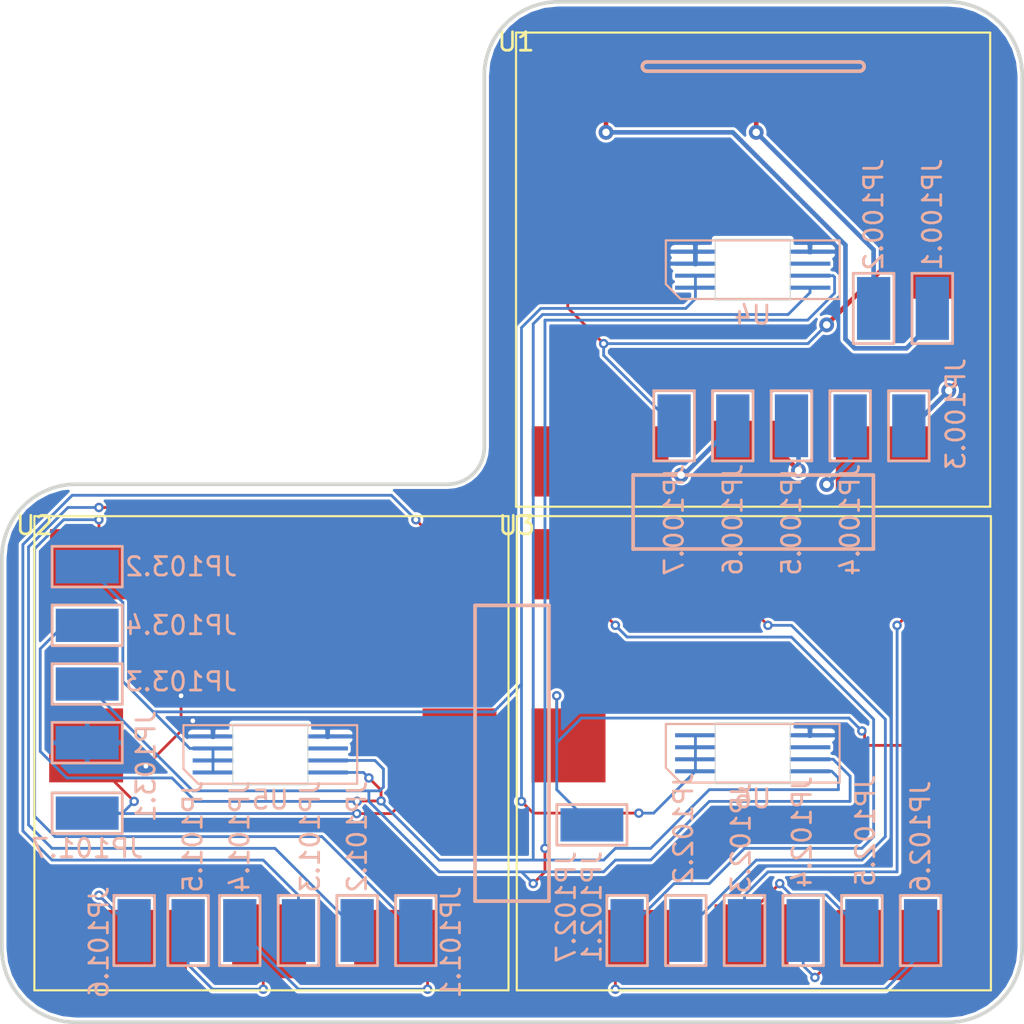
<source format=kicad_pcb>
(kicad_pcb (version 20171130) (host pcbnew "(5.1.12)-1")

  (general
    (thickness 0.8)
    (drawings 106)
    (tracks 261)
    (zones 0)
    (modules 31)
    (nets 29)
  )

  (page A4)
  (layers
    (0 F.Cu signal)
    (31 B.Cu signal)
    (32 B.Adhes user)
    (34 B.Paste user)
    (36 B.SilkS user)
    (38 B.Mask user)
    (40 Dwgs.User user)
    (41 Cmts.User user)
    (42 Eco1.User user hide)
    (43 Eco2.User user)
    (44 Edge.Cuts user)
    (45 Margin user)
    (46 B.CrtYd user)
    (47 F.CrtYd user)
    (48 B.Fab user hide)
    (49 F.Fab user hide)
  )

  (setup
    (last_trace_width 0.1524)
    (user_trace_width 0.1524)
    (user_trace_width 0.2286)
    (trace_clearance 0.1524)
    (zone_clearance 0.1524)
    (zone_45_only no)
    (trace_min 0.1524)
    (via_size 0.8)
    (via_drill 0.4)
    (via_min_size 0.127)
    (via_min_drill 0.254)
    (user_via 0.508 0.254)
    (uvia_size 0.3)
    (uvia_drill 0.1)
    (uvias_allowed no)
    (uvia_min_size 0.2)
    (uvia_min_drill 0.1)
    (edge_width 0.1)
    (segment_width 0.2)
    (pcb_text_width 0.3)
    (pcb_text_size 1.5 1.5)
    (mod_edge_width 0.15)
    (mod_text_size 1 1)
    (mod_text_width 0.15)
    (pad_size 3.4 1.8)
    (pad_drill 0)
    (pad_to_mask_clearance 0)
    (aux_axis_origin 0 0)
    (visible_elements FFFFFF7F)
    (pcbplotparams
      (layerselection 0x010fc_ffffffff)
      (usegerberextensions false)
      (usegerberattributes true)
      (usegerberadvancedattributes true)
      (creategerberjobfile true)
      (excludeedgelayer true)
      (linewidth 0.100000)
      (plotframeref false)
      (viasonmask false)
      (mode 1)
      (useauxorigin false)
      (hpglpennumber 1)
      (hpglpenspeed 20)
      (hpglpendiameter 15.000000)
      (psnegative false)
      (psa4output false)
      (plotreference true)
      (plotvalue true)
      (plotinvisibletext false)
      (padsonsilk false)
      (subtractmaskfromsilk false)
      (outputformat 1)
      (mirror false)
      (drillshape 1)
      (scaleselection 1)
      (outputdirectory ""))
  )

  (net 0 "")
  (net 1 CELL_1)
  (net 2 CELL_2)
  (net 3 CELL_3)
  (net 4 CELL_4)
  (net 5 CELL_5)
  (net 6 CELL_6)
  (net 7 CP_1)
  (net 8 CELL_12)
  (net 9 CELL_11)
  (net 10 CELL_10)
  (net 11 CELL_9)
  (net 12 CELL_8)
  (net 13 CELL_7)
  (net 14 CP_2)
  (net 15 CELL_13)
  (net 16 CELL_14)
  (net 17 CELL_15)
  (net 18 CELL_16)
  (net 19 CELL_17)
  (net 20 CELL_18)
  (net 21 CP_3)
  (net 22 GND)
  (net 23 VDD)
  (net 24 SCL)
  (net 25 SDA)
  (net 26 "Net-(U4-Pad3)")
  (net 27 "Net-(U5-Pad3)")
  (net 28 "Net-(U6-Pad3)")

  (net_class Default "This is the default net class."
    (clearance 0.1524)
    (trace_width 0.1524)
    (via_dia 0.8)
    (via_drill 0.4)
    (uvia_dia 0.3)
    (uvia_drill 0.1)
    (add_net CELL_1)
    (add_net CELL_10)
    (add_net CELL_11)
    (add_net CELL_12)
    (add_net CELL_13)
    (add_net CELL_14)
    (add_net CELL_15)
    (add_net CELL_16)
    (add_net CELL_17)
    (add_net CELL_18)
    (add_net CELL_2)
    (add_net CELL_3)
    (add_net CELL_4)
    (add_net CELL_5)
    (add_net CELL_6)
    (add_net CELL_7)
    (add_net CELL_8)
    (add_net CELL_9)
    (add_net CP_1)
    (add_net CP_2)
    (add_net CP_3)
    (add_net GND)
    (add_net "Net-(U4-Pad3)")
    (add_net "Net-(U5-Pad3)")
    (add_net "Net-(U6-Pad3)")
    (add_net SCL)
    (add_net SDA)
    (add_net VDD)
  )

  (module Perovskite:Perovskite (layer F.Cu) (tedit 6368C0DA) (tstamp 64B48492)
    (at 75.2475 100.7745)
    (path /6368D231)
    (fp_text reference U2 (at 0 0.5) (layer F.SilkS)
      (effects (font (size 1 1) (thickness 0.15)))
    )
    (fp_text value Perovskite_CP_6_Cell (at 0 -0.5) (layer F.Fab)
      (effects (font (size 1 1) (thickness 0.15)))
    )
    (fp_line (start 0 25.65) (end 25.65 0) (layer Eco1.User) (width 0.12))
    (fp_line (start 0 0) (end 25.65 25.65) (layer Eco1.User) (width 0.12))
    (fp_line (start 0 0) (end 0 25.65) (layer F.SilkS) (width 0.12))
    (fp_line (start 25.65 0) (end 25.65 25.65) (layer F.SilkS) (width 0.12))
    (fp_line (start 0 25.65) (end 25.65 25.65) (layer F.SilkS) (width 0.12))
    (fp_line (start 0 0) (end 25.65 0) (layer F.SilkS) (width 0.12))
    (pad 7 smd rect (at 23 12.4) (size 4 4) (layers F.Cu F.Paste F.Mask)
      (net 14 CP_2))
    (pad 7 smd rect (at 2.8 12.4) (size 4 4) (layers F.Cu F.Paste F.Mask)
      (net 14 CP_2))
    (pad 5 smd rect (at 12.7 23) (size 4 4) (layers F.Cu F.Paste F.Mask)
      (net 9 CELL_11))
    (pad 2 smd rect (at 12.75 2.7) (size 4 4) (layers F.Cu F.Paste F.Mask)
      (net 12 CELL_8))
    (pad 6 smd rect (at 4.55 23.2) (size 7.4 3.8) (layers F.Cu F.Paste F.Mask)
      (net 8 CELL_12))
    (pad 4 smd rect (at 21 23.2) (size 7.4 3.8) (layers F.Cu F.Paste F.Mask)
      (net 10 CELL_10))
    (pad 3 smd rect (at 21 2.6) (size 7.4 3.8) (layers F.Cu F.Paste F.Mask)
      (net 11 CELL_9))
    (pad 1 smd rect (at 4.55 2.6) (size 7.4 3.8) (layers F.Cu F.Paste F.Mask)
      (net 13 CELL_7))
    (model "${KIPRJMOD}/KiCAD Parts/Perovskite/Perovskite v2.step"
      (offset (xyz 12.5 -12.5 0))
      (scale (xyz 1 1 1))
      (rotate (xyz -90 0 0))
    )
  )

  (module MCP9804_Custom:MCP9804_With_Hole (layer B.Cu) (tedit 636C7334) (tstamp 64B484EF)
    (at 114.1095 113.6015)
    (path /636A02E7)
    (attr smd)
    (fp_text reference U6 (at 0 2.458) (layer B.SilkS)
      (effects (font (size 1 1) (thickness 0.15)) (justify mirror))
    )
    (fp_text value MCP9808_MSOP (at 0 3.81) (layer B.Fab)
      (effects (font (size 1 1) (thickness 0.15)) (justify mirror))
    )
    (fp_line (start -4.7 0.785) (end -3.9 1.585) (layer B.SilkS) (width 0.12))
    (fp_line (start -3.9 1.585) (end 4.7 1.585) (layer B.SilkS) (width 0.12))
    (fp_line (start 4.7 1.585) (end 4.7 -1.585) (layer B.SilkS) (width 0.12))
    (fp_line (start 4.7 -1.585) (end -4.7 -1.585) (layer B.SilkS) (width 0.12))
    (fp_line (start -4.7 -1.585) (end -4.7 0.785) (layer B.SilkS) (width 0.12))
    (fp_line (start 4.45 1.34) (end 4.45 -1.34) (layer B.CrtYd) (width 0.05))
    (fp_line (start 4.45 -1.34) (end -4.45 -1.34) (layer B.CrtYd) (width 0.05))
    (fp_line (start -4.45 -1.34) (end -4.45 1.34) (layer B.CrtYd) (width 0.05))
    (fp_line (start -4.45 1.34) (end 4.45 1.34) (layer B.CrtYd) (width 0.05))
    (fp_line (start -2 1.6) (end 2 1.6) (layer Eco1.User) (width 0.12))
    (fp_line (start -2 1.6) (end -2 -1.6) (layer Eco1.User) (width 0.12))
    (fp_line (start -2 -1.6) (end 2 -1.6) (layer Eco1.User) (width 0.12))
    (fp_line (start 2 1.6) (end 2 -1.6) (layer Eco1.User) (width 0.12))
    (pad 5 smd rect (at -3.1 -0.975 90) (size 0.22 2.2) (layers B.Cu B.Paste B.Mask)
      (net 23 VDD))
    (pad 4 smd rect (at 3.1 -0.975 90) (size 0.22 2.2) (layers B.Cu B.Paste B.Mask)
      (net 22 GND))
    (pad 6 smd rect (at -3.1 -0.325 90) (size 0.22 2.2) (layers B.Cu B.Paste B.Mask)
      (net 23 VDD))
    (pad 3 smd rect (at 3.1 -0.325 90) (size 0.22 2.2) (layers B.Cu B.Paste B.Mask)
      (net 28 "Net-(U6-Pad3)"))
    (pad 7 smd rect (at -3.1 0.325 90) (size 0.22 2.2) (layers B.Cu B.Paste B.Mask)
      (net 23 VDD))
    (pad 2 smd rect (at 3.1 0.325 90) (size 0.22 2.2) (layers B.Cu B.Paste B.Mask)
      (net 24 SCL))
    (pad 8 smd rect (at -3.1 0.975 90) (size 0.22 2.2) (layers B.Cu B.Paste B.Mask)
      (net 23 VDD))
    (pad 1 smd rect (at 3.1 0.975 90) (size 0.22 2.2) (layers B.Cu B.Paste B.Mask)
      (net 25 SDA))
    (model "${KIPRJMOD}/KiCAD Parts/MCP9804/MCP9801-M_MS.stp"
      (offset (xyz 0 0 0.2))
      (scale (xyz 1 1 1))
      (rotate (xyz 0 180 0))
    )
  )

  (module MCP9804_Custom:MCP9804_With_Hole (layer B.Cu) (tedit 636C7334) (tstamp 64B484D6)
    (at 88.011 113.665)
    (path /6369FACF)
    (attr smd)
    (fp_text reference U5 (at 0 2.458) (layer B.SilkS)
      (effects (font (size 1 1) (thickness 0.15)) (justify mirror))
    )
    (fp_text value MCP9808_MSOP (at 0 3.81) (layer B.Fab)
      (effects (font (size 1 1) (thickness 0.15)) (justify mirror))
    )
    (fp_line (start -4.7 0.785) (end -3.9 1.585) (layer B.SilkS) (width 0.12))
    (fp_line (start -3.9 1.585) (end 4.7 1.585) (layer B.SilkS) (width 0.12))
    (fp_line (start 4.7 1.585) (end 4.7 -1.585) (layer B.SilkS) (width 0.12))
    (fp_line (start 4.7 -1.585) (end -4.7 -1.585) (layer B.SilkS) (width 0.12))
    (fp_line (start -4.7 -1.585) (end -4.7 0.785) (layer B.SilkS) (width 0.12))
    (fp_line (start 4.45 1.34) (end 4.45 -1.34) (layer B.CrtYd) (width 0.05))
    (fp_line (start 4.45 -1.34) (end -4.45 -1.34) (layer B.CrtYd) (width 0.05))
    (fp_line (start -4.45 -1.34) (end -4.45 1.34) (layer B.CrtYd) (width 0.05))
    (fp_line (start -4.45 1.34) (end 4.45 1.34) (layer B.CrtYd) (width 0.05))
    (fp_line (start -2 1.6) (end 2 1.6) (layer Eco1.User) (width 0.12))
    (fp_line (start -2 1.6) (end -2 -1.6) (layer Eco1.User) (width 0.12))
    (fp_line (start -2 -1.6) (end 2 -1.6) (layer Eco1.User) (width 0.12))
    (fp_line (start 2 1.6) (end 2 -1.6) (layer Eco1.User) (width 0.12))
    (pad 5 smd rect (at -3.1 -0.975 90) (size 0.22 2.2) (layers B.Cu B.Paste B.Mask)
      (net 22 GND))
    (pad 4 smd rect (at 3.1 -0.975 90) (size 0.22 2.2) (layers B.Cu B.Paste B.Mask)
      (net 22 GND))
    (pad 6 smd rect (at -3.1 -0.325 90) (size 0.22 2.2) (layers B.Cu B.Paste B.Mask)
      (net 23 VDD))
    (pad 3 smd rect (at 3.1 -0.325 90) (size 0.22 2.2) (layers B.Cu B.Paste B.Mask)
      (net 27 "Net-(U5-Pad3)"))
    (pad 7 smd rect (at -3.1 0.325 90) (size 0.22 2.2) (layers B.Cu B.Paste B.Mask)
      (net 23 VDD))
    (pad 2 smd rect (at 3.1 0.325 90) (size 0.22 2.2) (layers B.Cu B.Paste B.Mask)
      (net 24 SCL))
    (pad 8 smd rect (at -3.1 0.975 90) (size 0.22 2.2) (layers B.Cu B.Paste B.Mask)
      (net 23 VDD))
    (pad 1 smd rect (at 3.1 0.975 90) (size 0.22 2.2) (layers B.Cu B.Paste B.Mask)
      (net 25 SDA))
    (model "${KIPRJMOD}/KiCAD Parts/MCP9804/MCP9801-M_MS.stp"
      (offset (xyz 0 0 0.2))
      (scale (xyz 1 1 1))
      (rotate (xyz 0 180 0))
    )
  )

  (module MCP9804_Custom:MCP9804_With_Hole (layer B.Cu) (tedit 636C7334) (tstamp 64B484BD)
    (at 114.1095 87.4395)
    (path /6369EDDD)
    (attr smd)
    (fp_text reference U4 (at 0 2.458) (layer B.SilkS)
      (effects (font (size 1 1) (thickness 0.15)) (justify mirror))
    )
    (fp_text value MCP9808_MSOP (at 0 3.81) (layer B.Fab)
      (effects (font (size 1 1) (thickness 0.15)) (justify mirror))
    )
    (fp_line (start -4.7 0.785) (end -3.9 1.585) (layer B.SilkS) (width 0.12))
    (fp_line (start -3.9 1.585) (end 4.7 1.585) (layer B.SilkS) (width 0.12))
    (fp_line (start 4.7 1.585) (end 4.7 -1.585) (layer B.SilkS) (width 0.12))
    (fp_line (start 4.7 -1.585) (end -4.7 -1.585) (layer B.SilkS) (width 0.12))
    (fp_line (start -4.7 -1.585) (end -4.7 0.785) (layer B.SilkS) (width 0.12))
    (fp_line (start 4.45 1.34) (end 4.45 -1.34) (layer B.CrtYd) (width 0.05))
    (fp_line (start 4.45 -1.34) (end -4.45 -1.34) (layer B.CrtYd) (width 0.05))
    (fp_line (start -4.45 -1.34) (end -4.45 1.34) (layer B.CrtYd) (width 0.05))
    (fp_line (start -4.45 1.34) (end 4.45 1.34) (layer B.CrtYd) (width 0.05))
    (fp_line (start -2 1.6) (end 2 1.6) (layer Eco1.User) (width 0.12))
    (fp_line (start -2 1.6) (end -2 -1.6) (layer Eco1.User) (width 0.12))
    (fp_line (start -2 -1.6) (end 2 -1.6) (layer Eco1.User) (width 0.12))
    (fp_line (start 2 1.6) (end 2 -1.6) (layer Eco1.User) (width 0.12))
    (pad 5 smd rect (at -3.1 -0.975 90) (size 0.22 2.2) (layers B.Cu B.Paste B.Mask)
      (net 22 GND))
    (pad 4 smd rect (at 3.1 -0.975 90) (size 0.22 2.2) (layers B.Cu B.Paste B.Mask)
      (net 22 GND))
    (pad 6 smd rect (at -3.1 -0.325 90) (size 0.22 2.2) (layers B.Cu B.Paste B.Mask)
      (net 22 GND))
    (pad 3 smd rect (at 3.1 -0.325 90) (size 0.22 2.2) (layers B.Cu B.Paste B.Mask)
      (net 26 "Net-(U4-Pad3)"))
    (pad 7 smd rect (at -3.1 0.325 90) (size 0.22 2.2) (layers B.Cu B.Paste B.Mask)
      (net 23 VDD))
    (pad 2 smd rect (at 3.1 0.325 90) (size 0.22 2.2) (layers B.Cu B.Paste B.Mask)
      (net 24 SCL))
    (pad 8 smd rect (at -3.1 0.975 90) (size 0.22 2.2) (layers B.Cu B.Paste B.Mask)
      (net 23 VDD))
    (pad 1 smd rect (at 3.1 0.975 90) (size 0.22 2.2) (layers B.Cu B.Paste B.Mask)
      (net 25 SDA))
    (model "${KIPRJMOD}/KiCAD Parts/MCP9804/MCP9801-M_MS.stp"
      (offset (xyz 0 0 0.25))
      (scale (xyz 1 1 1))
      (rotate (xyz 0 180 0))
    )
  )

  (module Perovskite:Perovskite (layer F.Cu) (tedit 6368C0DA) (tstamp 64B484A4)
    (at 101.346 100.7745)
    (path /63690578)
    (fp_text reference U3 (at 0 0.5) (layer F.SilkS)
      (effects (font (size 1 1) (thickness 0.15)))
    )
    (fp_text value Perovskite_CP_6_Cell (at 0 -0.5) (layer F.Fab)
      (effects (font (size 1 1) (thickness 0.15)))
    )
    (fp_line (start 0 25.65) (end 25.65 0) (layer Eco1.User) (width 0.12))
    (fp_line (start 0 0) (end 25.65 25.65) (layer Eco1.User) (width 0.12))
    (fp_line (start 0 0) (end 0 25.65) (layer F.SilkS) (width 0.12))
    (fp_line (start 25.65 0) (end 25.65 25.65) (layer F.SilkS) (width 0.12))
    (fp_line (start 0 25.65) (end 25.65 25.65) (layer F.SilkS) (width 0.12))
    (fp_line (start 0 0) (end 25.65 0) (layer F.SilkS) (width 0.12))
    (pad 7 smd rect (at 23 12.4) (size 4 4) (layers F.Cu F.Paste F.Mask)
      (net 21 CP_3))
    (pad 7 smd rect (at 2.8 12.4) (size 4 4) (layers F.Cu F.Paste F.Mask)
      (net 21 CP_3))
    (pad 5 smd rect (at 12.7 23) (size 4 4) (layers F.Cu F.Paste F.Mask)
      (net 19 CELL_17))
    (pad 2 smd rect (at 12.75 2.7) (size 4 4) (layers F.Cu F.Paste F.Mask)
      (net 16 CELL_14))
    (pad 6 smd rect (at 4.55 23.2) (size 7.4 3.8) (layers F.Cu F.Paste F.Mask)
      (net 20 CELL_18))
    (pad 4 smd rect (at 21 23.2) (size 7.4 3.8) (layers F.Cu F.Paste F.Mask)
      (net 18 CELL_16))
    (pad 3 smd rect (at 21 2.6) (size 7.4 3.8) (layers F.Cu F.Paste F.Mask)
      (net 17 CELL_15))
    (pad 1 smd rect (at 4.55 2.6) (size 7.4 3.8) (layers F.Cu F.Paste F.Mask)
      (net 15 CELL_13))
    (model "${KIPRJMOD}/KiCAD Parts/Perovskite/Perovskite v2.step"
      (offset (xyz 12.5 -12.5 0))
      (scale (xyz 1 1 1))
      (rotate (xyz -90 0 0))
    )
  )

  (module Perovskite:Perovskite (layer F.Cu) (tedit 6368C0DA) (tstamp 64B48BFB)
    (at 101.3045 74.6125)
    (path /636879E9)
    (fp_text reference U1 (at 0 0.5) (layer F.SilkS)
      (effects (font (size 1 1) (thickness 0.15)))
    )
    (fp_text value Perovskite_CP_6_Cell (at 0 -0.5) (layer F.Fab)
      (effects (font (size 1 1) (thickness 0.15)))
    )
    (fp_line (start 0 25.65) (end 25.65 0) (layer Eco1.User) (width 0.12))
    (fp_line (start 0 0) (end 25.65 25.65) (layer Eco1.User) (width 0.12))
    (fp_line (start 0 0) (end 0 25.65) (layer F.SilkS) (width 0.12))
    (fp_line (start 25.65 0) (end 25.65 25.65) (layer F.SilkS) (width 0.12))
    (fp_line (start 0 25.65) (end 25.65 25.65) (layer F.SilkS) (width 0.12))
    (fp_line (start 0 0) (end 25.65 0) (layer F.SilkS) (width 0.12))
    (pad 7 smd rect (at 23 12.4) (size 4 4) (layers F.Cu F.Paste F.Mask)
      (net 7 CP_1))
    (pad 7 smd rect (at 2.8 12.4) (size 4 4) (layers F.Cu F.Paste F.Mask)
      (net 7 CP_1))
    (pad 5 smd rect (at 12.7 23) (size 4 4) (layers F.Cu F.Paste F.Mask)
      (net 5 CELL_5))
    (pad 2 smd rect (at 12.75 2.7) (size 4 4) (layers F.Cu F.Paste F.Mask)
      (net 2 CELL_2))
    (pad 6 smd rect (at 4.55 23.2) (size 7.4 3.8) (layers F.Cu F.Paste F.Mask)
      (net 6 CELL_6))
    (pad 4 smd rect (at 21 23.2) (size 7.4 3.8) (layers F.Cu F.Paste F.Mask)
      (net 4 CELL_4))
    (pad 3 smd rect (at 21 2.6) (size 7.4 3.8) (layers F.Cu F.Paste F.Mask)
      (net 3 CELL_3))
    (pad 1 smd rect (at 4.55 2.6) (size 7.4 3.8) (layers F.Cu F.Paste F.Mask)
      (net 1 CELL_1))
    (model "${KIPRJMOD}/KiCAD Parts/Perovskite/Perovskite v2.step"
      (offset (xyz 12.5 -12.5 0))
      (scale (xyz 1 1 1))
      (rotate (xyz -90 0 0))
    )
  )

  (module TestPoint:TestPoint_Keystone_5015_Micro-Minature (layer B.Cu) (tedit 5A0F774F) (tstamp 64B4A681)
    (at 78.105 106.68)
    (descr "SMT Test Point- Micro Miniature 5015, http://www.keyelco.com/product-pdf.cfm?p=1353")
    (tags "Test Point")
    (path /64B7D4E1)
    (attr smd)
    (fp_text reference JP103.4 (at 5.08 0) (layer B.SilkS)
      (effects (font (size 1 1) (thickness 0.15)) (justify mirror))
    )
    (fp_text value Conn_01x01 (at 0 -2.25) (layer B.Fab)
      (effects (font (size 1 1) (thickness 0.15)) (justify mirror))
    )
    (fp_text user %R (at 0 0) (layer B.Fab)
      (effects (font (size 0.6 0.6) (thickness 0.09)) (justify mirror))
    )
    (fp_line (start -2.15 1.35) (end 2.15 1.35) (layer B.CrtYd) (width 0.05))
    (fp_line (start 2.15 1.35) (end 2.15 -1.35) (layer B.CrtYd) (width 0.05))
    (fp_line (start 2.15 -1.35) (end -2.15 -1.35) (layer B.CrtYd) (width 0.05))
    (fp_line (start -2.15 -1.35) (end -2.15 1.35) (layer B.CrtYd) (width 0.05))
    (fp_line (start -1.9 1.1) (end 1.9 1.1) (layer B.SilkS) (width 0.15))
    (fp_line (start 1.9 1.1) (end 1.9 -1.1) (layer B.SilkS) (width 0.15))
    (fp_line (start 1.9 -1.1) (end -1.9 -1.1) (layer B.SilkS) (width 0.15))
    (fp_line (start -1.9 -1.1) (end -1.9 1.1) (layer B.SilkS) (width 0.15))
    (fp_line (start -1.35 -0.5) (end 1.35 -0.5) (layer B.Fab) (width 0.15))
    (fp_line (start 1.35 0.5) (end 1.35 -0.5) (layer B.Fab) (width 0.15))
    (fp_line (start 1.35 0.5) (end -1.35 0.5) (layer B.Fab) (width 0.15))
    (fp_line (start -1.35 -0.5) (end -1.35 0.5) (layer B.Fab) (width 0.15))
    (pad 1 smd rect (at 0 0) (size 3.4 1.8) (layers B.Cu B.Paste B.Mask)
      (net 25 SDA))
    (model ${KISYS3DMOD}/TestPoint.3dshapes/TestPoint_Keystone_5015_Micro-Minature.wrl
      (at (xyz 0 0 0))
      (scale (xyz 1 1 1))
      (rotate (xyz 0 0 0))
    )
  )

  (module TestPoint:TestPoint_Keystone_5015_Micro-Minature (layer B.Cu) (tedit 5A0F774F) (tstamp 64B4845C)
    (at 78.105 109.855)
    (descr "SMT Test Point- Micro Miniature 5015, http://www.keyelco.com/product-pdf.cfm?p=1353")
    (tags "Test Point")
    (path /64B5D108)
    (attr smd)
    (fp_text reference JP103.3 (at 5.08 -0.127 180) (layer B.SilkS)
      (effects (font (size 1 1) (thickness 0.15)) (justify mirror))
    )
    (fp_text value Conn_01x01 (at 0 -2.25) (layer B.Fab)
      (effects (font (size 1 1) (thickness 0.15)) (justify mirror))
    )
    (fp_text user %R (at 0 0) (layer B.Fab)
      (effects (font (size 0.6 0.6) (thickness 0.09)) (justify mirror))
    )
    (fp_line (start -2.15 1.35) (end 2.15 1.35) (layer B.CrtYd) (width 0.05))
    (fp_line (start 2.15 1.35) (end 2.15 -1.35) (layer B.CrtYd) (width 0.05))
    (fp_line (start 2.15 -1.35) (end -2.15 -1.35) (layer B.CrtYd) (width 0.05))
    (fp_line (start -2.15 -1.35) (end -2.15 1.35) (layer B.CrtYd) (width 0.05))
    (fp_line (start -1.9 1.1) (end 1.9 1.1) (layer B.SilkS) (width 0.15))
    (fp_line (start 1.9 1.1) (end 1.9 -1.1) (layer B.SilkS) (width 0.15))
    (fp_line (start 1.9 -1.1) (end -1.9 -1.1) (layer B.SilkS) (width 0.15))
    (fp_line (start -1.9 -1.1) (end -1.9 1.1) (layer B.SilkS) (width 0.15))
    (fp_line (start -1.35 -0.5) (end 1.35 -0.5) (layer B.Fab) (width 0.15))
    (fp_line (start 1.35 0.5) (end 1.35 -0.5) (layer B.Fab) (width 0.15))
    (fp_line (start 1.35 0.5) (end -1.35 0.5) (layer B.Fab) (width 0.15))
    (fp_line (start -1.35 -0.5) (end -1.35 0.5) (layer B.Fab) (width 0.15))
    (pad 1 smd rect (at 0 0) (size 3.4 1.8) (layers B.Cu B.Paste B.Mask)
      (net 24 SCL))
    (model ${KISYS3DMOD}/TestPoint.3dshapes/TestPoint_Keystone_5015_Micro-Minature.wrl
      (at (xyz 0 0 0))
      (scale (xyz 1 1 1))
      (rotate (xyz 0 0 0))
    )
  )

  (module TestPoint:TestPoint_Keystone_5015_Micro-Minature (layer B.Cu) (tedit 5A0F774F) (tstamp 64B4844A)
    (at 78.105 103.505)
    (descr "SMT Test Point- Micro Miniature 5015, http://www.keyelco.com/product-pdf.cfm?p=1353")
    (tags "Test Point")
    (path /64B5D102)
    (attr smd)
    (fp_text reference JP103.2 (at 5.08 0) (layer B.SilkS)
      (effects (font (size 1 1) (thickness 0.15)) (justify mirror))
    )
    (fp_text value Conn_01x01 (at 0 -2.25) (layer B.Fab)
      (effects (font (size 1 1) (thickness 0.15)) (justify mirror))
    )
    (fp_text user %R (at 0 0) (layer B.Fab)
      (effects (font (size 0.6 0.6) (thickness 0.09)) (justify mirror))
    )
    (fp_line (start -2.15 1.35) (end 2.15 1.35) (layer B.CrtYd) (width 0.05))
    (fp_line (start 2.15 1.35) (end 2.15 -1.35) (layer B.CrtYd) (width 0.05))
    (fp_line (start 2.15 -1.35) (end -2.15 -1.35) (layer B.CrtYd) (width 0.05))
    (fp_line (start -2.15 -1.35) (end -2.15 1.35) (layer B.CrtYd) (width 0.05))
    (fp_line (start -1.9 1.1) (end 1.9 1.1) (layer B.SilkS) (width 0.15))
    (fp_line (start 1.9 1.1) (end 1.9 -1.1) (layer B.SilkS) (width 0.15))
    (fp_line (start 1.9 -1.1) (end -1.9 -1.1) (layer B.SilkS) (width 0.15))
    (fp_line (start -1.9 -1.1) (end -1.9 1.1) (layer B.SilkS) (width 0.15))
    (fp_line (start -1.35 -0.5) (end 1.35 -0.5) (layer B.Fab) (width 0.15))
    (fp_line (start 1.35 0.5) (end 1.35 -0.5) (layer B.Fab) (width 0.15))
    (fp_line (start 1.35 0.5) (end -1.35 0.5) (layer B.Fab) (width 0.15))
    (fp_line (start -1.35 -0.5) (end -1.35 0.5) (layer B.Fab) (width 0.15))
    (pad 1 smd rect (at 0 0) (size 3.4 1.8) (layers B.Cu B.Paste B.Mask)
      (net 23 VDD))
    (model ${KISYS3DMOD}/TestPoint.3dshapes/TestPoint_Keystone_5015_Micro-Minature.wrl
      (at (xyz 0 0 0))
      (scale (xyz 1 1 1))
      (rotate (xyz 0 0 0))
    )
  )

  (module TestPoint:TestPoint_Keystone_5015_Micro-Minature (layer B.Cu) (tedit 5A0F774F) (tstamp 64B48438)
    (at 78.105 113.03)
    (descr "SMT Test Point- Micro Miniature 5015, http://www.keyelco.com/product-pdf.cfm?p=1353")
    (tags "Test Point")
    (path /64B5D0FC)
    (attr smd)
    (fp_text reference JP103.1 (at 3.175 1.27 90) (layer B.SilkS)
      (effects (font (size 1 1) (thickness 0.15)) (justify mirror))
    )
    (fp_text value Conn_01x01 (at 0 -2.25) (layer B.Fab)
      (effects (font (size 1 1) (thickness 0.15)) (justify mirror))
    )
    (fp_text user %R (at 0 0) (layer B.Fab)
      (effects (font (size 0.6 0.6) (thickness 0.09)) (justify mirror))
    )
    (fp_line (start -2.15 1.35) (end 2.15 1.35) (layer B.CrtYd) (width 0.05))
    (fp_line (start 2.15 1.35) (end 2.15 -1.35) (layer B.CrtYd) (width 0.05))
    (fp_line (start 2.15 -1.35) (end -2.15 -1.35) (layer B.CrtYd) (width 0.05))
    (fp_line (start -2.15 -1.35) (end -2.15 1.35) (layer B.CrtYd) (width 0.05))
    (fp_line (start -1.9 1.1) (end 1.9 1.1) (layer B.SilkS) (width 0.15))
    (fp_line (start 1.9 1.1) (end 1.9 -1.1) (layer B.SilkS) (width 0.15))
    (fp_line (start 1.9 -1.1) (end -1.9 -1.1) (layer B.SilkS) (width 0.15))
    (fp_line (start -1.9 -1.1) (end -1.9 1.1) (layer B.SilkS) (width 0.15))
    (fp_line (start -1.35 -0.5) (end 1.35 -0.5) (layer B.Fab) (width 0.15))
    (fp_line (start 1.35 0.5) (end 1.35 -0.5) (layer B.Fab) (width 0.15))
    (fp_line (start 1.35 0.5) (end -1.35 0.5) (layer B.Fab) (width 0.15))
    (fp_line (start -1.35 -0.5) (end -1.35 0.5) (layer B.Fab) (width 0.15))
    (pad 1 smd rect (at 0 0) (size 3.4 1.8) (layers B.Cu B.Paste B.Mask)
      (net 22 GND))
    (model ${KISYS3DMOD}/TestPoint.3dshapes/TestPoint_Keystone_5015_Micro-Minature.wrl
      (at (xyz 0 0 0))
      (scale (xyz 1 1 1))
      (rotate (xyz 0 0 0))
    )
  )

  (module TestPoint:TestPoint_Keystone_5015_Micro-Minature (layer B.Cu) (tedit 5A0F774F) (tstamp 64B48426)
    (at 105.41 117.475 180)
    (descr "SMT Test Point- Micro Miniature 5015, http://www.keyelco.com/product-pdf.cfm?p=1353")
    (tags "Test Point")
    (path /64B5D0F6)
    (attr smd)
    (fp_text reference JP102.7 (at 1.397 -4.445 90) (layer B.SilkS)
      (effects (font (size 1 1) (thickness 0.15)) (justify mirror))
    )
    (fp_text value Conn_01x01 (at 0 -2.25) (layer B.Fab)
      (effects (font (size 1 1) (thickness 0.15)) (justify mirror))
    )
    (fp_text user %R (at 0 0) (layer B.Fab)
      (effects (font (size 0.6 0.6) (thickness 0.09)) (justify mirror))
    )
    (fp_line (start -2.15 1.35) (end 2.15 1.35) (layer B.CrtYd) (width 0.05))
    (fp_line (start 2.15 1.35) (end 2.15 -1.35) (layer B.CrtYd) (width 0.05))
    (fp_line (start 2.15 -1.35) (end -2.15 -1.35) (layer B.CrtYd) (width 0.05))
    (fp_line (start -2.15 -1.35) (end -2.15 1.35) (layer B.CrtYd) (width 0.05))
    (fp_line (start -1.9 1.1) (end 1.9 1.1) (layer B.SilkS) (width 0.15))
    (fp_line (start 1.9 1.1) (end 1.9 -1.1) (layer B.SilkS) (width 0.15))
    (fp_line (start 1.9 -1.1) (end -1.9 -1.1) (layer B.SilkS) (width 0.15))
    (fp_line (start -1.9 -1.1) (end -1.9 1.1) (layer B.SilkS) (width 0.15))
    (fp_line (start -1.35 -0.5) (end 1.35 -0.5) (layer B.Fab) (width 0.15))
    (fp_line (start 1.35 0.5) (end 1.35 -0.5) (layer B.Fab) (width 0.15))
    (fp_line (start 1.35 0.5) (end -1.35 0.5) (layer B.Fab) (width 0.15))
    (fp_line (start -1.35 -0.5) (end -1.35 0.5) (layer B.Fab) (width 0.15))
    (pad 1 smd rect (at 0 0 180) (size 3.4 1.8) (layers B.Cu B.Paste B.Mask)
      (net 21 CP_3))
    (model ${KISYS3DMOD}/TestPoint.3dshapes/TestPoint_Keystone_5015_Micro-Minature.wrl
      (at (xyz 0 0 0))
      (scale (xyz 1 1 1))
      (rotate (xyz 0 0 0))
    )
  )

  (module TestPoint:TestPoint_Keystone_5015_Micro-Minature (layer B.Cu) (tedit 5A0F774F) (tstamp 64B48414)
    (at 123.19 123.19 90)
    (descr "SMT Test Point- Micro Miniature 5015, http://www.keyelco.com/product-pdf.cfm?p=1353")
    (tags "Test Point")
    (path /64B5B2AB)
    (attr smd)
    (fp_text reference JP102.6 (at 5.08 0 90) (layer B.SilkS)
      (effects (font (size 1 1) (thickness 0.15)) (justify mirror))
    )
    (fp_text value Conn_01x01 (at 0 -2.25 90) (layer B.Fab)
      (effects (font (size 1 1) (thickness 0.15)) (justify mirror))
    )
    (fp_text user %R (at 0 0 90) (layer B.Fab)
      (effects (font (size 0.6 0.6) (thickness 0.09)) (justify mirror))
    )
    (fp_line (start -2.15 1.35) (end 2.15 1.35) (layer B.CrtYd) (width 0.05))
    (fp_line (start 2.15 1.35) (end 2.15 -1.35) (layer B.CrtYd) (width 0.05))
    (fp_line (start 2.15 -1.35) (end -2.15 -1.35) (layer B.CrtYd) (width 0.05))
    (fp_line (start -2.15 -1.35) (end -2.15 1.35) (layer B.CrtYd) (width 0.05))
    (fp_line (start -1.9 1.1) (end 1.9 1.1) (layer B.SilkS) (width 0.15))
    (fp_line (start 1.9 1.1) (end 1.9 -1.1) (layer B.SilkS) (width 0.15))
    (fp_line (start 1.9 -1.1) (end -1.9 -1.1) (layer B.SilkS) (width 0.15))
    (fp_line (start -1.9 -1.1) (end -1.9 1.1) (layer B.SilkS) (width 0.15))
    (fp_line (start -1.35 -0.5) (end 1.35 -0.5) (layer B.Fab) (width 0.15))
    (fp_line (start 1.35 0.5) (end 1.35 -0.5) (layer B.Fab) (width 0.15))
    (fp_line (start 1.35 0.5) (end -1.35 0.5) (layer B.Fab) (width 0.15))
    (fp_line (start -1.35 -0.5) (end -1.35 0.5) (layer B.Fab) (width 0.15))
    (pad 1 smd rect (at 0 0 90) (size 3.4 1.8) (layers B.Cu B.Paste B.Mask)
      (net 20 CELL_18))
    (model ${KISYS3DMOD}/TestPoint.3dshapes/TestPoint_Keystone_5015_Micro-Minature.wrl
      (at (xyz 0 0 0))
      (scale (xyz 1 1 1))
      (rotate (xyz 0 0 0))
    )
  )

  (module TestPoint:TestPoint_Keystone_5015_Micro-Minature (layer B.Cu) (tedit 5A0F774F) (tstamp 64B48402)
    (at 120.015 123.19 90)
    (descr "SMT Test Point- Micro Miniature 5015, http://www.keyelco.com/product-pdf.cfm?p=1353")
    (tags "Test Point")
    (path /64B5B2A5)
    (attr smd)
    (fp_text reference JP102.5 (at 5.3975 0.1905 90) (layer B.SilkS)
      (effects (font (size 1 1) (thickness 0.15)) (justify mirror))
    )
    (fp_text value Conn_01x01 (at 0 -2.25 90) (layer B.Fab)
      (effects (font (size 1 1) (thickness 0.15)) (justify mirror))
    )
    (fp_text user %R (at 0 0 90) (layer B.Fab)
      (effects (font (size 0.6 0.6) (thickness 0.09)) (justify mirror))
    )
    (fp_line (start -2.15 1.35) (end 2.15 1.35) (layer B.CrtYd) (width 0.05))
    (fp_line (start 2.15 1.35) (end 2.15 -1.35) (layer B.CrtYd) (width 0.05))
    (fp_line (start 2.15 -1.35) (end -2.15 -1.35) (layer B.CrtYd) (width 0.05))
    (fp_line (start -2.15 -1.35) (end -2.15 1.35) (layer B.CrtYd) (width 0.05))
    (fp_line (start -1.9 1.1) (end 1.9 1.1) (layer B.SilkS) (width 0.15))
    (fp_line (start 1.9 1.1) (end 1.9 -1.1) (layer B.SilkS) (width 0.15))
    (fp_line (start 1.9 -1.1) (end -1.9 -1.1) (layer B.SilkS) (width 0.15))
    (fp_line (start -1.9 -1.1) (end -1.9 1.1) (layer B.SilkS) (width 0.15))
    (fp_line (start -1.35 -0.5) (end 1.35 -0.5) (layer B.Fab) (width 0.15))
    (fp_line (start 1.35 0.5) (end 1.35 -0.5) (layer B.Fab) (width 0.15))
    (fp_line (start 1.35 0.5) (end -1.35 0.5) (layer B.Fab) (width 0.15))
    (fp_line (start -1.35 -0.5) (end -1.35 0.5) (layer B.Fab) (width 0.15))
    (pad 1 smd rect (at 0 0 90) (size 3.4 1.8) (layers B.Cu B.Paste B.Mask)
      (net 19 CELL_17))
    (model ${KISYS3DMOD}/TestPoint.3dshapes/TestPoint_Keystone_5015_Micro-Minature.wrl
      (at (xyz 0 0 0))
      (scale (xyz 1 1 1))
      (rotate (xyz 0 0 0))
    )
  )

  (module TestPoint:TestPoint_Keystone_5015_Micro-Minature (layer B.Cu) (tedit 5A0F774F) (tstamp 64B483F0)
    (at 116.84 123.19 90)
    (descr "SMT Test Point- Micro Miniature 5015, http://www.keyelco.com/product-pdf.cfm?p=1353")
    (tags "Test Point")
    (path /64B5B29F)
    (attr smd)
    (fp_text reference JP102.4 (at 5.334 -0.0635 90) (layer B.SilkS)
      (effects (font (size 1 1) (thickness 0.15)) (justify mirror))
    )
    (fp_text value Conn_01x01 (at 0 -2.25 90) (layer B.Fab)
      (effects (font (size 1 1) (thickness 0.15)) (justify mirror))
    )
    (fp_text user %R (at 0 0 90) (layer B.Fab)
      (effects (font (size 0.6 0.6) (thickness 0.09)) (justify mirror))
    )
    (fp_line (start -2.15 1.35) (end 2.15 1.35) (layer B.CrtYd) (width 0.05))
    (fp_line (start 2.15 1.35) (end 2.15 -1.35) (layer B.CrtYd) (width 0.05))
    (fp_line (start 2.15 -1.35) (end -2.15 -1.35) (layer B.CrtYd) (width 0.05))
    (fp_line (start -2.15 -1.35) (end -2.15 1.35) (layer B.CrtYd) (width 0.05))
    (fp_line (start -1.9 1.1) (end 1.9 1.1) (layer B.SilkS) (width 0.15))
    (fp_line (start 1.9 1.1) (end 1.9 -1.1) (layer B.SilkS) (width 0.15))
    (fp_line (start 1.9 -1.1) (end -1.9 -1.1) (layer B.SilkS) (width 0.15))
    (fp_line (start -1.9 -1.1) (end -1.9 1.1) (layer B.SilkS) (width 0.15))
    (fp_line (start -1.35 -0.5) (end 1.35 -0.5) (layer B.Fab) (width 0.15))
    (fp_line (start 1.35 0.5) (end 1.35 -0.5) (layer B.Fab) (width 0.15))
    (fp_line (start 1.35 0.5) (end -1.35 0.5) (layer B.Fab) (width 0.15))
    (fp_line (start -1.35 -0.5) (end -1.35 0.5) (layer B.Fab) (width 0.15))
    (pad 1 smd rect (at 0 0 90) (size 3.4 1.8) (layers B.Cu B.Paste B.Mask)
      (net 18 CELL_16))
    (model ${KISYS3DMOD}/TestPoint.3dshapes/TestPoint_Keystone_5015_Micro-Minature.wrl
      (at (xyz 0 0 0))
      (scale (xyz 1 1 1))
      (rotate (xyz 0 0 0))
    )
  )

  (module TestPoint:TestPoint_Keystone_5015_Micro-Minature (layer B.Cu) (tedit 5A0F774F) (tstamp 64B483DE)
    (at 113.665 123.19 90)
    (descr "SMT Test Point- Micro Miniature 5015, http://www.keyelco.com/product-pdf.cfm?p=1353")
    (tags "Test Point")
    (path /64B5B299)
    (attr smd)
    (fp_text reference JP102.3 (at 5.0165 -0.1905 90) (layer B.SilkS)
      (effects (font (size 1 1) (thickness 0.15)) (justify mirror))
    )
    (fp_text value Conn_01x01 (at 0 -2.25 90) (layer B.Fab)
      (effects (font (size 1 1) (thickness 0.15)) (justify mirror))
    )
    (fp_text user %R (at 0 0 90) (layer B.Fab)
      (effects (font (size 0.6 0.6) (thickness 0.09)) (justify mirror))
    )
    (fp_line (start -2.15 1.35) (end 2.15 1.35) (layer B.CrtYd) (width 0.05))
    (fp_line (start 2.15 1.35) (end 2.15 -1.35) (layer B.CrtYd) (width 0.05))
    (fp_line (start 2.15 -1.35) (end -2.15 -1.35) (layer B.CrtYd) (width 0.05))
    (fp_line (start -2.15 -1.35) (end -2.15 1.35) (layer B.CrtYd) (width 0.05))
    (fp_line (start -1.9 1.1) (end 1.9 1.1) (layer B.SilkS) (width 0.15))
    (fp_line (start 1.9 1.1) (end 1.9 -1.1) (layer B.SilkS) (width 0.15))
    (fp_line (start 1.9 -1.1) (end -1.9 -1.1) (layer B.SilkS) (width 0.15))
    (fp_line (start -1.9 -1.1) (end -1.9 1.1) (layer B.SilkS) (width 0.15))
    (fp_line (start -1.35 -0.5) (end 1.35 -0.5) (layer B.Fab) (width 0.15))
    (fp_line (start 1.35 0.5) (end 1.35 -0.5) (layer B.Fab) (width 0.15))
    (fp_line (start 1.35 0.5) (end -1.35 0.5) (layer B.Fab) (width 0.15))
    (fp_line (start -1.35 -0.5) (end -1.35 0.5) (layer B.Fab) (width 0.15))
    (pad 1 smd rect (at 0 0 90) (size 3.4 1.8) (layers B.Cu B.Paste B.Mask)
      (net 17 CELL_15))
    (model ${KISYS3DMOD}/TestPoint.3dshapes/TestPoint_Keystone_5015_Micro-Minature.wrl
      (at (xyz 0 0 0))
      (scale (xyz 1 1 1))
      (rotate (xyz 0 0 0))
    )
  )

  (module TestPoint:TestPoint_Keystone_5015_Micro-Minature (layer B.Cu) (tedit 5A0F774F) (tstamp 64B483CC)
    (at 110.49 123.19 90)
    (descr "SMT Test Point- Micro Miniature 5015, http://www.keyelco.com/product-pdf.cfm?p=1353")
    (tags "Test Point")
    (path /64B59206)
    (attr smd)
    (fp_text reference JP102.2 (at 5.5245 -0.127 90) (layer B.SilkS)
      (effects (font (size 1 1) (thickness 0.15)) (justify mirror))
    )
    (fp_text value Conn_01x01 (at 0 -2.25 90) (layer B.Fab)
      (effects (font (size 1 1) (thickness 0.15)) (justify mirror))
    )
    (fp_text user %R (at 0 0 90) (layer B.Fab)
      (effects (font (size 0.6 0.6) (thickness 0.09)) (justify mirror))
    )
    (fp_line (start -2.15 1.35) (end 2.15 1.35) (layer B.CrtYd) (width 0.05))
    (fp_line (start 2.15 1.35) (end 2.15 -1.35) (layer B.CrtYd) (width 0.05))
    (fp_line (start 2.15 -1.35) (end -2.15 -1.35) (layer B.CrtYd) (width 0.05))
    (fp_line (start -2.15 -1.35) (end -2.15 1.35) (layer B.CrtYd) (width 0.05))
    (fp_line (start -1.9 1.1) (end 1.9 1.1) (layer B.SilkS) (width 0.15))
    (fp_line (start 1.9 1.1) (end 1.9 -1.1) (layer B.SilkS) (width 0.15))
    (fp_line (start 1.9 -1.1) (end -1.9 -1.1) (layer B.SilkS) (width 0.15))
    (fp_line (start -1.9 -1.1) (end -1.9 1.1) (layer B.SilkS) (width 0.15))
    (fp_line (start -1.35 -0.5) (end 1.35 -0.5) (layer B.Fab) (width 0.15))
    (fp_line (start 1.35 0.5) (end 1.35 -0.5) (layer B.Fab) (width 0.15))
    (fp_line (start 1.35 0.5) (end -1.35 0.5) (layer B.Fab) (width 0.15))
    (fp_line (start -1.35 -0.5) (end -1.35 0.5) (layer B.Fab) (width 0.15))
    (pad 1 smd rect (at 0 0 90) (size 3.4 1.8) (layers B.Cu B.Paste B.Mask)
      (net 16 CELL_14))
    (model ${KISYS3DMOD}/TestPoint.3dshapes/TestPoint_Keystone_5015_Micro-Minature.wrl
      (at (xyz 0 0 0))
      (scale (xyz 1 1 1))
      (rotate (xyz 0 0 0))
    )
  )

  (module TestPoint:TestPoint_Keystone_5015_Micro-Minature (layer B.Cu) (tedit 5A0F774F) (tstamp 64B483BA)
    (at 107.315 123.19 90)
    (descr "SMT Test Point- Micro Miniature 5015, http://www.keyelco.com/product-pdf.cfm?p=1353")
    (tags "Test Point")
    (path /64B59200)
    (attr smd)
    (fp_text reference JP102.1 (at 1.27 -1.905 270) (layer B.SilkS)
      (effects (font (size 1 1) (thickness 0.15)) (justify mirror))
    )
    (fp_text value Conn_01x01 (at 0 -2.25 90) (layer B.Fab)
      (effects (font (size 1 1) (thickness 0.15)) (justify mirror))
    )
    (fp_text user %R (at 0 0 90) (layer B.Fab)
      (effects (font (size 0.6 0.6) (thickness 0.09)) (justify mirror))
    )
    (fp_line (start -2.15 1.35) (end 2.15 1.35) (layer B.CrtYd) (width 0.05))
    (fp_line (start 2.15 1.35) (end 2.15 -1.35) (layer B.CrtYd) (width 0.05))
    (fp_line (start 2.15 -1.35) (end -2.15 -1.35) (layer B.CrtYd) (width 0.05))
    (fp_line (start -2.15 -1.35) (end -2.15 1.35) (layer B.CrtYd) (width 0.05))
    (fp_line (start -1.9 1.1) (end 1.9 1.1) (layer B.SilkS) (width 0.15))
    (fp_line (start 1.9 1.1) (end 1.9 -1.1) (layer B.SilkS) (width 0.15))
    (fp_line (start 1.9 -1.1) (end -1.9 -1.1) (layer B.SilkS) (width 0.15))
    (fp_line (start -1.9 -1.1) (end -1.9 1.1) (layer B.SilkS) (width 0.15))
    (fp_line (start -1.35 -0.5) (end 1.35 -0.5) (layer B.Fab) (width 0.15))
    (fp_line (start 1.35 0.5) (end 1.35 -0.5) (layer B.Fab) (width 0.15))
    (fp_line (start 1.35 0.5) (end -1.35 0.5) (layer B.Fab) (width 0.15))
    (fp_line (start -1.35 -0.5) (end -1.35 0.5) (layer B.Fab) (width 0.15))
    (pad 1 smd rect (at 0 0 90) (size 3.4 1.8) (layers B.Cu B.Paste B.Mask)
      (net 15 CELL_13))
    (model ${KISYS3DMOD}/TestPoint.3dshapes/TestPoint_Keystone_5015_Micro-Minature.wrl
      (at (xyz 0 0 0))
      (scale (xyz 1 1 1))
      (rotate (xyz 0 0 0))
    )
  )

  (module TestPoint:TestPoint_Keystone_5015_Micro-Minature (layer B.Cu) (tedit 5A0F774F) (tstamp 64B483A8)
    (at 78.105 116.84 180)
    (descr "SMT Test Point- Micro Miniature 5015, http://www.keyelco.com/product-pdf.cfm?p=1353")
    (tags "Test Point")
    (path /64B591FA)
    (attr smd)
    (fp_text reference JP101.7 (at 0 -1.905) (layer B.SilkS)
      (effects (font (size 1 1) (thickness 0.15)) (justify mirror))
    )
    (fp_text value Conn_01x01 (at 0 -2.25) (layer B.Fab)
      (effects (font (size 1 1) (thickness 0.15)) (justify mirror))
    )
    (fp_text user %R (at 0 0) (layer B.Fab)
      (effects (font (size 0.6 0.6) (thickness 0.09)) (justify mirror))
    )
    (fp_line (start -2.15 1.35) (end 2.15 1.35) (layer B.CrtYd) (width 0.05))
    (fp_line (start 2.15 1.35) (end 2.15 -1.35) (layer B.CrtYd) (width 0.05))
    (fp_line (start 2.15 -1.35) (end -2.15 -1.35) (layer B.CrtYd) (width 0.05))
    (fp_line (start -2.15 -1.35) (end -2.15 1.35) (layer B.CrtYd) (width 0.05))
    (fp_line (start -1.9 1.1) (end 1.9 1.1) (layer B.SilkS) (width 0.15))
    (fp_line (start 1.9 1.1) (end 1.9 -1.1) (layer B.SilkS) (width 0.15))
    (fp_line (start 1.9 -1.1) (end -1.9 -1.1) (layer B.SilkS) (width 0.15))
    (fp_line (start -1.9 -1.1) (end -1.9 1.1) (layer B.SilkS) (width 0.15))
    (fp_line (start -1.35 -0.5) (end 1.35 -0.5) (layer B.Fab) (width 0.15))
    (fp_line (start 1.35 0.5) (end 1.35 -0.5) (layer B.Fab) (width 0.15))
    (fp_line (start 1.35 0.5) (end -1.35 0.5) (layer B.Fab) (width 0.15))
    (fp_line (start -1.35 -0.5) (end -1.35 0.5) (layer B.Fab) (width 0.15))
    (pad 1 smd rect (at 0 0 180) (size 3.4 1.8) (layers B.Cu B.Paste B.Mask)
      (net 14 CP_2))
    (model ${KISYS3DMOD}/TestPoint.3dshapes/TestPoint_Keystone_5015_Micro-Minature.wrl
      (at (xyz 0 0 0))
      (scale (xyz 1 1 1))
      (rotate (xyz 0 0 0))
    )
  )

  (module TestPoint:TestPoint_Keystone_5015_Micro-Minature (layer B.Cu) (tedit 5A0F774F) (tstamp 64B48396)
    (at 95.885 123.19 270)
    (descr "SMT Test Point- Micro Miniature 5015, http://www.keyelco.com/product-pdf.cfm?p=1353")
    (tags "Test Point")
    (path /64B54D9E)
    (attr smd)
    (fp_text reference JP101.1 (at 0.635 -1.905 270) (layer B.SilkS)
      (effects (font (size 1 1) (thickness 0.15)) (justify mirror))
    )
    (fp_text value Conn_01x01 (at 0 -2.25 90) (layer B.Fab)
      (effects (font (size 1 1) (thickness 0.15)) (justify mirror))
    )
    (fp_text user %R (at 0 0 90) (layer B.Fab)
      (effects (font (size 0.6 0.6) (thickness 0.09)) (justify mirror))
    )
    (fp_line (start -2.15 1.35) (end 2.15 1.35) (layer B.CrtYd) (width 0.05))
    (fp_line (start 2.15 1.35) (end 2.15 -1.35) (layer B.CrtYd) (width 0.05))
    (fp_line (start 2.15 -1.35) (end -2.15 -1.35) (layer B.CrtYd) (width 0.05))
    (fp_line (start -2.15 -1.35) (end -2.15 1.35) (layer B.CrtYd) (width 0.05))
    (fp_line (start -1.9 1.1) (end 1.9 1.1) (layer B.SilkS) (width 0.15))
    (fp_line (start 1.9 1.1) (end 1.9 -1.1) (layer B.SilkS) (width 0.15))
    (fp_line (start 1.9 -1.1) (end -1.9 -1.1) (layer B.SilkS) (width 0.15))
    (fp_line (start -1.9 -1.1) (end -1.9 1.1) (layer B.SilkS) (width 0.15))
    (fp_line (start -1.35 -0.5) (end 1.35 -0.5) (layer B.Fab) (width 0.15))
    (fp_line (start 1.35 0.5) (end 1.35 -0.5) (layer B.Fab) (width 0.15))
    (fp_line (start 1.35 0.5) (end -1.35 0.5) (layer B.Fab) (width 0.15))
    (fp_line (start -1.35 -0.5) (end -1.35 0.5) (layer B.Fab) (width 0.15))
    (pad 1 smd rect (at 0 0 270) (size 3.4 1.8) (layers B.Cu B.Paste B.Mask)
      (net 13 CELL_7))
    (model ${KISYS3DMOD}/TestPoint.3dshapes/TestPoint_Keystone_5015_Micro-Minature.wrl
      (at (xyz 0 0 0))
      (scale (xyz 1 1 1))
      (rotate (xyz 0 0 0))
    )
  )

  (module TestPoint:TestPoint_Keystone_5015_Micro-Minature (layer B.Cu) (tedit 5A0F774F) (tstamp 64B4B3AE)
    (at 92.71 123.19 270)
    (descr "SMT Test Point- Micro Miniature 5015, http://www.keyelco.com/product-pdf.cfm?p=1353")
    (tags "Test Point")
    (path /64B5722D)
    (attr smd)
    (fp_text reference JP101.2 (at -5.08 0 90) (layer B.SilkS)
      (effects (font (size 1 1) (thickness 0.15)) (justify mirror))
    )
    (fp_text value Conn_01x01 (at 0 -2.25 90) (layer B.Fab)
      (effects (font (size 1 1) (thickness 0.15)) (justify mirror))
    )
    (fp_text user %R (at 0 0 90) (layer B.Fab)
      (effects (font (size 0.6 0.6) (thickness 0.09)) (justify mirror))
    )
    (fp_line (start -2.15 1.35) (end 2.15 1.35) (layer B.CrtYd) (width 0.05))
    (fp_line (start 2.15 1.35) (end 2.15 -1.35) (layer B.CrtYd) (width 0.05))
    (fp_line (start 2.15 -1.35) (end -2.15 -1.35) (layer B.CrtYd) (width 0.05))
    (fp_line (start -2.15 -1.35) (end -2.15 1.35) (layer B.CrtYd) (width 0.05))
    (fp_line (start -1.9 1.1) (end 1.9 1.1) (layer B.SilkS) (width 0.15))
    (fp_line (start 1.9 1.1) (end 1.9 -1.1) (layer B.SilkS) (width 0.15))
    (fp_line (start 1.9 -1.1) (end -1.9 -1.1) (layer B.SilkS) (width 0.15))
    (fp_line (start -1.9 -1.1) (end -1.9 1.1) (layer B.SilkS) (width 0.15))
    (fp_line (start -1.35 -0.5) (end 1.35 -0.5) (layer B.Fab) (width 0.15))
    (fp_line (start 1.35 0.5) (end 1.35 -0.5) (layer B.Fab) (width 0.15))
    (fp_line (start 1.35 0.5) (end -1.35 0.5) (layer B.Fab) (width 0.15))
    (fp_line (start -1.35 -0.5) (end -1.35 0.5) (layer B.Fab) (width 0.15))
    (pad 1 smd rect (at 0 0 270) (size 3.4 1.8) (layers B.Cu B.Paste B.Mask)
      (net 12 CELL_8))
    (model ${KISYS3DMOD}/TestPoint.3dshapes/TestPoint_Keystone_5015_Micro-Minature.wrl
      (at (xyz 0 0 0))
      (scale (xyz 1 1 1))
      (rotate (xyz 0 0 0))
    )
  )

  (module TestPoint:TestPoint_Keystone_5015_Micro-Minature (layer B.Cu) (tedit 5A0F774F) (tstamp 64B48372)
    (at 89.535 123.19 270)
    (descr "SMT Test Point- Micro Miniature 5015, http://www.keyelco.com/product-pdf.cfm?p=1353")
    (tags "Test Point")
    (path /64B57233)
    (attr smd)
    (fp_text reference JP101.3 (at -5.08 -0.635 90) (layer B.SilkS)
      (effects (font (size 1 1) (thickness 0.15)) (justify mirror))
    )
    (fp_text value Conn_01x01 (at 0 -2.25 90) (layer B.Fab)
      (effects (font (size 1 1) (thickness 0.15)) (justify mirror))
    )
    (fp_text user %R (at 0 0 90) (layer B.Fab)
      (effects (font (size 0.6 0.6) (thickness 0.09)) (justify mirror))
    )
    (fp_line (start -2.15 1.35) (end 2.15 1.35) (layer B.CrtYd) (width 0.05))
    (fp_line (start 2.15 1.35) (end 2.15 -1.35) (layer B.CrtYd) (width 0.05))
    (fp_line (start 2.15 -1.35) (end -2.15 -1.35) (layer B.CrtYd) (width 0.05))
    (fp_line (start -2.15 -1.35) (end -2.15 1.35) (layer B.CrtYd) (width 0.05))
    (fp_line (start -1.9 1.1) (end 1.9 1.1) (layer B.SilkS) (width 0.15))
    (fp_line (start 1.9 1.1) (end 1.9 -1.1) (layer B.SilkS) (width 0.15))
    (fp_line (start 1.9 -1.1) (end -1.9 -1.1) (layer B.SilkS) (width 0.15))
    (fp_line (start -1.9 -1.1) (end -1.9 1.1) (layer B.SilkS) (width 0.15))
    (fp_line (start -1.35 -0.5) (end 1.35 -0.5) (layer B.Fab) (width 0.15))
    (fp_line (start 1.35 0.5) (end 1.35 -0.5) (layer B.Fab) (width 0.15))
    (fp_line (start 1.35 0.5) (end -1.35 0.5) (layer B.Fab) (width 0.15))
    (fp_line (start -1.35 -0.5) (end -1.35 0.5) (layer B.Fab) (width 0.15))
    (pad 1 smd rect (at 0 0 270) (size 3.4 1.8) (layers B.Cu B.Paste B.Mask)
      (net 11 CELL_9))
    (model ${KISYS3DMOD}/TestPoint.3dshapes/TestPoint_Keystone_5015_Micro-Minature.wrl
      (at (xyz 0 0 0))
      (scale (xyz 1 1 1))
      (rotate (xyz 0 0 0))
    )
  )

  (module TestPoint:TestPoint_Keystone_5015_Micro-Minature (layer B.Cu) (tedit 5A0F774F) (tstamp 64B48360)
    (at 86.36 123.19 270)
    (descr "SMT Test Point- Micro Miniature 5015, http://www.keyelco.com/product-pdf.cfm?p=1353")
    (tags "Test Point")
    (path /64B57239)
    (attr smd)
    (fp_text reference JP101.4 (at -5.08 0 270) (layer B.SilkS)
      (effects (font (size 1 1) (thickness 0.15)) (justify mirror))
    )
    (fp_text value Conn_01x01 (at 0 -2.25 90) (layer B.Fab)
      (effects (font (size 1 1) (thickness 0.15)) (justify mirror))
    )
    (fp_text user %R (at 0 0 90) (layer B.Fab)
      (effects (font (size 0.6 0.6) (thickness 0.09)) (justify mirror))
    )
    (fp_line (start -2.15 1.35) (end 2.15 1.35) (layer B.CrtYd) (width 0.05))
    (fp_line (start 2.15 1.35) (end 2.15 -1.35) (layer B.CrtYd) (width 0.05))
    (fp_line (start 2.15 -1.35) (end -2.15 -1.35) (layer B.CrtYd) (width 0.05))
    (fp_line (start -2.15 -1.35) (end -2.15 1.35) (layer B.CrtYd) (width 0.05))
    (fp_line (start -1.9 1.1) (end 1.9 1.1) (layer B.SilkS) (width 0.15))
    (fp_line (start 1.9 1.1) (end 1.9 -1.1) (layer B.SilkS) (width 0.15))
    (fp_line (start 1.9 -1.1) (end -1.9 -1.1) (layer B.SilkS) (width 0.15))
    (fp_line (start -1.9 -1.1) (end -1.9 1.1) (layer B.SilkS) (width 0.15))
    (fp_line (start -1.35 -0.5) (end 1.35 -0.5) (layer B.Fab) (width 0.15))
    (fp_line (start 1.35 0.5) (end 1.35 -0.5) (layer B.Fab) (width 0.15))
    (fp_line (start 1.35 0.5) (end -1.35 0.5) (layer B.Fab) (width 0.15))
    (fp_line (start -1.35 -0.5) (end -1.35 0.5) (layer B.Fab) (width 0.15))
    (pad 1 smd rect (at 0 0 270) (size 3.4 1.8) (layers B.Cu B.Paste B.Mask)
      (net 10 CELL_10))
    (model ${KISYS3DMOD}/TestPoint.3dshapes/TestPoint_Keystone_5015_Micro-Minature.wrl
      (at (xyz 0 0 0))
      (scale (xyz 1 1 1))
      (rotate (xyz 0 0 0))
    )
  )

  (module TestPoint:TestPoint_Keystone_5015_Micro-Minature (layer B.Cu) (tedit 5A0F774F) (tstamp 64B4834E)
    (at 83.566 123.19 270)
    (descr "SMT Test Point- Micro Miniature 5015, http://www.keyelco.com/product-pdf.cfm?p=1353")
    (tags "Test Point")
    (path /64B5723F)
    (attr smd)
    (fp_text reference JP101.5 (at -5.08 -0.254 90) (layer B.SilkS)
      (effects (font (size 1 1) (thickness 0.15)) (justify mirror))
    )
    (fp_text value Conn_01x01 (at 0 -2.25 90) (layer B.Fab)
      (effects (font (size 1 1) (thickness 0.15)) (justify mirror))
    )
    (fp_text user %R (at 0 0 90) (layer B.Fab)
      (effects (font (size 0.6 0.6) (thickness 0.09)) (justify mirror))
    )
    (fp_line (start -2.15 1.35) (end 2.15 1.35) (layer B.CrtYd) (width 0.05))
    (fp_line (start 2.15 1.35) (end 2.15 -1.35) (layer B.CrtYd) (width 0.05))
    (fp_line (start 2.15 -1.35) (end -2.15 -1.35) (layer B.CrtYd) (width 0.05))
    (fp_line (start -2.15 -1.35) (end -2.15 1.35) (layer B.CrtYd) (width 0.05))
    (fp_line (start -1.9 1.1) (end 1.9 1.1) (layer B.SilkS) (width 0.15))
    (fp_line (start 1.9 1.1) (end 1.9 -1.1) (layer B.SilkS) (width 0.15))
    (fp_line (start 1.9 -1.1) (end -1.9 -1.1) (layer B.SilkS) (width 0.15))
    (fp_line (start -1.9 -1.1) (end -1.9 1.1) (layer B.SilkS) (width 0.15))
    (fp_line (start -1.35 -0.5) (end 1.35 -0.5) (layer B.Fab) (width 0.15))
    (fp_line (start 1.35 0.5) (end 1.35 -0.5) (layer B.Fab) (width 0.15))
    (fp_line (start 1.35 0.5) (end -1.35 0.5) (layer B.Fab) (width 0.15))
    (fp_line (start -1.35 -0.5) (end -1.35 0.5) (layer B.Fab) (width 0.15))
    (pad 1 smd rect (at 0 0 270) (size 3.4 1.8) (layers B.Cu B.Paste B.Mask)
      (net 9 CELL_11))
    (model ${KISYS3DMOD}/TestPoint.3dshapes/TestPoint_Keystone_5015_Micro-Minature.wrl
      (at (xyz 0 0 0))
      (scale (xyz 1 1 1))
      (rotate (xyz 0 0 0))
    )
  )

  (module TestPoint:TestPoint_Keystone_5015_Micro-Minature (layer B.Cu) (tedit 5A0F774F) (tstamp 64B4A72F)
    (at 80.645 123.19 270)
    (descr "SMT Test Point- Micro Miniature 5015, http://www.keyelco.com/product-pdf.cfm?p=1353")
    (tags "Test Point")
    (path /64B591F4)
    (attr smd)
    (fp_text reference JP101.6 (at 0.635 1.905 90) (layer B.SilkS)
      (effects (font (size 1 1) (thickness 0.15)) (justify mirror))
    )
    (fp_text value Conn_01x01 (at 0 -2.25 90) (layer B.Fab)
      (effects (font (size 1 1) (thickness 0.15)) (justify mirror))
    )
    (fp_text user %R (at 0 0 90) (layer B.Fab)
      (effects (font (size 0.6 0.6) (thickness 0.09)) (justify mirror))
    )
    (fp_line (start -2.15 1.35) (end 2.15 1.35) (layer B.CrtYd) (width 0.05))
    (fp_line (start 2.15 1.35) (end 2.15 -1.35) (layer B.CrtYd) (width 0.05))
    (fp_line (start 2.15 -1.35) (end -2.15 -1.35) (layer B.CrtYd) (width 0.05))
    (fp_line (start -2.15 -1.35) (end -2.15 1.35) (layer B.CrtYd) (width 0.05))
    (fp_line (start -1.9 1.1) (end 1.9 1.1) (layer B.SilkS) (width 0.15))
    (fp_line (start 1.9 1.1) (end 1.9 -1.1) (layer B.SilkS) (width 0.15))
    (fp_line (start 1.9 -1.1) (end -1.9 -1.1) (layer B.SilkS) (width 0.15))
    (fp_line (start -1.9 -1.1) (end -1.9 1.1) (layer B.SilkS) (width 0.15))
    (fp_line (start -1.35 -0.5) (end 1.35 -0.5) (layer B.Fab) (width 0.15))
    (fp_line (start 1.35 0.5) (end 1.35 -0.5) (layer B.Fab) (width 0.15))
    (fp_line (start 1.35 0.5) (end -1.35 0.5) (layer B.Fab) (width 0.15))
    (fp_line (start -1.35 -0.5) (end -1.35 0.5) (layer B.Fab) (width 0.15))
    (pad 1 smd rect (at 0 0 270) (size 3.4 1.8) (layers B.Cu B.Paste B.Mask)
      (net 8 CELL_12))
    (model ${KISYS3DMOD}/TestPoint.3dshapes/TestPoint_Keystone_5015_Micro-Minature.wrl
      (at (xyz 0 0 0))
      (scale (xyz 1 1 1))
      (rotate (xyz 0 0 0))
    )
  )

  (module TestPoint:TestPoint_Keystone_5015_Micro-Minature (layer B.Cu) (tedit 5A0F774F) (tstamp 64B4832A)
    (at 109.855 95.885 270)
    (descr "SMT Test Point- Micro Miniature 5015, http://www.keyelco.com/product-pdf.cfm?p=1353")
    (tags "Test Point")
    (path /64B54D98)
    (attr smd)
    (fp_text reference JP100.7 (at 5.08 0 90) (layer B.SilkS)
      (effects (font (size 1 1) (thickness 0.15)) (justify mirror))
    )
    (fp_text value Conn_01x01 (at 0 -2.25 90) (layer B.Fab)
      (effects (font (size 1 1) (thickness 0.15)) (justify mirror))
    )
    (fp_text user %R (at 0 0 90) (layer B.Fab)
      (effects (font (size 0.6 0.6) (thickness 0.09)) (justify mirror))
    )
    (fp_line (start -2.15 1.35) (end 2.15 1.35) (layer B.CrtYd) (width 0.05))
    (fp_line (start 2.15 1.35) (end 2.15 -1.35) (layer B.CrtYd) (width 0.05))
    (fp_line (start 2.15 -1.35) (end -2.15 -1.35) (layer B.CrtYd) (width 0.05))
    (fp_line (start -2.15 -1.35) (end -2.15 1.35) (layer B.CrtYd) (width 0.05))
    (fp_line (start -1.9 1.1) (end 1.9 1.1) (layer B.SilkS) (width 0.15))
    (fp_line (start 1.9 1.1) (end 1.9 -1.1) (layer B.SilkS) (width 0.15))
    (fp_line (start 1.9 -1.1) (end -1.9 -1.1) (layer B.SilkS) (width 0.15))
    (fp_line (start -1.9 -1.1) (end -1.9 1.1) (layer B.SilkS) (width 0.15))
    (fp_line (start -1.35 -0.5) (end 1.35 -0.5) (layer B.Fab) (width 0.15))
    (fp_line (start 1.35 0.5) (end 1.35 -0.5) (layer B.Fab) (width 0.15))
    (fp_line (start 1.35 0.5) (end -1.35 0.5) (layer B.Fab) (width 0.15))
    (fp_line (start -1.35 -0.5) (end -1.35 0.5) (layer B.Fab) (width 0.15))
    (pad 1 smd rect (at 0 0 270) (size 3.4 1.8) (layers B.Cu B.Paste B.Mask)
      (net 7 CP_1))
    (model ${KISYS3DMOD}/TestPoint.3dshapes/TestPoint_Keystone_5015_Micro-Minature.wrl
      (at (xyz 0 0 0))
      (scale (xyz 1 1 1))
      (rotate (xyz 0 0 0))
    )
  )

  (module TestPoint:TestPoint_Keystone_5015_Micro-Minature (layer B.Cu) (tedit 5A0F774F) (tstamp 64B48318)
    (at 113.03 95.885 270)
    (descr "SMT Test Point- Micro Miniature 5015, http://www.keyelco.com/product-pdf.cfm?p=1353")
    (tags "Test Point")
    (path /64B54D92)
    (attr smd)
    (fp_text reference JP100.6 (at 5.08 -0.0055 90) (layer B.SilkS)
      (effects (font (size 1 1) (thickness 0.15)) (justify mirror))
    )
    (fp_text value Conn_01x01 (at 0 -2.25 90) (layer B.Fab)
      (effects (font (size 1 1) (thickness 0.15)) (justify mirror))
    )
    (fp_text user %R (at 0 0 90) (layer B.Fab)
      (effects (font (size 0.6 0.6) (thickness 0.09)) (justify mirror))
    )
    (fp_line (start -2.15 1.35) (end 2.15 1.35) (layer B.CrtYd) (width 0.05))
    (fp_line (start 2.15 1.35) (end 2.15 -1.35) (layer B.CrtYd) (width 0.05))
    (fp_line (start 2.15 -1.35) (end -2.15 -1.35) (layer B.CrtYd) (width 0.05))
    (fp_line (start -2.15 -1.35) (end -2.15 1.35) (layer B.CrtYd) (width 0.05))
    (fp_line (start -1.9 1.1) (end 1.9 1.1) (layer B.SilkS) (width 0.15))
    (fp_line (start 1.9 1.1) (end 1.9 -1.1) (layer B.SilkS) (width 0.15))
    (fp_line (start 1.9 -1.1) (end -1.9 -1.1) (layer B.SilkS) (width 0.15))
    (fp_line (start -1.9 -1.1) (end -1.9 1.1) (layer B.SilkS) (width 0.15))
    (fp_line (start -1.35 -0.5) (end 1.35 -0.5) (layer B.Fab) (width 0.15))
    (fp_line (start 1.35 0.5) (end 1.35 -0.5) (layer B.Fab) (width 0.15))
    (fp_line (start 1.35 0.5) (end -1.35 0.5) (layer B.Fab) (width 0.15))
    (fp_line (start -1.35 -0.5) (end -1.35 0.5) (layer B.Fab) (width 0.15))
    (pad 1 smd rect (at 0 0 270) (size 3.4 1.8) (layers B.Cu B.Paste B.Mask)
      (net 6 CELL_6))
    (model ${KISYS3DMOD}/TestPoint.3dshapes/TestPoint_Keystone_5015_Micro-Minature.wrl
      (at (xyz 0 0 0))
      (scale (xyz 1 1 1))
      (rotate (xyz 0 0 0))
    )
  )

  (module TestPoint:TestPoint_Keystone_5015_Micro-Minature (layer B.Cu) (tedit 5A0F774F) (tstamp 64B48306)
    (at 116.205 95.885 270)
    (descr "SMT Test Point- Micro Miniature 5015, http://www.keyelco.com/product-pdf.cfm?p=1353")
    (tags "Test Point")
    (path /64B54D8C)
    (attr smd)
    (fp_text reference JP100.5 (at 5.08 0 90) (layer B.SilkS)
      (effects (font (size 1 1) (thickness 0.15)) (justify mirror))
    )
    (fp_text value Conn_01x01 (at 0 -2.25 90) (layer B.Fab)
      (effects (font (size 1 1) (thickness 0.15)) (justify mirror))
    )
    (fp_text user %R (at 0 0 90) (layer B.Fab)
      (effects (font (size 0.6 0.6) (thickness 0.09)) (justify mirror))
    )
    (fp_line (start -2.15 1.35) (end 2.15 1.35) (layer B.CrtYd) (width 0.05))
    (fp_line (start 2.15 1.35) (end 2.15 -1.35) (layer B.CrtYd) (width 0.05))
    (fp_line (start 2.15 -1.35) (end -2.15 -1.35) (layer B.CrtYd) (width 0.05))
    (fp_line (start -2.15 -1.35) (end -2.15 1.35) (layer B.CrtYd) (width 0.05))
    (fp_line (start -1.9 1.1) (end 1.9 1.1) (layer B.SilkS) (width 0.15))
    (fp_line (start 1.9 1.1) (end 1.9 -1.1) (layer B.SilkS) (width 0.15))
    (fp_line (start 1.9 -1.1) (end -1.9 -1.1) (layer B.SilkS) (width 0.15))
    (fp_line (start -1.9 -1.1) (end -1.9 1.1) (layer B.SilkS) (width 0.15))
    (fp_line (start -1.35 -0.5) (end 1.35 -0.5) (layer B.Fab) (width 0.15))
    (fp_line (start 1.35 0.5) (end 1.35 -0.5) (layer B.Fab) (width 0.15))
    (fp_line (start 1.35 0.5) (end -1.35 0.5) (layer B.Fab) (width 0.15))
    (fp_line (start -1.35 -0.5) (end -1.35 0.5) (layer B.Fab) (width 0.15))
    (pad 1 smd rect (at 0 0 270) (size 3.4 1.8) (layers B.Cu B.Paste B.Mask)
      (net 5 CELL_5))
    (model ${KISYS3DMOD}/TestPoint.3dshapes/TestPoint_Keystone_5015_Micro-Minature.wrl
      (at (xyz 0 0 0))
      (scale (xyz 1 1 1))
      (rotate (xyz 0 0 0))
    )
  )

  (module TestPoint:TestPoint_Keystone_5015_Micro-Minature (layer B.Cu) (tedit 5A0F774F) (tstamp 64B482F4)
    (at 119.38 95.885 270)
    (descr "SMT Test Point- Micro Miniature 5015, http://www.keyelco.com/product-pdf.cfm?p=1353")
    (tags "Test Point")
    (path /64B50942)
    (attr smd)
    (fp_text reference JP100.4 (at 5.08 0 90) (layer B.SilkS)
      (effects (font (size 1 1) (thickness 0.15)) (justify mirror))
    )
    (fp_text value Conn_01x01 (at 0 -2.25 90) (layer B.Fab)
      (effects (font (size 1 1) (thickness 0.15)) (justify mirror))
    )
    (fp_text user %R (at 0 0 90) (layer B.Fab)
      (effects (font (size 0.6 0.6) (thickness 0.09)) (justify mirror))
    )
    (fp_line (start -2.15 1.35) (end 2.15 1.35) (layer B.CrtYd) (width 0.05))
    (fp_line (start 2.15 1.35) (end 2.15 -1.35) (layer B.CrtYd) (width 0.05))
    (fp_line (start 2.15 -1.35) (end -2.15 -1.35) (layer B.CrtYd) (width 0.05))
    (fp_line (start -2.15 -1.35) (end -2.15 1.35) (layer B.CrtYd) (width 0.05))
    (fp_line (start -1.9 1.1) (end 1.9 1.1) (layer B.SilkS) (width 0.15))
    (fp_line (start 1.9 1.1) (end 1.9 -1.1) (layer B.SilkS) (width 0.15))
    (fp_line (start 1.9 -1.1) (end -1.9 -1.1) (layer B.SilkS) (width 0.15))
    (fp_line (start -1.9 -1.1) (end -1.9 1.1) (layer B.SilkS) (width 0.15))
    (fp_line (start -1.35 -0.5) (end 1.35 -0.5) (layer B.Fab) (width 0.15))
    (fp_line (start 1.35 0.5) (end 1.35 -0.5) (layer B.Fab) (width 0.15))
    (fp_line (start 1.35 0.5) (end -1.35 0.5) (layer B.Fab) (width 0.15))
    (fp_line (start -1.35 -0.5) (end -1.35 0.5) (layer B.Fab) (width 0.15))
    (pad 1 smd rect (at 0 0 270) (size 3.4 1.8) (layers B.Cu B.Paste B.Mask)
      (net 4 CELL_4))
    (model ${KISYS3DMOD}/TestPoint.3dshapes/TestPoint_Keystone_5015_Micro-Minature.wrl
      (at (xyz 0 0 0))
      (scale (xyz 1 1 1))
      (rotate (xyz 0 0 0))
    )
  )

  (module TestPoint:TestPoint_Keystone_5015_Micro-Minature (layer B.Cu) (tedit 5A0F774F) (tstamp 64B482E2)
    (at 122.555 95.885 270)
    (descr "SMT Test Point- Micro Miniature 5015, http://www.keyelco.com/product-pdf.cfm?p=1353")
    (tags "Test Point")
    (path /64B50664)
    (attr smd)
    (fp_text reference JP100.3 (at -0.635 -2.54 90) (layer B.SilkS)
      (effects (font (size 1 1) (thickness 0.15)) (justify mirror))
    )
    (fp_text value Conn_01x01 (at 0 -2.25 90) (layer B.Fab)
      (effects (font (size 1 1) (thickness 0.15)) (justify mirror))
    )
    (fp_text user %R (at 0 0 90) (layer B.Fab)
      (effects (font (size 0.6 0.6) (thickness 0.09)) (justify mirror))
    )
    (fp_line (start -2.15 1.35) (end 2.15 1.35) (layer B.CrtYd) (width 0.05))
    (fp_line (start 2.15 1.35) (end 2.15 -1.35) (layer B.CrtYd) (width 0.05))
    (fp_line (start 2.15 -1.35) (end -2.15 -1.35) (layer B.CrtYd) (width 0.05))
    (fp_line (start -2.15 -1.35) (end -2.15 1.35) (layer B.CrtYd) (width 0.05))
    (fp_line (start -1.9 1.1) (end 1.9 1.1) (layer B.SilkS) (width 0.15))
    (fp_line (start 1.9 1.1) (end 1.9 -1.1) (layer B.SilkS) (width 0.15))
    (fp_line (start 1.9 -1.1) (end -1.9 -1.1) (layer B.SilkS) (width 0.15))
    (fp_line (start -1.9 -1.1) (end -1.9 1.1) (layer B.SilkS) (width 0.15))
    (fp_line (start -1.35 -0.5) (end 1.35 -0.5) (layer B.Fab) (width 0.15))
    (fp_line (start 1.35 0.5) (end 1.35 -0.5) (layer B.Fab) (width 0.15))
    (fp_line (start 1.35 0.5) (end -1.35 0.5) (layer B.Fab) (width 0.15))
    (fp_line (start -1.35 -0.5) (end -1.35 0.5) (layer B.Fab) (width 0.15))
    (pad 1 smd rect (at 0 0 270) (size 3.4 1.8) (layers B.Cu B.Paste B.Mask)
      (net 3 CELL_3))
    (model ${KISYS3DMOD}/TestPoint.3dshapes/TestPoint_Keystone_5015_Micro-Minature.wrl
      (at (xyz 0 0 0))
      (scale (xyz 1 1 1))
      (rotate (xyz 0 0 0))
    )
  )

  (module TestPoint:TestPoint_Keystone_5015_Micro-Minature (layer B.Cu) (tedit 5A0F774F) (tstamp 64B482D0)
    (at 120.65 89.535 270)
    (descr "SMT Test Point- Micro Miniature 5015, http://www.keyelco.com/product-pdf.cfm?p=1353")
    (tags "Test Point")
    (path /64B50405)
    (attr smd)
    (fp_text reference JP100.2 (at -5.08 0 90) (layer B.SilkS)
      (effects (font (size 1 1) (thickness 0.15)) (justify mirror))
    )
    (fp_text value Conn_01x01 (at 0 -2.25 90) (layer B.Fab)
      (effects (font (size 1 1) (thickness 0.15)) (justify mirror))
    )
    (fp_text user %R (at 0 0 90) (layer B.Fab)
      (effects (font (size 0.6 0.6) (thickness 0.09)) (justify mirror))
    )
    (fp_line (start -2.15 1.35) (end 2.15 1.35) (layer B.CrtYd) (width 0.05))
    (fp_line (start 2.15 1.35) (end 2.15 -1.35) (layer B.CrtYd) (width 0.05))
    (fp_line (start 2.15 -1.35) (end -2.15 -1.35) (layer B.CrtYd) (width 0.05))
    (fp_line (start -2.15 -1.35) (end -2.15 1.35) (layer B.CrtYd) (width 0.05))
    (fp_line (start -1.9 1.1) (end 1.9 1.1) (layer B.SilkS) (width 0.15))
    (fp_line (start 1.9 1.1) (end 1.9 -1.1) (layer B.SilkS) (width 0.15))
    (fp_line (start 1.9 -1.1) (end -1.9 -1.1) (layer B.SilkS) (width 0.15))
    (fp_line (start -1.9 -1.1) (end -1.9 1.1) (layer B.SilkS) (width 0.15))
    (fp_line (start -1.35 -0.5) (end 1.35 -0.5) (layer B.Fab) (width 0.15))
    (fp_line (start 1.35 0.5) (end 1.35 -0.5) (layer B.Fab) (width 0.15))
    (fp_line (start 1.35 0.5) (end -1.35 0.5) (layer B.Fab) (width 0.15))
    (fp_line (start -1.35 -0.5) (end -1.35 0.5) (layer B.Fab) (width 0.15))
    (pad 1 smd rect (at 0 0 270) (size 3.4 1.8) (layers B.Cu B.Paste B.Mask)
      (net 2 CELL_2))
    (model ${KISYS3DMOD}/TestPoint.3dshapes/TestPoint_Keystone_5015_Micro-Minature.wrl
      (at (xyz 0 0 0))
      (scale (xyz 1 1 1))
      (rotate (xyz 0 0 0))
    )
  )

  (module TestPoint:TestPoint_Keystone_5015_Micro-Minature (layer B.Cu) (tedit 5A0F774F) (tstamp 64B4C356)
    (at 123.825 89.535 270)
    (descr "SMT Test Point- Micro Miniature 5015, http://www.keyelco.com/product-pdf.cfm?p=1353")
    (tags "Test Point")
    (path /64B48B55)
    (attr smd)
    (fp_text reference JP100.1 (at -5.08 0 90) (layer B.SilkS)
      (effects (font (size 1 1) (thickness 0.15)) (justify mirror))
    )
    (fp_text value Conn_01x01 (at 0 -2.25 90) (layer B.Fab)
      (effects (font (size 1 1) (thickness 0.15)) (justify mirror))
    )
    (fp_text user %R (at 0 0 90) (layer B.Fab)
      (effects (font (size 0.6 0.6) (thickness 0.09)) (justify mirror))
    )
    (fp_line (start -2.15 1.35) (end 2.15 1.35) (layer B.CrtYd) (width 0.05))
    (fp_line (start 2.15 1.35) (end 2.15 -1.35) (layer B.CrtYd) (width 0.05))
    (fp_line (start 2.15 -1.35) (end -2.15 -1.35) (layer B.CrtYd) (width 0.05))
    (fp_line (start -2.15 -1.35) (end -2.15 1.35) (layer B.CrtYd) (width 0.05))
    (fp_line (start -1.9 1.1) (end 1.9 1.1) (layer B.SilkS) (width 0.15))
    (fp_line (start 1.9 1.1) (end 1.9 -1.1) (layer B.SilkS) (width 0.15))
    (fp_line (start 1.9 -1.1) (end -1.9 -1.1) (layer B.SilkS) (width 0.15))
    (fp_line (start -1.9 -1.1) (end -1.9 1.1) (layer B.SilkS) (width 0.15))
    (fp_line (start -1.35 -0.5) (end 1.35 -0.5) (layer B.Fab) (width 0.15))
    (fp_line (start 1.35 0.5) (end 1.35 -0.5) (layer B.Fab) (width 0.15))
    (fp_line (start 1.35 0.5) (end -1.35 0.5) (layer B.Fab) (width 0.15))
    (fp_line (start -1.35 -0.5) (end -1.35 0.5) (layer B.Fab) (width 0.15))
    (pad 1 smd rect (at 0 0 270) (size 3.4 1.8) (layers B.Cu B.Paste B.Mask)
      (net 1 CELL_1))
    (model ${KISYS3DMOD}/TestPoint.3dshapes/TestPoint_Keystone_5015_Micro-Minature.wrl
      (at (xyz 0 0 0))
      (scale (xyz 1 1 1))
      (rotate (xyz 0 0 0))
    )
  )

  (gr_line (start 116.1415 85.7885) (end 112.0775 85.7885) (layer Edge.Cuts) (width 0.05) (tstamp 64B4CC00))
  (gr_line (start 116.1415 89.0905) (end 116.1415 85.7885) (layer Edge.Cuts) (width 0.05) (tstamp 64B4CBFF))
  (gr_line (start 112.0775 89.0905) (end 116.1415 89.0905) (layer Edge.Cuts) (width 0.05) (tstamp 64B4CBFE))
  (gr_line (start 112.0775 85.7885) (end 112.0775 89.0905) (layer Edge.Cuts) (width 0.05) (tstamp 64B4CBFD))
  (gr_line (start 116.1415 111.9505) (end 112.0775 111.9505) (layer Edge.Cuts) (width 0.05) (tstamp 64B4CC00))
  (gr_line (start 116.1415 115.2525) (end 116.1415 111.9505) (layer Edge.Cuts) (width 0.05) (tstamp 64B4CBFF))
  (gr_line (start 112.0775 115.2525) (end 116.1415 115.2525) (layer Edge.Cuts) (width 0.05) (tstamp 64B4CBFE))
  (gr_line (start 112.0775 111.9505) (end 112.0775 115.2525) (layer Edge.Cuts) (width 0.05) (tstamp 64B4CBFD))
  (gr_line (start 90.043 115.316) (end 90.043 112.014) (layer Edge.Cuts) (width 0.05) (tstamp 64B4CBE9))
  (gr_line (start 85.979 115.316) (end 90.043 115.316) (layer Edge.Cuts) (width 0.05))
  (gr_line (start 85.979 112.014) (end 85.979 115.316) (layer Edge.Cuts) (width 0.05))
  (gr_line (start 90.043 112.014) (end 85.979 112.014) (layer Edge.Cuts) (width 0.05))
  (gr_line (start 121.638 119.099999) (end 121.638 108.099999) (layer Eco1.User) (width 0.2))
  (gr_arc (start 75.488001 104.599999) (end 74.488001 104.599999) (angle -90) (layer Eco1.User) (width 0.2))
  (gr_arc (start 110.138 82) (end 110.138 78.5) (angle -90) (layer Eco1.User) (width 0.2))
  (gr_line (start 121.638 93) (end 121.638 82) (layer Eco1.User) (width 0.2))
  (gr_line (start 110.138 96.5) (end 118.138 96.5) (layer Eco1.User) (width 0.2))
  (gr_arc (start 110.138 93) (end 106.638 93) (angle -90) (layer Eco1.User) (width 0.2))
  (gr_arc (start 75.488001 122.599999) (end 75.488001 121.599999) (angle -90) (layer Eco1.User) (width 0.2))
  (gr_arc (start 80.538001 126.149999) (end 80.538001 127.149999) (angle -90) (layer Eco1.User) (width 0.2))
  (gr_arc (start 118.138 93) (end 118.138 96.5) (angle -90) (layer Eco1.User) (width 0.2))
  (gr_line (start 80.538001 108.099999) (end 80.538001 119.099999) (layer Eco1.User) (width 0.2))
  (gr_arc (start 84.038001 108.099999) (end 84.038001 104.599999) (angle -90) (layer Eco1.User) (width 0.2))
  (gr_line (start 95.538001 119.099999) (end 95.538001 108.099999) (layer Eco1.User) (width 0.2))
  (gr_line (start 92.038001 104.599999) (end 84.038001 104.599999) (layer Eco1.User) (width 0.2))
  (gr_arc (start 95.538001 101.049999) (end 95.538001 100.049999) (angle -90) (layer Eco1.User) (width 0.2))
  (gr_arc (start 92.038001 108.099999) (end 95.538001 108.099999) (angle -90) (layer Eco1.User) (width 0.2))
  (gr_arc (start 118.138 119.099999) (end 118.138 122.599999) (angle -90) (layer Eco1.User) (width 0.2))
  (gr_line (start 106.638 108.099999) (end 106.638 119.099999) (layer Eco1.User) (width 0.2))
  (gr_arc (start 118.138 82) (end 121.638 82) (angle -90) (layer Eco1.User) (width 0.2))
  (gr_arc (start 80.538001 101.049999) (end 81.538001 101.049999) (angle -90) (layer Eco1.User) (width 0.2))
  (gr_line (start 94.538001 101.049999) (end 81.538001 101.049999) (layer Eco1.User) (width 0.2))
  (gr_arc (start 84.038001 119.099999) (end 80.538001 119.099999) (angle -90) (layer Eco1.User) (width 0.2))
  (gr_arc (start 110.138 108.099999) (end 110.138 104.599999) (angle -90) (layer Eco1.User) (width 0.2))
  (gr_line (start 81.538001 126.149999) (end 94.538001 126.149999) (layer Eco1.User) (width 0.2))
  (gr_arc (start 92.038001 119.099999) (end 92.038001 122.599999) (angle -90) (layer Eco1.User) (width 0.2))
  (gr_arc (start 118.138 108.099999) (end 121.638 108.099999) (angle -90) (layer Eco1.User) (width 0.2))
  (gr_line (start 110.138 122.599999) (end 118.138 122.599999) (layer Eco1.User) (width 0.2))
  (gr_line (start 84.038001 122.599999) (end 92.038001 122.599999) (layer Eco1.User) (width 0.2))
  (gr_arc (start 110.138 119.099999) (end 106.638 119.099999) (angle -90) (layer Eco1.User) (width 0.2))
  (gr_line (start 118.138 104.599999) (end 110.138 104.599999) (layer Eco1.User) (width 0.2))
  (gr_line (start 106.638 82) (end 106.638 93) (layer Eco1.User) (width 0.2))
  (gr_line (start 75.488001 105.599999) (end 75.488001 121.599999) (layer Eco1.User) (width 0.2))
  (gr_line (start 118.138 78.5) (end 110.138 78.5) (layer Eco1.User) (width 0.2))
  (gr_line (start 101.588 79.5) (end 101.588 95.5) (layer Eco1.User) (width 0.2))
  (gr_line (start 99.088 121.599999) (end 99.088 105.599999) (layer B.SilkS) (width 0.2))
  (gr_arc (start 121.638 126.149999) (end 120.638 126.149999) (angle -90) (layer Eco1.User) (width 0.2))
  (gr_arc (start 106.638 126.149999) (end 106.638 127.149999) (angle -90) (layer Eco1.User) (width 0.2))
  (gr_line (start 124.688 128.149999) (end 77.488001 128.149999) (layer Edge.Cuts) (width 0.2))
  (gr_arc (start 103.588 76.95) (end 103.588 72.95) (angle -90) (layer Edge.Cuts) (width 0.2))
  (gr_arc (start 77.488001 124.149999) (end 74.488001 124.149999) (angle -90) (layer Eco1.User) (width 0.2))
  (gr_line (start 103.588 73.95) (end 124.688 73.95) (layer Eco1.User) (width 0.2))
  (gr_line (start 74.488001 124.149999) (end 74.488001 103.049999) (layer Eco1.User) (width 0.2))
  (gr_line (start 103.088 105.599999) (end 103.088 121.599999) (layer B.SilkS) (width 0.2))
  (gr_arc (start 103.588 76.95) (end 103.588 73.95) (angle -90) (layer Eco1.User) (width 0.2))
  (gr_line (start 103.088 121.599999) (end 99.088 121.599999) (layer B.SilkS) (width 0.2))
  (gr_arc (start 124.688 124.149999) (end 124.688 127.149999) (angle -90) (layer Eco1.User) (width 0.2))
  (gr_line (start 103.588 72.95) (end 124.688 72.95) (layer Edge.Cuts) (width 0.2))
  (gr_arc (start 101.588 78.5) (end 100.588 78.5) (angle -90) (layer Eco1.User) (width 0.2))
  (gr_line (start 100.588 76.95) (end 100.588 78.5) (layer Eco1.User) (width 0.2))
  (gr_arc (start 103.588 76.95) (end 103.588 73.95) (angle -90) (layer Eco1.User) (width 0.2))
  (gr_line (start 77.488001 100.049999) (end 97.588 100.049999) (layer Eco1.User) (width 0.2))
  (gr_arc (start 106.638 74.95) (end 107.638 74.95) (angle -90) (layer Eco1.User) (width 0.2))
  (gr_line (start 127.688 78.5) (end 127.688 76.95) (layer Eco1.User) (width 0.2))
  (gr_arc (start 97.588 97.049999) (end 97.588 100.049999) (angle -90) (layer Eco1.User) (width 0.2))
  (gr_arc (start 126.688 96.5) (end 127.688 96.5) (angle -90) (layer Eco1.User) (width 0.2))
  (gr_arc (start 77.488001 103.049999) (end 77.488001 100.049999) (angle -90) (layer Eco1.User) (width 0.2))
  (gr_line (start 126.688 121.599999) (end 126.688 105.599999) (layer Eco1.User) (width 0.2))
  (gr_arc (start 126.688 104.599999) (end 126.688 105.599999) (angle -90) (layer Eco1.User) (width 0.2))
  (gr_arc (start 126.688 122.599999) (end 127.688 122.599999) (angle -90) (layer Eco1.User) (width 0.2))
  (gr_arc (start 124.688 124.149999) (end 124.688 128.149999) (angle -90) (layer Edge.Cuts) (width 0.2))
  (gr_arc (start 97.588 97.049999) (end 97.588 99.049999) (angle -90) (layer Edge.Cuts) (width 0.2))
  (gr_line (start 128.688 76.95) (end 128.688 124.149999) (layer Edge.Cuts) (width 0.2))
  (gr_line (start 107.638 102.549999) (end 107.638 98.549999) (layer B.SilkS) (width 0.2))
  (gr_line (start 124.688 127.149999) (end 77.488001 127.149999) (layer Eco1.User) (width 0.2))
  (gr_line (start 77.488001 99.049999) (end 97.588 99.049999) (layer Edge.Cuts) (width 0.2))
  (gr_line (start 107.638 98.549999) (end 120.638 98.549999) (layer B.SilkS) (width 0.2))
  (gr_arc (start 124.688 76.95) (end 127.688 76.95) (angle -90) (layer Eco1.User) (width 0.2))
  (gr_arc (start 77.488001 103.049999) (end 77.488001 99.049999) (angle -90) (layer Edge.Cuts) (width 0.2))
  (gr_line (start 108.388 76.2) (end 119.888 76.2) (layer B.SilkS) (width 0.2))
  (gr_arc (start 77.488001 124.149999) (end 73.488001 124.149999) (angle -90) (layer Edge.Cuts) (width 0.2))
  (gr_arc (start 124.688 76.95) (end 128.688 76.95) (angle -90) (layer Edge.Cuts) (width 0.2))
  (gr_line (start 99.088 105.599999) (end 103.088 105.599999) (layer B.SilkS) (width 0.2))
  (gr_line (start 120.638 98.549999) (end 120.638 102.549999) (layer B.SilkS) (width 0.2))
  (gr_line (start 120.638 102.549999) (end 107.638 102.549999) (layer B.SilkS) (width 0.2))
  (gr_line (start 73.488001 124.149999) (end 73.488001 103.049999) (layer Edge.Cuts) (width 0.2))
  (gr_line (start 127.688 76.95) (end 127.688 124.149999) (layer Eco1.User) (width 0.2))
  (gr_line (start 100.588 97.049999) (end 100.588 76.95) (layer Eco1.User) (width 0.2))
  (gr_line (start 120.638 74.95) (end 107.638 74.95) (layer Eco1.User) (width 0.2))
  (gr_arc (start 126.688 78.5) (end 126.688 79.5) (angle -90) (layer Eco1.User) (width 0.2))
  (gr_arc (start 95.538001 126.149999) (end 94.538001 126.149999) (angle -90) (layer Eco1.User) (width 0.2))
  (gr_line (start 100.588 96.5) (end 100.588 97.049999) (layer Eco1.User) (width 0.2))
  (gr_line (start 99.588 97.049999) (end 99.588 76.95) (layer Edge.Cuts) (width 0.2))
  (gr_arc (start 121.638 74.95) (end 121.638 73.95) (angle -90) (layer Eco1.User) (width 0.2))
  (gr_line (start 107.638 126.149999) (end 120.638 126.149999) (layer Eco1.User) (width 0.2))
  (gr_line (start 126.688 95.5) (end 126.688 79.5) (layer Eco1.User) (width 0.2))
  (gr_arc (start 101.588 96.5) (end 101.588 95.5) (angle -90) (layer Eco1.User) (width 0.2))
  (gr_arc (start 119.888 76.45) (end 119.888 76.7) (angle -180) (layer B.SilkS) (width 0.2))
  (gr_arc (start 108.388 76.45) (end 108.388 76.2) (angle -180) (layer B.SilkS) (width 0.2))
  (gr_line (start 108.388 76.7) (end 119.888 76.7) (layer B.SilkS) (width 0.2))
  (gr_line (start 110.138 119.099999) (end 118.138 108.099999) (layer Eco1.User) (width 0.2))
  (gr_line (start 118.138 119.099999) (end 110.138 108.099999) (layer Eco1.User) (width 0.2))
  (gr_line (start 84.038001 108.099999) (end 92.038001 119.099999) (layer Eco1.User) (width 0.2))
  (gr_line (start 110.138 93) (end 118.138 82) (layer Eco1.User) (width 0.2))
  (gr_line (start 84.038001 119.099999) (end 92.038001 108.099999) (layer Eco1.User) (width 0.2))
  (gr_line (start 110.138 82) (end 118.138 93) (layer Eco1.User) (width 0.2))

  (segment (start 123.825 89.535) (end 123.825 90.297) (width 0.25) (layer B.Cu) (net 1))
  (segment (start 123.825 90.297) (end 122.428 91.694) (width 0.25) (layer B.Cu) (net 1))
  (segment (start 119.623998 91.694) (end 119.126 91.196002) (width 0.25) (layer B.Cu) (net 1))
  (segment (start 122.428 91.694) (end 119.623998 91.694) (width 0.25) (layer B.Cu) (net 1))
  (segment (start 119.126 91.196002) (end 119.126 86.106) (width 0.25) (layer B.Cu) (net 1))
  (via (at 106.172 80.01) (size 0.8) (drill 0.4) (layers F.Cu B.Cu) (net 1))
  (segment (start 113.03 80.01) (end 106.172 80.01) (width 0.25) (layer B.Cu) (net 1))
  (segment (start 119.126 86.106) (end 113.03 80.01) (width 0.25) (layer B.Cu) (net 1))
  (segment (start 106.172 77.53) (end 105.8545 77.2125) (width 0.25) (layer F.Cu) (net 1))
  (segment (start 106.172 80.01) (end 106.172 77.53) (width 0.25) (layer F.Cu) (net 1))
  (via (at 114.3 80.01) (size 0.8) (drill 0.4) (layers F.Cu B.Cu) (net 2))
  (segment (start 120.65 86.36) (end 114.3 80.01) (width 0.25) (layer B.Cu) (net 2))
  (segment (start 120.65 89.535) (end 120.65 86.36) (width 0.25) (layer B.Cu) (net 2))
  (segment (start 114.3 77.558) (end 114.0545 77.3125) (width 0.25) (layer F.Cu) (net 2))
  (segment (start 114.3 80.01) (end 114.3 77.558) (width 0.25) (layer F.Cu) (net 2))
  (via (at 124.714 93.98) (size 0.8) (drill 0.4) (layers F.Cu B.Cu) (net 3))
  (segment (start 126.629501 92.064499) (end 124.714 93.98) (width 0.25) (layer F.Cu) (net 3))
  (segment (start 126.629501 81.537501) (end 126.629501 92.064499) (width 0.25) (layer F.Cu) (net 3))
  (segment (start 122.3045 77.2125) (end 126.629501 81.537501) (width 0.25) (layer F.Cu) (net 3))
  (segment (start 122.809 95.885) (end 122.555 95.885) (width 0.25) (layer B.Cu) (net 3))
  (segment (start 124.714 93.98) (end 122.809 95.885) (width 0.25) (layer B.Cu) (net 3))
  (via (at 118.11 99.06) (size 0.8) (drill 0.4) (layers F.Cu B.Cu) (net 4))
  (segment (start 119.38 97.79) (end 118.11 99.06) (width 0.25) (layer B.Cu) (net 4))
  (segment (start 119.38 95.885) (end 119.38 97.79) (width 0.25) (layer B.Cu) (net 4))
  (segment (start 119.3575 97.8125) (end 122.3045 97.8125) (width 0.25) (layer F.Cu) (net 4))
  (segment (start 118.11 99.06) (end 119.3575 97.8125) (width 0.25) (layer F.Cu) (net 4))
  (via (at 116.586 98.298) (size 0.8) (drill 0.4) (layers F.Cu B.Cu) (net 5))
  (segment (start 115.9005 97.6125) (end 116.586 98.298) (width 0.25) (layer F.Cu) (net 5))
  (segment (start 114.0045 97.6125) (end 115.9005 97.6125) (width 0.25) (layer F.Cu) (net 5))
  (segment (start 116.586 96.266) (end 116.205 95.885) (width 0.25) (layer B.Cu) (net 5))
  (segment (start 116.586 98.298) (end 116.586 96.266) (width 0.25) (layer B.Cu) (net 5))
  (via (at 110.236 98.552) (size 0.8) (drill 0.4) (layers F.Cu B.Cu) (net 6))
  (segment (start 110.363 98.552) (end 110.236 98.552) (width 0.25) (layer B.Cu) (net 6))
  (segment (start 113.03 95.885) (end 110.363 98.552) (width 0.25) (layer B.Cu) (net 6))
  (segment (start 106.594 98.552) (end 105.8545 97.8125) (width 0.25) (layer F.Cu) (net 6))
  (segment (start 110.236 98.552) (end 106.594 98.552) (width 0.25) (layer F.Cu) (net 6))
  (via (at 118.11 90.424) (size 0.8) (drill 0.4) (layers F.Cu B.Cu) (net 7))
  (segment (start 121.5215 87.0125) (end 118.11 90.424) (width 0.25) (layer F.Cu) (net 7))
  (segment (start 124.3045 87.0125) (end 121.5215 87.0125) (width 0.25) (layer F.Cu) (net 7))
  (segment (start 104.1045 89.1185) (end 104.1045 87.0125) (width 0.25) (layer F.Cu) (net 7))
  (via (at 106.045 91.44) (size 0.508) (drill 0.254) (layers F.Cu B.Cu) (net 7))
  (segment (start 104.1045 89.4995) (end 106.045 91.44) (width 0.1524) (layer F.Cu) (net 7))
  (segment (start 104.1045 89.1185) (end 104.1045 89.4995) (width 0.1524) (layer F.Cu) (net 7))
  (segment (start 106.045 92.075) (end 109.855 95.885) (width 0.1524) (layer B.Cu) (net 7))
  (segment (start 106.045 91.44) (end 106.045 92.075) (width 0.1524) (layer B.Cu) (net 7))
  (segment (start 117.094 91.44) (end 106.045 91.44) (width 0.1524) (layer B.Cu) (net 7))
  (segment (start 118.11 90.424) (end 117.094 91.44) (width 0.1524) (layer B.Cu) (net 7))
  (via (at 78.74 121.285) (size 0.508) (drill 0.254) (layers F.Cu B.Cu) (net 8))
  (segment (start 80.645 123.19) (end 78.74 121.285) (width 0.1524) (layer B.Cu) (net 8))
  (segment (start 79.7975 122.3425) (end 79.7975 123.9745) (width 0.1524) (layer F.Cu) (net 8))
  (segment (start 78.74 121.285) (end 79.7975 122.3425) (width 0.1524) (layer F.Cu) (net 8))
  (via (at 87.63 126.365) (size 0.508) (drill 0.254) (layers F.Cu B.Cu) (net 9))
  (segment (start 84.8886 126.365) (end 87.63 126.365) (width 0.1524) (layer B.Cu) (net 9))
  (segment (start 83.566 125.0424) (end 84.8886 126.365) (width 0.1524) (layer B.Cu) (net 9))
  (segment (start 83.566 123.19) (end 83.566 125.0424) (width 0.1524) (layer B.Cu) (net 9))
  (segment (start 87.63 124.092) (end 87.9475 123.7745) (width 0.1524) (layer F.Cu) (net 9))
  (segment (start 87.63 126.365) (end 87.63 124.092) (width 0.1524) (layer F.Cu) (net 9))
  (via (at 96.52 126.365) (size 0.508) (drill 0.254) (layers F.Cu B.Cu) (net 10))
  (segment (start 89.535 126.365) (end 96.52 126.365) (width 0.1524) (layer B.Cu) (net 10))
  (segment (start 86.36 123.19) (end 89.535 126.365) (width 0.1524) (layer B.Cu) (net 10))
  (segment (start 96.52 124.247) (end 96.2475 123.9745) (width 0.1524) (layer F.Cu) (net 10))
  (segment (start 96.52 126.365) (end 96.52 124.247) (width 0.1524) (layer F.Cu) (net 10))
  (segment (start 89.535 123.19) (end 89.535 121.285) (width 0.1524) (layer B.Cu) (net 11))
  (segment (start 89.535 121.285) (end 87.63 119.38) (width 0.1524) (layer B.Cu) (net 11))
  (segment (start 87.63 119.38) (end 76.2 119.38) (width 0.1524) (layer B.Cu) (net 11))
  (segment (start 76.2 119.38) (end 74.625191 117.805191) (width 0.1524) (layer B.Cu) (net 11))
  (segment (start 74.625191 117.805191) (end 74.62519 102.312678) (width 0.1524) (layer B.Cu) (net 11))
  (segment (start 77.293674 99.644194) (end 78.74 99.644194) (width 0.1524) (layer B.Cu) (net 11))
  (segment (start 74.62519 102.312678) (end 77.293674 99.644194) (width 0.1524) (layer B.Cu) (net 11))
  (via (at 95.885 100.965) (size 0.508) (drill 0.254) (layers F.Cu B.Cu) (net 11))
  (segment (start 94.564194 99.644194) (end 95.885 100.965) (width 0.1524) (layer B.Cu) (net 11))
  (segment (start 78.74 99.644194) (end 94.564194 99.644194) (width 0.1524) (layer B.Cu) (net 11))
  (segment (start 96.2475 101.3275) (end 96.2475 103.3745) (width 0.1524) (layer F.Cu) (net 11))
  (segment (start 95.885 100.965) (end 96.2475 101.3275) (width 0.1524) (layer F.Cu) (net 11))
  (via (at 78.74 100.304597) (size 0.508) (drill 0.254) (layers F.Cu B.Cu) (net 12))
  (segment (start 84.827597 100.304597) (end 78.74 100.304597) (width 0.1524) (layer F.Cu) (net 12))
  (segment (start 87.9975 103.4745) (end 84.827597 100.304597) (width 0.1524) (layer F.Cu) (net 12))
  (segment (start 77.064337 100.304597) (end 74.93 102.438934) (width 0.1524) (layer B.Cu) (net 12))
  (segment (start 78.74 100.304597) (end 77.064337 100.304597) (width 0.1524) (layer B.Cu) (net 12))
  (segment (start 74.93 102.438934) (end 74.93 117.475) (width 0.1524) (layer B.Cu) (net 12))
  (segment (start 74.93 117.475) (end 76.2 118.745) (width 0.1524) (layer B.Cu) (net 12))
  (segment (start 88.265 118.745) (end 92.71 123.19) (width 0.1524) (layer B.Cu) (net 12))
  (segment (start 76.2 118.745) (end 88.265 118.745) (width 0.1524) (layer B.Cu) (net 12))
  (segment (start 95.885 123.19) (end 90.805 118.11) (width 0.1524) (layer B.Cu) (net 13))
  (segment (start 75.26019 117.006672) (end 75.26019 102.53981) (width 0.1524) (layer B.Cu) (net 13))
  (segment (start 76.363518 118.11) (end 75.26019 117.006672) (width 0.1524) (layer B.Cu) (net 13))
  (segment (start 90.805 118.11) (end 76.363518 118.11) (width 0.1524) (layer B.Cu) (net 13))
  (via (at 78.74 100.965) (size 0.508) (drill 0.254) (layers F.Cu B.Cu) (net 13))
  (segment (start 76.835 100.965) (end 78.74 100.965) (width 0.1524) (layer B.Cu) (net 13))
  (segment (start 75.26019 102.53981) (end 76.835 100.965) (width 0.1524) (layer B.Cu) (net 13))
  (segment (start 78.74 102.317) (end 79.7975 103.3745) (width 0.1524) (layer F.Cu) (net 13))
  (segment (start 78.74 100.965) (end 78.74 102.317) (width 0.1524) (layer F.Cu) (net 13))
  (via (at 92.68625 116.86375) (size 0.508) (drill 0.254) (layers F.Cu B.Cu) (net 14))
  (segment (start 94.55825 116.86375) (end 92.68625 116.86375) (width 0.1524) (layer F.Cu) (net 14))
  (segment (start 98.2475 113.1745) (end 94.55825 116.86375) (width 0.1524) (layer F.Cu) (net 14))
  (segment (start 78.12875 116.86375) (end 78.105 116.84) (width 0.1524) (layer B.Cu) (net 14))
  (segment (start 92.68625 116.86375) (end 78.12875 116.86375) (width 0.1524) (layer B.Cu) (net 14))
  (via (at 80.645 116.205) (size 0.508) (drill 0.254) (layers F.Cu B.Cu) (net 14))
  (segment (start 78.0475 113.6075) (end 80.645 116.205) (width 0.1524) (layer F.Cu) (net 14))
  (segment (start 78.0475 113.1745) (end 78.0475 113.6075) (width 0.1524) (layer F.Cu) (net 14))
  (segment (start 80.01 116.84) (end 78.105 116.84) (width 0.1524) (layer B.Cu) (net 14))
  (segment (start 80.645 116.205) (end 80.01 116.84) (width 0.1524) (layer B.Cu) (net 14))
  (via (at 106.68 106.68) (size 0.508) (drill 0.254) (layers F.Cu B.Cu) (net 15))
  (segment (start 105.896 105.896) (end 106.68 106.68) (width 0.1524) (layer F.Cu) (net 15))
  (segment (start 105.896 103.3745) (end 105.896 105.896) (width 0.1524) (layer F.Cu) (net 15))
  (segment (start 107.315 107.315) (end 106.68 106.68) (width 0.1524) (layer B.Cu) (net 15))
  (segment (start 120.65 111.76) (end 116.205 107.315) (width 0.1524) (layer B.Cu) (net 15))
  (segment (start 120.65 118.11) (end 120.65 111.76) (width 0.1524) (layer B.Cu) (net 15))
  (segment (start 116.205 107.315) (end 107.315 107.315) (width 0.1524) (layer B.Cu) (net 15))
  (segment (start 120.015 118.745) (end 120.65 118.11) (width 0.1524) (layer B.Cu) (net 15))
  (segment (start 111.76 120.65) (end 113.665 118.745) (width 0.1524) (layer B.Cu) (net 15))
  (segment (start 109.855 120.65) (end 111.76 120.65) (width 0.1524) (layer B.Cu) (net 15))
  (segment (start 113.665 118.745) (end 120.015 118.745) (width 0.1524) (layer B.Cu) (net 15))
  (segment (start 107.315 123.19) (end 109.855 120.65) (width 0.1524) (layer B.Cu) (net 15))
  (via (at 114.935 106.68) (size 0.508) (drill 0.254) (layers F.Cu B.Cu) (net 16))
  (segment (start 114.096 105.841) (end 114.096 103.4745) (width 0.1524) (layer F.Cu) (net 16))
  (segment (start 114.935 106.68) (end 114.096 105.841) (width 0.1524) (layer F.Cu) (net 16))
  (segment (start 116.205 106.68) (end 114.935 106.68) (width 0.1524) (layer B.Cu) (net 16))
  (segment (start 121.285 111.76) (end 116.205 106.68) (width 0.1524) (layer B.Cu) (net 16))
  (segment (start 121.285 118.11) (end 121.285 111.76) (width 0.1524) (layer B.Cu) (net 16))
  (segment (start 120.015 119.38) (end 121.285 118.11) (width 0.1524) (layer B.Cu) (net 16))
  (segment (start 114.3 119.38) (end 120.015 119.38) (width 0.1524) (layer B.Cu) (net 16))
  (segment (start 110.49 123.19) (end 114.3 119.38) (width 0.1524) (layer B.Cu) (net 16))
  (segment (start 113.665 123.19) (end 113.665 121.285) (width 0.1524) (layer B.Cu) (net 17))
  (segment (start 113.665 121.285) (end 114.935 120.015) (width 0.1524) (layer B.Cu) (net 17))
  (segment (start 114.935 120.015) (end 118.11 120.015) (width 0.1524) (layer B.Cu) (net 17))
  (segment (start 122.346 104.349) (end 122.346 103.3745) (width 0.1524) (layer F.Cu) (net 17))
  (via (at 121.92 106.68) (size 0.508) (drill 0.254) (layers F.Cu B.Cu) (net 17))
  (segment (start 122.346 106.254) (end 121.92 106.68) (width 0.1524) (layer F.Cu) (net 17))
  (segment (start 122.346 103.3745) (end 122.346 106.254) (width 0.1524) (layer F.Cu) (net 17))
  (segment (start 121.92 106.68) (end 121.92 120.015) (width 0.1524) (layer B.Cu) (net 17))
  (segment (start 121.92 120.015) (end 118.11 120.015) (width 0.1524) (layer B.Cu) (net 17))
  (via (at 117.475 125.73) (size 0.508) (drill 0.254) (layers F.Cu B.Cu) (net 18))
  (segment (start 119.2305 123.9745) (end 117.475 125.73) (width 0.1524) (layer F.Cu) (net 18))
  (segment (start 122.346 123.9745) (end 119.2305 123.9745) (width 0.1524) (layer F.Cu) (net 18))
  (segment (start 116.84 125.095) (end 116.84 123.19) (width 0.1524) (layer B.Cu) (net 18))
  (segment (start 117.475 125.73) (end 116.84 125.095) (width 0.1524) (layer B.Cu) (net 18))
  (via (at 115.57 120.65) (size 0.508) (drill 0.254) (layers F.Cu B.Cu) (net 19))
  (segment (start 116.181399 121.261399) (end 115.57 120.65) (width 0.1524) (layer B.Cu) (net 19))
  (segment (start 118.086399 121.261399) (end 116.181399 121.261399) (width 0.1524) (layer B.Cu) (net 19))
  (segment (start 120.015 123.19) (end 118.086399 121.261399) (width 0.1524) (layer B.Cu) (net 19))
  (segment (start 114.046 122.174) (end 114.046 123.7745) (width 0.1524) (layer F.Cu) (net 19))
  (segment (start 115.57 120.65) (end 114.046 122.174) (width 0.1524) (layer F.Cu) (net 19))
  (segment (start 123.19 123.19) (end 123.19 124.46) (width 0.1524) (layer B.Cu) (net 20))
  (via (at 106.68 126.365) (size 0.508) (drill 0.254) (layers F.Cu B.Cu) (net 20))
  (segment (start 121.285 126.365) (end 106.68 126.365) (width 0.1524) (layer B.Cu) (net 20))
  (segment (start 123.19 124.46) (end 121.285 126.365) (width 0.1524) (layer B.Cu) (net 20))
  (segment (start 106.68 124.7585) (end 105.896 123.9745) (width 0.1524) (layer F.Cu) (net 20))
  (segment (start 106.68 126.365) (end 106.68 124.7585) (width 0.1524) (layer F.Cu) (net 20))
  (via (at 120.015 112.395) (size 0.508) (drill 0.254) (layers F.Cu B.Cu) (net 21))
  (segment (start 120.1595 112.5395) (end 120.015 112.395) (width 0.1524) (layer F.Cu) (net 21))
  (segment (start 120.1595 113.1745) (end 120.1595 112.5395) (width 0.1524) (layer F.Cu) (net 21))
  (segment (start 124.346 113.1745) (end 120.1595 113.1745) (width 0.1524) (layer F.Cu) (net 21))
  (segment (start 105.41 117.475) (end 103.505 115.57) (width 0.1524) (layer B.Cu) (net 21))
  (segment (start 103.505 115.57) (end 103.505 113.03) (width 0.1524) (layer B.Cu) (net 21))
  (via (at 103.505 110.49) (size 0.508) (drill 0.254) (layers F.Cu B.Cu) (net 21))
  (segment (start 103.505 113.03) (end 103.505 110.49) (width 0.1524) (layer B.Cu) (net 21))
  (segment (start 103.505 112.5335) (end 104.146 113.1745) (width 0.1524) (layer F.Cu) (net 21))
  (segment (start 103.505 110.49) (end 103.505 112.5335) (width 0.1524) (layer F.Cu) (net 21))
  (segment (start 104.83811 111.69689) (end 103.505 113.03) (width 0.1524) (layer B.Cu) (net 21))
  (segment (start 119.31689 111.69689) (end 104.83811 111.69689) (width 0.1524) (layer B.Cu) (net 21))
  (segment (start 120.015 112.395) (end 119.31689 111.69689) (width 0.1524) (layer B.Cu) (net 21))
  (via (at 81.28 114.3) (size 0.508) (drill 0.254) (layers F.Cu B.Cu) (net 22))
  (segment (start 80.01 113.03) (end 81.28 114.3) (width 0.1524) (layer B.Cu) (net 22))
  (segment (start 78.105 113.03) (end 80.01 113.03) (width 0.1524) (layer B.Cu) (net 22))
  (segment (start 83.185 112.395) (end 83.185 110.49) (width 0.1524) (layer F.Cu) (net 22))
  (via (at 83.185 110.49) (size 0.508) (drill 0.254) (layers F.Cu B.Cu) (net 22))
  (segment (start 81.28 114.3) (end 83.185 112.395) (width 0.1524) (layer F.Cu) (net 22))
  (via (at 83.82 111.8433) (size 0.508) (drill 0.254) (layers F.Cu B.Cu) (net 22))
  (segment (start 83.2683 112.395) (end 83.82 111.8433) (width 0.1524) (layer F.Cu) (net 22))
  (segment (start 83.185 112.395) (end 83.2683 112.395) (width 0.1524) (layer F.Cu) (net 22))
  (segment (start 84.911 113.99) (end 84.911 114.64) (width 0.1524) (layer B.Cu) (net 23))
  (segment (start 84.911 113.34) (end 84.911 113.99) (width 0.1524) (layer B.Cu) (net 23))
  (segment (start 111.0095 87.7645) (end 111.0095 88.4145) (width 0.1524) (layer B.Cu) (net 23))
  (segment (start 111.0095 113.2765) (end 111.0095 112.6265) (width 0.1524) (layer B.Cu) (net 23))
  (segment (start 111.0095 113.2765) (end 111.0095 113.9265) (width 0.1524) (layer B.Cu) (net 23))
  (segment (start 111.0095 113.9265) (end 111.0095 114.5765) (width 0.1524) (layer B.Cu) (net 23))
  (segment (start 83.6586 113.34) (end 84.911 113.34) (width 0.1524) (layer B.Cu) (net 23))
  (segment (start 80.033601 105.433601) (end 80.033601 109.715001) (width 0.1524) (layer B.Cu) (net 23))
  (segment (start 78.105 103.505) (end 80.033601 105.433601) (width 0.1524) (layer B.Cu) (net 23))
  (segment (start 81.9968 111.6782) (end 83.6586 113.34) (width 0.1524) (layer B.Cu) (net 23))
  (via (at 101.6 116.205) (size 0.508) (drill 0.254) (layers F.Cu B.Cu) (net 23))
  (via (at 107.95 116.84) (size 0.508) (drill 0.254) (layers F.Cu B.Cu) (net 23))
  (segment (start 102.235 116.84) (end 107.95 116.84) (width 0.1524) (layer F.Cu) (net 23))
  (segment (start 101.6 116.205) (end 102.235 116.84) (width 0.1524) (layer F.Cu) (net 23))
  (segment (start 108.746 116.84) (end 111.0095 114.5765) (width 0.1524) (layer B.Cu) (net 23))
  (segment (start 107.95 116.84) (end 108.746 116.84) (width 0.1524) (layer B.Cu) (net 23))
  (segment (start 111.0095 88.4145) (end 111.0095 89.0155) (width 0.1524) (layer B.Cu) (net 23))
  (segment (start 111.0095 89.0155) (end 110.49 89.535) (width 0.1524) (layer B.Cu) (net 23))
  (segment (start 102.642868 89.535) (end 101.6 90.577868) (width 0.1524) (layer B.Cu) (net 23))
  (segment (start 110.49 89.535) (end 102.642868 89.535) (width 0.1524) (layer B.Cu) (net 23))
  (segment (start 101.6 90.577868) (end 101.6 109.855) (width 0.1524) (layer B.Cu) (net 23))
  (segment (start 100.0943 111.3607) (end 100.965 110.49) (width 0.1524) (layer B.Cu) (net 23))
  (segment (start 81.6793 111.3607) (end 100.0943 111.3607) (width 0.1524) (layer B.Cu) (net 23))
  (segment (start 101.6 109.855) (end 100.965 110.49) (width 0.1524) (layer B.Cu) (net 23))
  (segment (start 80.033601 109.715001) (end 81.6793 111.3607) (width 0.1524) (layer B.Cu) (net 23))
  (segment (start 81.6793 111.3607) (end 81.9968 111.6782) (width 0.1524) (layer B.Cu) (net 23))
  (segment (start 101.6 109.855) (end 101.6 116.205) (width 0.1524) (layer B.Cu) (net 23))
  (segment (start 106.68 119.38) (end 106.045 120.015) (width 0.1524) (layer B.Cu) (net 24))
  (segment (start 108.585 119.38) (end 106.68 119.38) (width 0.1524) (layer B.Cu) (net 24))
  (segment (start 111.76 116.205) (end 108.585 119.38) (width 0.1524) (layer B.Cu) (net 24))
  (segment (start 119.38 114.8446) (end 119.38 116.205) (width 0.1524) (layer B.Cu) (net 24))
  (segment (start 118.4619 113.9265) (end 119.38 114.8446) (width 0.1524) (layer B.Cu) (net 24))
  (segment (start 119.38 116.205) (end 111.76 116.205) (width 0.1524) (layer B.Cu) (net 24))
  (segment (start 117.2095 113.9265) (end 118.4619 113.9265) (width 0.1524) (layer B.Cu) (net 24))
  (segment (start 97.155 120.015) (end 93.345 116.205) (width 0.1524) (layer B.Cu) (net 24))
  (segment (start 78.105 109.9185) (end 78.105 109.855) (width 0.1524) (layer B.Cu) (net 24))
  (segment (start 83.82 115.6335) (end 78.105 109.9185) (width 0.1524) (layer B.Cu) (net 24))
  (segment (start 94.13241 115.430292) (end 93.929202 115.6335) (width 0.1524) (layer B.Cu) (net 24))
  (segment (start 94.13241 114.45241) (end 94.13241 115.430292) (width 0.1524) (layer B.Cu) (net 24))
  (segment (start 93.67 113.99) (end 94.13241 114.45241) (width 0.1524) (layer B.Cu) (net 24))
  (segment (start 91.111 113.99) (end 93.67 113.99) (width 0.1524) (layer B.Cu) (net 24))
  (segment (start 93.345 115.697) (end 93.2815 115.6335) (width 0.1524) (layer B.Cu) (net 24))
  (segment (start 93.345 116.205) (end 93.345 115.697) (width 0.1524) (layer B.Cu) (net 24))
  (segment (start 93.2815 115.6335) (end 83.82 115.6335) (width 0.1524) (layer B.Cu) (net 24))
  (segment (start 93.929202 115.6335) (end 93.2815 115.6335) (width 0.1524) (layer B.Cu) (net 24))
  (via (at 102.87 118.745) (size 0.508) (drill 0.254) (layers F.Cu B.Cu) (net 24))
  (via (at 102.235 120.65) (size 0.508) (drill 0.254) (layers F.Cu B.Cu) (net 24))
  (segment (start 102.87 120.015) (end 102.235 120.65) (width 0.1524) (layer F.Cu) (net 24))
  (segment (start 102.87 118.745) (end 102.87 120.015) (width 0.1524) (layer F.Cu) (net 24))
  (segment (start 102.235 120.65) (end 101.6 120.015) (width 0.1524) (layer B.Cu) (net 24))
  (segment (start 100.965 120.015) (end 97.155 120.015) (width 0.1524) (layer B.Cu) (net 24))
  (segment (start 106.045 120.015) (end 100.965 120.015) (width 0.1524) (layer B.Cu) (net 24))
  (segment (start 118.4619 87.7645) (end 117.2095 87.7645) (width 0.1524) (layer B.Cu) (net 24))
  (segment (start 118.538101 87.840701) (end 118.4619 87.7645) (width 0.1524) (layer B.Cu) (net 24))
  (segment (start 118.538101 88.707381) (end 118.538101 87.840701) (width 0.1524) (layer B.Cu) (net 24))
  (segment (start 117.075482 90.17) (end 118.538101 88.707381) (width 0.1524) (layer B.Cu) (net 24))
  (segment (start 102.87 90.17) (end 117.075482 90.17) (width 0.1524) (layer B.Cu) (net 24))
  (segment (start 102.87 118.745) (end 102.87 90.17) (width 0.1524) (layer B.Cu) (net 24))
  (segment (start 78.105 106.68) (end 76.835 106.68) (width 0.1524) (layer B.Cu) (net 25))
  (segment (start 76.835 106.68) (end 75.565 107.95) (width 0.1524) (layer B.Cu) (net 25))
  (segment (start 75.565 113.501482) (end 76.998518 114.935) (width 0.1524) (layer B.Cu) (net 25))
  (segment (start 75.565 107.95) (end 75.565 113.501482) (width 0.1524) (layer B.Cu) (net 25))
  (segment (start 82.690434 114.935) (end 83.960434 116.205) (width 0.1524) (layer B.Cu) (net 25))
  (segment (start 76.998518 114.935) (end 82.690434 114.935) (width 0.1524) (layer B.Cu) (net 25))
  (segment (start 83.960434 116.205) (end 86.995 116.205) (width 0.1524) (layer B.Cu) (net 25))
  (segment (start 118.3865 114.5765) (end 118.745 114.935) (width 0.1524) (layer B.Cu) (net 25))
  (segment (start 117.2095 114.5765) (end 118.3865 114.5765) (width 0.1524) (layer B.Cu) (net 25))
  (segment (start 86.995 116.205) (end 92.71 116.205) (width 0.1524) (layer B.Cu) (net 25))
  (segment (start 106.68 118.745) (end 106.045 119.38) (width 0.1524) (layer B.Cu) (net 25))
  (segment (start 118.745 115.57) (end 111.76 115.57) (width 0.1524) (layer B.Cu) (net 25))
  (segment (start 111.76 115.57) (end 108.585 118.745) (width 0.1524) (layer B.Cu) (net 25))
  (segment (start 108.585 118.745) (end 106.68 118.745) (width 0.1524) (layer B.Cu) (net 25))
  (segment (start 118.745 114.935) (end 118.745 115.57) (width 0.1524) (layer B.Cu) (net 25))
  (segment (start 97.155 119.38) (end 93.98 116.205) (width 0.1524) (layer B.Cu) (net 25))
  (segment (start 106.045 119.38) (end 97.155 119.38) (width 0.1524) (layer B.Cu) (net 25))
  (via (at 94.00375 116.18125) (size 0.508) (drill 0.254) (layers F.Cu B.Cu) (net 25))
  (segment (start 93.98 116.205) (end 94.00375 116.18125) (width 0.1524) (layer B.Cu) (net 25))
  (via (at 93.345 114.935) (size 0.508) (drill 0.254) (layers F.Cu B.Cu) (net 25))
  (segment (start 94.00375 115.59375) (end 93.345 114.935) (width 0.1524) (layer F.Cu) (net 25))
  (segment (start 94.00375 116.18125) (end 94.00375 115.59375) (width 0.1524) (layer F.Cu) (net 25))
  (via (at 92.710044 116.203776) (size 0.508) (drill 0.254) (layers F.Cu B.Cu) (net 25))
  (segment (start 92.73257 116.18125) (end 92.710044 116.203776) (width 0.1524) (layer F.Cu) (net 25))
  (segment (start 94.00375 116.18125) (end 92.73257 116.18125) (width 0.1524) (layer F.Cu) (net 25))
  (segment (start 93.05 114.64) (end 93.345 114.935) (width 0.1524) (layer B.Cu) (net 25))
  (segment (start 91.111 114.64) (end 93.05 114.64) (width 0.1524) (layer B.Cu) (net 25))
  (segment (start 102.743744 89.86519) (end 102.235 90.373934) (width 0.1524) (layer B.Cu) (net 25))
  (segment (start 116.02121 89.86519) (end 102.743744 89.86519) (width 0.1524) (layer B.Cu) (net 25))
  (segment (start 102.235 90.373934) (end 102.235 119.38) (width 0.1524) (layer B.Cu) (net 25))
  (segment (start 117.2095 88.6769) (end 116.02121 89.86519) (width 0.1524) (layer B.Cu) (net 25))
  (segment (start 117.2095 88.4145) (end 117.2095 88.6769) (width 0.1524) (layer B.Cu) (net 25))

  (zone (net 22) (net_name GND) (layer B.Cu) (tstamp 64B4C48A) (hatch edge 0.508)
    (connect_pads (clearance 0.1524))
    (min_thickness 0.1524)
    (fill yes (arc_segments 32) (thermal_gap 0.254) (thermal_bridge_width 0.254))
    (polygon
      (pts
        (xy 128.778 128.27) (xy 73.406 128.27) (xy 73.406 98.806) (xy 97.79 98.806) (xy 99.314 97.028)
        (xy 99.568 72.898) (xy 128.778 72.898)
      )
    )
    (filled_polygon
      (pts
        (xy 125.400807 73.350067) (xy 126.08646 73.557078) (xy 126.718849 73.893325) (xy 127.273885 74.346002) (xy 127.730423 74.897861)
        (xy 128.071077 75.527889) (xy 128.282869 76.21208) (xy 128.359363 76.939868) (xy 128.3594 76.950565) (xy 128.359401 124.133915)
        (xy 128.287933 124.862807) (xy 128.080921 125.548461) (xy 127.744673 126.180851) (xy 127.291999 126.735884) (xy 126.740138 127.192422)
        (xy 126.110115 127.533075) (xy 125.425923 127.744868) (xy 124.698133 127.821362) (xy 124.687435 127.821399) (xy 77.504075 127.821399)
        (xy 76.775193 127.749932) (xy 76.089539 127.54292) (xy 75.457149 127.206672) (xy 74.902116 126.753998) (xy 74.445578 126.202137)
        (xy 74.104925 125.572114) (xy 73.893132 124.887922) (xy 73.816638 124.160132) (xy 73.816601 124.149434) (xy 73.816601 121.237468)
        (xy 78.2574 121.237468) (xy 78.2574 121.332532) (xy 78.275946 121.425769) (xy 78.312326 121.513597) (xy 78.36514 121.59264)
        (xy 78.43236 121.65986) (xy 78.511403 121.712674) (xy 78.599231 121.749054) (xy 78.692468 121.7676) (xy 78.787532 121.7676)
        (xy 78.790882 121.766934) (xy 79.515294 122.491346) (xy 79.515294 124.89) (xy 79.519708 124.934813) (xy 79.532779 124.977905)
        (xy 79.554006 125.017618) (xy 79.582573 125.052427) (xy 79.617382 125.080994) (xy 79.657095 125.102221) (xy 79.700187 125.115292)
        (xy 79.745 125.119706) (xy 81.545 125.119706) (xy 81.589813 125.115292) (xy 81.632905 125.102221) (xy 81.672618 125.080994)
        (xy 81.707427 125.052427) (xy 81.735994 125.017618) (xy 81.757221 124.977905) (xy 81.770292 124.934813) (xy 81.774706 124.89)
        (xy 81.774706 121.49) (xy 82.436294 121.49) (xy 82.436294 124.89) (xy 82.440708 124.934813) (xy 82.453779 124.977905)
        (xy 82.475006 125.017618) (xy 82.503573 125.052427) (xy 82.538382 125.080994) (xy 82.578095 125.102221) (xy 82.621187 125.115292)
        (xy 82.666 125.119706) (xy 83.270936 125.119706) (xy 83.28304 125.159605) (xy 83.283041 125.159606) (xy 83.311343 125.212557)
        (xy 83.349433 125.258968) (xy 83.361057 125.268508) (xy 84.662492 126.569944) (xy 84.672032 126.581568) (xy 84.718443 126.619658)
        (xy 84.771394 126.64796) (xy 84.828848 126.665389) (xy 84.834003 126.665897) (xy 84.873634 126.6698) (xy 84.873642 126.6698)
        (xy 84.8886 126.671273) (xy 84.903558 126.6698) (xy 87.253242 126.6698) (xy 87.25514 126.67264) (xy 87.32236 126.73986)
        (xy 87.401403 126.792674) (xy 87.489231 126.829054) (xy 87.582468 126.8476) (xy 87.677532 126.8476) (xy 87.770769 126.829054)
        (xy 87.858597 126.792674) (xy 87.93764 126.73986) (xy 88.00486 126.67264) (xy 88.057674 126.593597) (xy 88.094054 126.505769)
        (xy 88.1126 126.412532) (xy 88.1126 126.317468) (xy 88.094054 126.224231) (xy 88.057674 126.136403) (xy 88.00486 126.05736)
        (xy 87.93764 125.99014) (xy 87.858597 125.937326) (xy 87.770769 125.900946) (xy 87.677532 125.8824) (xy 87.582468 125.8824)
        (xy 87.489231 125.900946) (xy 87.401403 125.937326) (xy 87.32236 125.99014) (xy 87.25514 126.05736) (xy 87.253242 126.0602)
        (xy 85.014852 126.0602) (xy 84.074357 125.119706) (xy 84.466 125.119706) (xy 84.510813 125.115292) (xy 84.553905 125.102221)
        (xy 84.593618 125.080994) (xy 84.628427 125.052427) (xy 84.656994 125.017618) (xy 84.678221 124.977905) (xy 84.691292 124.934813)
        (xy 84.695706 124.89) (xy 84.695706 121.49) (xy 84.691292 121.445187) (xy 84.678221 121.402095) (xy 84.656994 121.362382)
        (xy 84.628427 121.327573) (xy 84.593618 121.299006) (xy 84.553905 121.277779) (xy 84.510813 121.264708) (xy 84.466 121.260294)
        (xy 82.666 121.260294) (xy 82.621187 121.264708) (xy 82.578095 121.277779) (xy 82.538382 121.299006) (xy 82.503573 121.327573)
        (xy 82.475006 121.362382) (xy 82.453779 121.402095) (xy 82.440708 121.445187) (xy 82.436294 121.49) (xy 81.774706 121.49)
        (xy 81.770292 121.445187) (xy 81.757221 121.402095) (xy 81.735994 121.362382) (xy 81.707427 121.327573) (xy 81.672618 121.299006)
        (xy 81.632905 121.277779) (xy 81.589813 121.264708) (xy 81.545 121.260294) (xy 79.745 121.260294) (xy 79.700187 121.264708)
        (xy 79.657095 121.277779) (xy 79.617382 121.299006) (xy 79.582573 121.327573) (xy 79.554006 121.362382) (xy 79.532779 121.402095)
        (xy 79.519708 121.445187) (xy 79.515294 121.49) (xy 79.515294 121.629243) (xy 79.221934 121.335882) (xy 79.2226 121.332532)
        (xy 79.2226 121.237468) (xy 79.204054 121.144231) (xy 79.167674 121.056403) (xy 79.11486 120.97736) (xy 79.04764 120.91014)
        (xy 78.968597 120.857326) (xy 78.880769 120.820946) (xy 78.787532 120.8024) (xy 78.692468 120.8024) (xy 78.599231 120.820946)
        (xy 78.511403 120.857326) (xy 78.43236 120.91014) (xy 78.36514 120.97736) (xy 78.312326 121.056403) (xy 78.275946 121.144231)
        (xy 78.2574 121.237468) (xy 73.816601 121.237468) (xy 73.816601 103.066073) (xy 73.888068 102.337192) (xy 74.095079 101.651539)
        (xy 74.431326 101.01915) (xy 74.884003 100.464114) (xy 75.435862 100.007576) (xy 76.06589 99.666922) (xy 76.750081 99.45513)
        (xy 77.086703 99.419749) (xy 77.077106 99.427626) (xy 77.067566 99.43925) (xy 74.420246 102.086571) (xy 74.408622 102.096111)
        (xy 74.370532 102.142522) (xy 74.348215 102.184276) (xy 74.34223 102.195473) (xy 74.328421 102.240996) (xy 74.324801 102.252928)
        (xy 74.32039 102.297713) (xy 74.32039 102.29772) (xy 74.318917 102.312678) (xy 74.32039 102.327636) (xy 74.320392 117.790223)
        (xy 74.318918 117.805191) (xy 74.324802 117.864942) (xy 74.342231 117.922396) (xy 74.342232 117.922397) (xy 74.370534 117.975348)
        (xy 74.408624 118.021759) (xy 74.420248 118.031299) (xy 75.973891 119.584943) (xy 75.983432 119.596568) (xy 76.029843 119.634658)
        (xy 76.082794 119.66296) (xy 76.126876 119.676332) (xy 76.140248 119.680389) (xy 76.145889 119.680945) (xy 76.185034 119.6848)
        (xy 76.185041 119.6848) (xy 76.199999 119.686273) (xy 76.214957 119.6848) (xy 87.503749 119.6848) (xy 89.079242 121.260294)
        (xy 88.635 121.260294) (xy 88.590187 121.264708) (xy 88.547095 121.277779) (xy 88.507382 121.299006) (xy 88.472573 121.327573)
        (xy 88.444006 121.362382) (xy 88.422779 121.402095) (xy 88.409708 121.445187) (xy 88.405294 121.49) (xy 88.405294 124.804242)
        (xy 87.489706 123.888655) (xy 87.489706 121.49) (xy 87.485292 121.445187) (xy 87.472221 121.402095) (xy 87.450994 121.362382)
        (xy 87.422427 121.327573) (xy 87.387618 121.299006) (xy 87.347905 121.277779) (xy 87.304813 121.264708) (xy 87.26 121.260294)
        (xy 85.46 121.260294) (xy 85.415187 121.264708) (xy 85.372095 121.277779) (xy 85.332382 121.299006) (xy 85.297573 121.327573)
        (xy 85.269006 121.362382) (xy 85.247779 121.402095) (xy 85.234708 121.445187) (xy 85.230294 121.49) (xy 85.230294 124.89)
        (xy 85.234708 124.934813) (xy 85.247779 124.977905) (xy 85.269006 125.017618) (xy 85.297573 125.052427) (xy 85.332382 125.080994)
        (xy 85.372095 125.102221) (xy 85.415187 125.115292) (xy 85.46 125.119706) (xy 87.26 125.119706) (xy 87.304813 125.115292)
        (xy 87.347905 125.102221) (xy 87.387618 125.080994) (xy 87.422427 125.052427) (xy 87.450994 125.017618) (xy 87.472221 124.977905)
        (xy 87.485292 124.934813) (xy 87.489706 124.89) (xy 87.489706 124.750757) (xy 89.308892 126.569944) (xy 89.318432 126.581568)
        (xy 89.364843 126.619658) (xy 89.417794 126.64796) (xy 89.475248 126.665389) (xy 89.480889 126.665945) (xy 89.520034 126.6698)
        (xy 89.520041 126.6698) (xy 89.534999 126.671273) (xy 89.549957 126.6698) (xy 96.143242 126.6698) (xy 96.14514 126.67264)
        (xy 96.21236 126.73986) (xy 96.291403 126.792674) (xy 96.379231 126.829054) (xy 96.472468 126.8476) (xy 96.567532 126.8476)
        (xy 96.660769 126.829054) (xy 96.748597 126.792674) (xy 96.82764 126.73986) (xy 96.89486 126.67264) (xy 96.947674 126.593597)
        (xy 96.984054 126.505769) (xy 97.0026 126.412532) (xy 97.0026 126.317468) (xy 96.984054 126.224231) (xy 96.947674 126.136403)
        (xy 96.89486 126.05736) (xy 96.82764 125.99014) (xy 96.748597 125.937326) (xy 96.660769 125.900946) (xy 96.567532 125.8824)
        (xy 96.472468 125.8824) (xy 96.379231 125.900946) (xy 96.291403 125.937326) (xy 96.21236 125.99014) (xy 96.14514 126.05736)
        (xy 96.143242 126.0602) (xy 89.661252 126.0602) (xy 88.720758 125.119706) (xy 90.435 125.119706) (xy 90.479813 125.115292)
        (xy 90.522905 125.102221) (xy 90.562618 125.080994) (xy 90.597427 125.052427) (xy 90.625994 125.017618) (xy 90.647221 124.977905)
        (xy 90.660292 124.934813) (xy 90.664706 124.89) (xy 90.664706 121.575758) (xy 91.580294 122.491346) (xy 91.580294 124.89)
        (xy 91.584708 124.934813) (xy 91.597779 124.977905) (xy 91.619006 125.017618) (xy 91.647573 125.052427) (xy 91.682382 125.080994)
        (xy 91.722095 125.102221) (xy 91.765187 125.115292) (xy 91.81 125.119706) (xy 93.61 125.119706) (xy 93.654813 125.115292)
        (xy 93.697905 125.102221) (xy 93.737618 125.080994) (xy 93.772427 125.052427) (xy 93.800994 125.017618) (xy 93.822221 124.977905)
        (xy 93.835292 124.934813) (xy 93.839706 124.89) (xy 93.839706 121.575758) (xy 94.755294 122.491346) (xy 94.755294 124.89)
        (xy 94.759708 124.934813) (xy 94.772779 124.977905) (xy 94.794006 125.017618) (xy 94.822573 125.052427) (xy 94.857382 125.080994)
        (xy 94.897095 125.102221) (xy 94.940187 125.115292) (xy 94.985 125.119706) (xy 96.785 125.119706) (xy 96.829813 125.115292)
        (xy 96.872905 125.102221) (xy 96.912618 125.080994) (xy 96.947427 125.052427) (xy 96.975994 125.017618) (xy 96.997221 124.977905)
        (xy 97.010292 124.934813) (xy 97.014706 124.89) (xy 97.014706 121.49) (xy 97.010292 121.445187) (xy 96.997221 121.402095)
        (xy 96.975994 121.362382) (xy 96.947427 121.327573) (xy 96.912618 121.299006) (xy 96.872905 121.277779) (xy 96.829813 121.264708)
        (xy 96.785 121.260294) (xy 94.985 121.260294) (xy 94.940187 121.264708) (xy 94.897095 121.277779) (xy 94.857382 121.299006)
        (xy 94.822573 121.327573) (xy 94.794006 121.362382) (xy 94.772779 121.402095) (xy 94.759708 121.445187) (xy 94.755294 121.49)
        (xy 94.755294 121.629242) (xy 91.031112 117.905061) (xy 91.021568 117.893432) (xy 90.975157 117.855342) (xy 90.922206 117.82704)
        (xy 90.864751 117.809611) (xy 90.819966 117.8052) (xy 90.819958 117.8052) (xy 90.805 117.803727) (xy 90.790042 117.8052)
        (xy 80.024108 117.8052) (xy 80.030292 117.784813) (xy 80.034706 117.74) (xy 80.034706 117.16855) (xy 92.309492 117.16855)
        (xy 92.31139 117.17139) (xy 92.37861 117.23861) (xy 92.457653 117.291424) (xy 92.545481 117.327804) (xy 92.638718 117.34635)
        (xy 92.733782 117.34635) (xy 92.827019 117.327804) (xy 92.914847 117.291424) (xy 92.99389 117.23861) (xy 93.06111 117.17139)
        (xy 93.113924 117.092347) (xy 93.150304 117.004519) (xy 93.16885 116.911282) (xy 93.16885 116.816218) (xy 93.150304 116.722981)
        (xy 93.113924 116.635153) (xy 93.06111 116.55611) (xy 93.05066 116.54566) (xy 93.084904 116.511416) (xy 93.137718 116.432373)
        (xy 93.138702 116.429997) (xy 93.140061 116.431112) (xy 96.928891 120.219943) (xy 96.938432 120.231568) (xy 96.984843 120.269658)
        (xy 97.037794 120.29796) (xy 97.095249 120.315389) (xy 97.140034 120.3198) (xy 97.140042 120.3198) (xy 97.155 120.321273)
        (xy 97.169958 120.3198) (xy 101.473749 120.3198) (xy 101.753066 120.599118) (xy 101.7524 120.602468) (xy 101.7524 120.697532)
        (xy 101.770946 120.790769) (xy 101.807326 120.878597) (xy 101.86014 120.95764) (xy 101.92736 121.02486) (xy 102.006403 121.077674)
        (xy 102.094231 121.114054) (xy 102.187468 121.1326) (xy 102.282532 121.1326) (xy 102.375769 121.114054) (xy 102.463597 121.077674)
        (xy 102.54264 121.02486) (xy 102.60986 120.95764) (xy 102.662674 120.878597) (xy 102.699054 120.790769) (xy 102.7176 120.697532)
        (xy 102.7176 120.602468) (xy 102.699054 120.509231) (xy 102.662674 120.421403) (xy 102.60986 120.34236) (xy 102.5873 120.3198)
        (xy 106.030042 120.3198) (xy 106.045 120.321273) (xy 106.059958 120.3198) (xy 106.059966 120.3198) (xy 106.104751 120.315389)
        (xy 106.162206 120.29796) (xy 106.215157 120.269658) (xy 106.261568 120.231568) (xy 106.271112 120.219939) (xy 106.806252 119.6848)
        (xy 108.570042 119.6848) (xy 108.585 119.686273) (xy 108.599958 119.6848) (xy 108.599966 119.6848) (xy 108.644751 119.680389)
        (xy 108.702206 119.66296) (xy 108.755157 119.634658) (xy 108.801568 119.596568) (xy 108.811112 119.584939) (xy 111.886252 116.5098)
        (xy 119.365035 116.5098) (xy 119.38 116.511274) (xy 119.439751 116.505389) (xy 119.497206 116.48796) (xy 119.550157 116.459658)
        (xy 119.596568 116.421568) (xy 119.634658 116.375157) (xy 119.66296 116.322206) (xy 119.680389 116.264751) (xy 119.6848 116.219966)
        (xy 119.6848 116.219965) (xy 119.686274 116.205) (xy 119.6848 116.190034) (xy 119.6848 114.859557) (xy 119.686273 114.844599)
        (xy 119.6848 114.829641) (xy 119.6848 114.829634) (xy 119.680389 114.784849) (xy 119.66296 114.727394) (xy 119.634658 114.674443)
        (xy 119.596568 114.628032) (xy 119.584945 114.618493) (xy 118.688012 113.721561) (xy 118.678468 113.709932) (xy 118.632057 113.671842)
        (xy 118.579106 113.64354) (xy 118.521651 113.626111) (xy 118.476866 113.6217) (xy 118.476858 113.6217) (xy 118.4619 113.620227)
        (xy 118.446942 113.6217) (xy 118.429997 113.6217) (xy 118.397405 113.604279) (xy 118.388243 113.6015) (xy 118.397405 113.598721)
        (xy 118.437118 113.577494) (xy 118.471927 113.548927) (xy 118.500494 113.514118) (xy 118.521721 113.474405) (xy 118.534792 113.431313)
        (xy 118.539206 113.3865) (xy 118.539206 113.1665) (xy 118.534792 113.121687) (xy 118.521721 113.078595) (xy 118.500494 113.038882)
        (xy 118.483381 113.018029) (xy 118.493144 113.012842) (xy 118.543527 112.971705) (xy 118.584916 112.921529) (xy 118.615722 112.864243)
        (xy 118.634759 112.802047) (xy 118.6397 112.74285) (xy 118.55715 112.6603) (xy 117.2603 112.6603) (xy 117.2603 112.6973)
        (xy 117.1587 112.6973) (xy 117.1587 112.6603) (xy 116.3951 112.6603) (xy 116.3951 112.5927) (xy 117.1587 112.5927)
        (xy 117.1587 112.26885) (xy 117.2603 112.26885) (xy 117.2603 112.5927) (xy 118.55715 112.5927) (xy 118.6397 112.51015)
        (xy 118.634759 112.450953) (xy 118.615722 112.388757) (xy 118.584916 112.331471) (xy 118.543527 112.281295) (xy 118.493144 112.240158)
        (xy 118.435704 112.209641) (xy 118.373414 112.190916) (xy 118.308667 112.184703) (xy 117.34285 112.1863) (xy 117.2603 112.26885)
        (xy 117.1587 112.26885) (xy 117.07615 112.1863) (xy 116.3951 112.185174) (xy 116.3951 112.00169) (xy 119.190639 112.00169)
        (xy 119.533066 112.344118) (xy 119.5324 112.347468) (xy 119.5324 112.442532) (xy 119.550946 112.535769) (xy 119.587326 112.623597)
        (xy 119.64014 112.70264) (xy 119.70736 112.76986) (xy 119.786403 112.822674) (xy 119.874231 112.859054) (xy 119.967468 112.8776)
        (xy 120.062532 112.8776) (xy 120.155769 112.859054) (xy 120.243597 112.822674) (xy 120.32264 112.76986) (xy 120.345201 112.747299)
        (xy 120.3452 117.983748) (xy 119.888749 118.4402) (xy 113.679958 118.4402) (xy 113.665 118.438727) (xy 113.650042 118.4402)
        (xy 113.650034 118.4402) (xy 113.610403 118.444103) (xy 113.605248 118.444611) (xy 113.547794 118.46204) (xy 113.494843 118.490342)
        (xy 113.448432 118.528432) (xy 113.438892 118.540056) (xy 111.633749 120.3452) (xy 109.869957 120.3452) (xy 109.854999 120.343727)
        (xy 109.840041 120.3452) (xy 109.840034 120.3452) (xy 109.800889 120.349055) (xy 109.795248 120.349611) (xy 109.777819 120.354898)
        (xy 109.737794 120.36704) (xy 109.684843 120.395342) (xy 109.638432 120.433432) (xy 109.628892 120.445056) (xy 108.444706 121.629242)
        (xy 108.444706 121.49) (xy 108.440292 121.445187) (xy 108.427221 121.402095) (xy 108.405994 121.362382) (xy 108.377427 121.327573)
        (xy 108.342618 121.299006) (xy 108.302905 121.277779) (xy 108.259813 121.264708) (xy 108.215 121.260294) (xy 106.415 121.260294)
        (xy 106.370187 121.264708) (xy 106.327095 121.277779) (xy 106.287382 121.299006) (xy 106.252573 121.327573) (xy 106.224006 121.362382)
        (xy 106.202779 121.402095) (xy 106.189708 121.445187) (xy 106.185294 121.49) (xy 106.185294 124.89) (xy 106.189708 124.934813)
        (xy 106.202779 124.977905) (xy 106.224006 125.017618) (xy 106.252573 125.052427) (xy 106.287382 125.080994) (xy 106.327095 125.102221)
        (xy 106.370187 125.115292) (xy 106.415 125.119706) (xy 108.215 125.119706) (xy 108.259813 125.115292) (xy 108.302905 125.102221)
        (xy 108.342618 125.080994) (xy 108.377427 125.052427) (xy 108.405994 125.017618) (xy 108.427221 124.977905) (xy 108.440292 124.934813)
        (xy 108.444706 124.89) (xy 108.444706 122.491345) (xy 109.360294 121.575758) (xy 109.360294 124.89) (xy 109.364708 124.934813)
        (xy 109.377779 124.977905) (xy 109.399006 125.017618) (xy 109.427573 125.052427) (xy 109.462382 125.080994) (xy 109.502095 125.102221)
        (xy 109.545187 125.115292) (xy 109.59 125.119706) (xy 111.39 125.119706) (xy 111.434813 125.115292) (xy 111.477905 125.102221)
        (xy 111.517618 125.080994) (xy 111.552427 125.052427) (xy 111.580994 125.017618) (xy 111.602221 124.977905) (xy 111.615292 124.934813)
        (xy 111.619706 124.89) (xy 111.619706 122.491345) (xy 112.535294 121.575757) (xy 112.535294 124.89) (xy 112.539708 124.934813)
        (xy 112.552779 124.977905) (xy 112.574006 125.017618) (xy 112.602573 125.052427) (xy 112.637382 125.080994) (xy 112.677095 125.102221)
        (xy 112.720187 125.115292) (xy 112.765 125.119706) (xy 114.565 125.119706) (xy 114.609813 125.115292) (xy 114.652905 125.102221)
        (xy 114.692618 125.080994) (xy 114.727427 125.052427) (xy 114.755994 125.017618) (xy 114.777221 124.977905) (xy 114.790292 124.934813)
        (xy 114.794706 124.89) (xy 114.794706 121.49) (xy 114.790292 121.445187) (xy 114.777221 121.402095) (xy 114.755994 121.362382)
        (xy 114.727427 121.327573) (xy 114.692618 121.299006) (xy 114.652905 121.277779) (xy 114.609813 121.264708) (xy 114.565 121.260294)
        (xy 114.120757 121.260294) (xy 115.061252 120.3198) (xy 115.2177 120.3198) (xy 115.19514 120.34236) (xy 115.142326 120.421403)
        (xy 115.105946 120.509231) (xy 115.0874 120.602468) (xy 115.0874 120.697532) (xy 115.105946 120.790769) (xy 115.142326 120.878597)
        (xy 115.19514 120.95764) (xy 115.26236 121.02486) (xy 115.341403 121.077674) (xy 115.429231 121.114054) (xy 115.522468 121.1326)
        (xy 115.617532 121.1326) (xy 115.620882 121.131934) (xy 115.798965 121.310017) (xy 115.777573 121.327573) (xy 115.749006 121.362382)
        (xy 115.727779 121.402095) (xy 115.714708 121.445187) (xy 115.710294 121.49) (xy 115.710294 124.89) (xy 115.714708 124.934813)
        (xy 115.727779 124.977905) (xy 115.749006 125.017618) (xy 115.777573 125.052427) (xy 115.812382 125.080994) (xy 115.852095 125.102221)
        (xy 115.895187 125.115292) (xy 115.94 125.119706) (xy 116.536159 125.119706) (xy 116.537977 125.138156) (xy 116.539611 125.154751)
        (xy 116.541084 125.159606) (xy 116.55704 125.212205) (xy 116.585342 125.265156) (xy 116.623432 125.311568) (xy 116.635061 125.321112)
        (xy 116.993066 125.679118) (xy 116.9924 125.682468) (xy 116.9924 125.777532) (xy 117.010946 125.870769) (xy 117.047326 125.958597)
        (xy 117.10014 126.03764) (xy 117.1227 126.0602) (xy 107.056758 126.0602) (xy 107.05486 126.05736) (xy 106.98764 125.99014)
        (xy 106.908597 125.937326) (xy 106.820769 125.900946) (xy 106.727532 125.8824) (xy 106.632468 125.8824) (xy 106.539231 125.900946)
        (xy 106.451403 125.937326) (xy 106.37236 125.99014) (xy 106.30514 126.05736) (xy 106.252326 126.136403) (xy 106.215946 126.224231)
        (xy 106.1974 126.317468) (xy 106.1974 126.412532) (xy 106.215946 126.505769) (xy 106.252326 126.593597) (xy 106.30514 126.67264)
        (xy 106.37236 126.73986) (xy 106.451403 126.792674) (xy 106.539231 126.829054) (xy 106.632468 126.8476) (xy 106.727532 126.8476)
        (xy 106.820769 126.829054) (xy 106.908597 126.792674) (xy 106.98764 126.73986) (xy 107.05486 126.67264) (xy 107.056758 126.6698)
        (xy 121.270042 126.6698) (xy 121.285 126.671273) (xy 121.299958 126.6698) (xy 121.299966 126.6698) (xy 121.344751 126.665389)
        (xy 121.402206 126.64796) (xy 121.455157 126.619658) (xy 121.501568 126.581568) (xy 121.511112 126.569939) (xy 122.961346 125.119706)
        (xy 124.09 125.119706) (xy 124.134813 125.115292) (xy 124.177905 125.102221) (xy 124.217618 125.080994) (xy 124.252427 125.052427)
        (xy 124.280994 125.017618) (xy 124.302221 124.977905) (xy 124.315292 124.934813) (xy 124.319706 124.89) (xy 124.319706 121.49)
        (xy 124.315292 121.445187) (xy 124.302221 121.402095) (xy 124.280994 121.362382) (xy 124.252427 121.327573) (xy 124.217618 121.299006)
        (xy 124.177905 121.277779) (xy 124.134813 121.264708) (xy 124.09 121.260294) (xy 122.29 121.260294) (xy 122.245187 121.264708)
        (xy 122.202095 121.277779) (xy 122.162382 121.299006) (xy 122.127573 121.327573) (xy 122.099006 121.362382) (xy 122.077779 121.402095)
        (xy 122.064708 121.445187) (xy 122.060294 121.49) (xy 122.060294 124.89) (xy 122.064708 124.934813) (xy 122.077779 124.977905)
        (xy 122.099006 125.017618) (xy 122.127573 125.052427) (xy 122.148965 125.069983) (xy 121.158749 126.0602) (xy 117.8273 126.0602)
        (xy 117.84986 126.03764) (xy 117.902674 125.958597) (xy 117.939054 125.870769) (xy 117.9576 125.777532) (xy 117.9576 125.682468)
        (xy 117.939054 125.589231) (xy 117.902674 125.501403) (xy 117.84986 125.42236) (xy 117.78264 125.35514) (xy 117.703597 125.302326)
        (xy 117.615769 125.265946) (xy 117.522532 125.2474) (xy 117.427468 125.2474) (xy 117.424118 125.248066) (xy 117.295757 125.119706)
        (xy 117.74 125.119706) (xy 117.784813 125.115292) (xy 117.827905 125.102221) (xy 117.867618 125.080994) (xy 117.902427 125.052427)
        (xy 117.930994 125.017618) (xy 117.952221 124.977905) (xy 117.965292 124.934813) (xy 117.969706 124.89) (xy 117.969706 121.575757)
        (xy 118.885294 122.491346) (xy 118.885294 124.89) (xy 118.889708 124.934813) (xy 118.902779 124.977905) (xy 118.924006 125.017618)
        (xy 118.952573 125.052427) (xy 118.987382 125.080994) (xy 119.027095 125.102221) (xy 119.070187 125.115292) (xy 119.115 125.119706)
        (xy 120.915 125.119706) (xy 120.959813 125.115292) (xy 121.002905 125.102221) (xy 121.042618 125.080994) (xy 121.077427 125.052427)
        (xy 121.105994 125.017618) (xy 121.127221 124.977905) (xy 121.140292 124.934813) (xy 121.144706 124.89) (xy 121.144706 121.49)
        (xy 121.140292 121.445187) (xy 121.127221 121.402095) (xy 121.105994 121.362382) (xy 121.077427 121.327573) (xy 121.042618 121.299006)
        (xy 121.002905 121.277779) (xy 120.959813 121.264708) (xy 120.915 121.260294) (xy 119.115 121.260294) (xy 119.070187 121.264708)
        (xy 119.027095 121.277779) (xy 118.987382 121.299006) (xy 118.952573 121.327573) (xy 118.924006 121.362382) (xy 118.902779 121.402095)
        (xy 118.889708 121.445187) (xy 118.885294 121.49) (xy 118.885294 121.629243) (xy 118.312511 121.05646) (xy 118.302967 121.044831)
        (xy 118.256556 121.006741) (xy 118.203605 120.978439) (xy 118.14615 120.96101) (xy 118.101365 120.956599) (xy 118.101357 120.956599)
        (xy 118.086399 120.955126) (xy 118.071441 120.956599) (xy 116.307651 120.956599) (xy 116.051934 120.700882) (xy 116.0526 120.697532)
        (xy 116.0526 120.602468) (xy 116.034054 120.509231) (xy 115.997674 120.421403) (xy 115.94486 120.34236) (xy 115.9223 120.3198)
        (xy 121.905035 120.3198) (xy 121.92 120.321274) (xy 121.979751 120.315389) (xy 122.037206 120.29796) (xy 122.090157 120.269658)
        (xy 122.136568 120.231568) (xy 122.174658 120.185157) (xy 122.20296 120.132206) (xy 122.220389 120.074751) (xy 122.2248 120.029966)
        (xy 122.226274 120.015) (xy 122.2248 120.000034) (xy 122.2248 107.056758) (xy 122.22764 107.05486) (xy 122.29486 106.98764)
        (xy 122.347674 106.908597) (xy 122.384054 106.820769) (xy 122.4026 106.727532) (xy 122.4026 106.632468) (xy 122.384054 106.539231)
        (xy 122.347674 106.451403) (xy 122.29486 106.37236) (xy 122.22764 106.30514) (xy 122.148597 106.252326) (xy 122.060769 106.215946)
        (xy 121.967532 106.1974) (xy 121.872468 106.1974) (xy 121.779231 106.215946) (xy 121.691403 106.252326) (xy 121.61236 106.30514)
        (xy 121.54514 106.37236) (xy 121.492326 106.451403) (xy 121.455946 106.539231) (xy 121.4374 106.632468) (xy 121.4374 106.727532)
        (xy 121.455946 106.820769) (xy 121.492326 106.908597) (xy 121.54514 106.98764) (xy 121.61236 107.05486) (xy 121.6152 107.056758)
        (xy 121.615201 119.7102) (xy 114.949957 119.7102) (xy 114.934999 119.708727) (xy 114.920041 119.7102) (xy 114.920034 119.7102)
        (xy 114.880889 119.714055) (xy 114.875248 119.714611) (xy 114.861876 119.718668) (xy 114.817794 119.73204) (xy 114.764843 119.760342)
        (xy 114.718432 119.798432) (xy 114.708892 119.810056) (xy 113.460057 121.058892) (xy 113.448433 121.068432) (xy 113.410343 121.114843)
        (xy 113.400852 121.1326) (xy 113.38204 121.167795) (xy 113.364611 121.225249) (xy 113.36116 121.260294) (xy 112.850758 121.260294)
        (xy 114.426252 119.6848) (xy 120.000042 119.6848) (xy 120.015 119.686273) (xy 120.029958 119.6848) (xy 120.029966 119.6848)
        (xy 120.074751 119.680389) (xy 120.132206 119.66296) (xy 120.185157 119.634658) (xy 120.231568 119.596568) (xy 120.241112 119.584939)
        (xy 121.489945 118.336107) (xy 121.501568 118.326568) (xy 121.539658 118.280157) (xy 121.56796 118.227206) (xy 121.585389 118.169751)
        (xy 121.5898 118.124966) (xy 121.5898 118.124959) (xy 121.591273 118.110001) (xy 121.5898 118.095043) (xy 121.5898 111.774958)
        (xy 121.591273 111.76) (xy 121.5898 111.745042) (xy 121.5898 111.745034) (xy 121.585389 111.700249) (xy 121.584371 111.696891)
        (xy 121.56796 111.642794) (xy 121.564937 111.637139) (xy 121.539658 111.589843) (xy 121.501568 111.543432) (xy 121.489944 111.533892)
        (xy 116.431112 106.475061) (xy 116.421568 106.463432) (xy 116.375157 106.425342) (xy 116.322206 106.39704) (xy 116.264751 106.379611)
        (xy 116.219966 106.3752) (xy 116.219958 106.3752) (xy 116.205 106.373727) (xy 116.190042 106.3752) (xy 115.311758 106.3752)
        (xy 115.30986 106.37236) (xy 115.24264 106.30514) (xy 115.163597 106.252326) (xy 115.075769 106.215946) (xy 114.982532 106.1974)
        (xy 114.887468 106.1974) (xy 114.794231 106.215946) (xy 114.706403 106.252326) (xy 114.62736 106.30514) (xy 114.56014 106.37236)
        (xy 114.507326 106.451403) (xy 114.470946 106.539231) (xy 114.4524 106.632468) (xy 114.4524 106.727532) (xy 114.470946 106.820769)
        (xy 114.507326 106.908597) (xy 114.56014 106.98764) (xy 114.5827 107.0102) (xy 107.441252 107.0102) (xy 107.161934 106.730882)
        (xy 107.1626 106.727532) (xy 107.1626 106.632468) (xy 107.144054 106.539231) (xy 107.107674 106.451403) (xy 107.05486 106.37236)
        (xy 106.98764 106.30514) (xy 106.908597 106.252326) (xy 106.820769 106.215946) (xy 106.727532 106.1974) (xy 106.632468 106.1974)
        (xy 106.539231 106.215946) (xy 106.451403 106.252326) (xy 106.37236 106.30514) (xy 106.30514 106.37236) (xy 106.252326 106.451403)
        (xy 106.215946 106.539231) (xy 106.1974 106.632468) (xy 106.1974 106.727532) (xy 106.215946 106.820769) (xy 106.252326 106.908597)
        (xy 106.30514 106.98764) (xy 106.37236 107.05486) (xy 106.451403 107.107674) (xy 106.539231 107.144054) (xy 106.632468 107.1626)
        (xy 106.727532 107.1626) (xy 106.730882 107.161934) (xy 107.088891 107.519943) (xy 107.098432 107.531568) (xy 107.144843 107.569658)
        (xy 107.197794 107.59796) (xy 107.255249 107.615389) (xy 107.300034 107.6198) (xy 107.300042 107.6198) (xy 107.315 107.621273)
        (xy 107.329958 107.6198) (xy 116.078749 107.6198) (xy 120.345201 111.886253) (xy 120.345201 112.042701) (xy 120.32264 112.02014)
        (xy 120.243597 111.967326) (xy 120.155769 111.930946) (xy 120.062532 111.9124) (xy 119.967468 111.9124) (xy 119.964118 111.913066)
        (xy 119.543002 111.491951) (xy 119.533458 111.480322) (xy 119.487047 111.442232) (xy 119.434096 111.41393) (xy 119.376641 111.396501)
        (xy 119.331856 111.39209) (xy 119.331848 111.39209) (xy 119.31689 111.390617) (xy 119.301932 111.39209) (xy 104.853067 111.39209)
        (xy 104.838109 111.390617) (xy 104.823151 111.39209) (xy 104.823144 111.39209) (xy 104.783999 111.395945) (xy 104.778358 111.396501)
        (xy 104.764986 111.400558) (xy 104.720904 111.41393) (xy 104.667953 111.442232) (xy 104.621542 111.480322) (xy 104.612002 111.491946)
        (xy 103.8098 112.294149) (xy 103.8098 110.866758) (xy 103.81264 110.86486) (xy 103.87986 110.79764) (xy 103.932674 110.718597)
        (xy 103.969054 110.630769) (xy 103.9876 110.537532) (xy 103.9876 110.442468) (xy 103.969054 110.349231) (xy 103.932674 110.261403)
        (xy 103.87986 110.18236) (xy 103.81264 110.11514) (xy 103.733597 110.062326) (xy 103.645769 110.025946) (xy 103.552532 110.0074)
        (xy 103.457468 110.0074) (xy 103.364231 110.025946) (xy 103.276403 110.062326) (xy 103.19736 110.11514) (xy 103.1748 110.1377)
        (xy 103.1748 90.4748) (xy 117.060524 90.4748) (xy 117.075482 90.476273) (xy 117.09044 90.4748) (xy 117.090448 90.4748)
        (xy 117.135233 90.470389) (xy 117.192688 90.45296) (xy 117.245639 90.424658) (xy 117.29205 90.386568) (xy 117.301594 90.374939)
        (xy 117.558285 90.118248) (xy 117.552941 90.126246) (xy 117.505556 90.240644) (xy 117.4814 90.362088) (xy 117.4814 90.485912)
        (xy 117.503903 90.599045) (xy 116.967749 91.1352) (xy 106.421758 91.1352) (xy 106.41986 91.13236) (xy 106.35264 91.06514)
        (xy 106.273597 91.012326) (xy 106.185769 90.975946) (xy 106.092532 90.9574) (xy 105.997468 90.9574) (xy 105.904231 90.975946)
        (xy 105.816403 91.012326) (xy 105.73736 91.06514) (xy 105.67014 91.13236) (xy 105.617326 91.211403) (xy 105.580946 91.299231)
        (xy 105.5624 91.392468) (xy 105.5624 91.487532) (xy 105.580946 91.580769) (xy 105.617326 91.668597) (xy 105.67014 91.74764)
        (xy 105.73736 91.81486) (xy 105.740201 91.816758) (xy 105.740201 92.060032) (xy 105.738727 92.075) (xy 105.744611 92.134751)
        (xy 105.76204 92.192205) (xy 105.762041 92.192206) (xy 105.790343 92.245157) (xy 105.828433 92.291568) (xy 105.840057 92.301108)
        (xy 108.725294 95.186346) (xy 108.725294 97.585) (xy 108.729708 97.629813) (xy 108.742779 97.672905) (xy 108.764006 97.712618)
        (xy 108.792573 97.747427) (xy 108.827382 97.775994) (xy 108.867095 97.797221) (xy 108.910187 97.810292) (xy 108.955 97.814706)
        (xy 110.600229 97.814706) (xy 110.453313 97.961622) (xy 110.419356 97.947556) (xy 110.297912 97.9234) (xy 110.174088 97.9234)
        (xy 110.052644 97.947556) (xy 109.938246 97.994941) (xy 109.835291 98.063734) (xy 109.747734 98.151291) (xy 109.678941 98.254246)
        (xy 109.631556 98.368644) (xy 109.6074 98.490088) (xy 109.6074 98.613912) (xy 109.631556 98.735356) (xy 109.678941 98.849754)
        (xy 109.747734 98.952709) (xy 109.835291 99.040266) (xy 109.938246 99.109059) (xy 110.052644 99.156444) (xy 110.174088 99.1806)
        (xy 110.297912 99.1806) (xy 110.419356 99.156444) (xy 110.533754 99.109059) (xy 110.636709 99.040266) (xy 110.678887 98.998088)
        (xy 117.4814 98.998088) (xy 117.4814 99.121912) (xy 117.505556 99.243356) (xy 117.552941 99.357754) (xy 117.621734 99.460709)
        (xy 117.709291 99.548266) (xy 117.812246 99.617059) (xy 117.926644 99.664444) (xy 118.048088 99.6886) (xy 118.171912 99.6886)
        (xy 118.293356 99.664444) (xy 118.407754 99.617059) (xy 118.510709 99.548266) (xy 118.598266 99.460709) (xy 118.667059 99.357754)
        (xy 118.714444 99.243356) (xy 118.7386 99.121912) (xy 118.7386 98.998088) (xy 118.727547 98.942518) (xy 119.617758 98.052308)
        (xy 119.631242 98.041242) (xy 119.645918 98.02336) (xy 119.675429 97.9874) (xy 119.695902 97.949098) (xy 119.708264 97.925971)
        (xy 119.728483 97.859318) (xy 119.732877 97.814706) (xy 120.28 97.814706) (xy 120.324813 97.810292) (xy 120.367905 97.797221)
        (xy 120.407618 97.775994) (xy 120.442427 97.747427) (xy 120.470994 97.712618) (xy 120.492221 97.672905) (xy 120.505292 97.629813)
        (xy 120.509706 97.585) (xy 120.509706 94.185) (xy 121.425294 94.185) (xy 121.425294 97.585) (xy 121.429708 97.629813)
        (xy 121.442779 97.672905) (xy 121.464006 97.712618) (xy 121.492573 97.747427) (xy 121.527382 97.775994) (xy 121.567095 97.797221)
        (xy 121.610187 97.810292) (xy 121.655 97.814706) (xy 123.455 97.814706) (xy 123.499813 97.810292) (xy 123.542905 97.797221)
        (xy 123.582618 97.775994) (xy 123.617427 97.747427) (xy 123.645994 97.712618) (xy 123.667221 97.672905) (xy 123.680292 97.629813)
        (xy 123.684706 97.585) (xy 123.684706 95.509359) (xy 124.596519 94.597547) (xy 124.652088 94.6086) (xy 124.775912 94.6086)
        (xy 124.897356 94.584444) (xy 125.011754 94.537059) (xy 125.114709 94.468266) (xy 125.202266 94.380709) (xy 125.271059 94.277754)
        (xy 125.318444 94.163356) (xy 125.3426 94.041912) (xy 125.3426 93.918088) (xy 125.318444 93.796644) (xy 125.271059 93.682246)
        (xy 125.202266 93.579291) (xy 125.114709 93.491734) (xy 125.011754 93.422941) (xy 124.897356 93.375556) (xy 124.775912 93.3514)
        (xy 124.652088 93.3514) (xy 124.530644 93.375556) (xy 124.416246 93.422941) (xy 124.313291 93.491734) (xy 124.225734 93.579291)
        (xy 124.156941 93.682246) (xy 124.109556 93.796644) (xy 124.0854 93.918088) (xy 124.0854 94.041912) (xy 124.096453 94.097481)
        (xy 123.684706 94.509228) (xy 123.684706 94.185) (xy 123.680292 94.140187) (xy 123.667221 94.097095) (xy 123.645994 94.057382)
        (xy 123.617427 94.022573) (xy 123.582618 93.994006) (xy 123.542905 93.972779) (xy 123.499813 93.959708) (xy 123.455 93.955294)
        (xy 121.655 93.955294) (xy 121.610187 93.959708) (xy 121.567095 93.972779) (xy 121.527382 93.994006) (xy 121.492573 94.022573)
        (xy 121.464006 94.057382) (xy 121.442779 94.097095) (xy 121.429708 94.140187) (xy 121.425294 94.185) (xy 120.509706 94.185)
        (xy 120.505292 94.140187) (xy 120.492221 94.097095) (xy 120.470994 94.057382) (xy 120.442427 94.022573) (xy 120.407618 93.994006)
        (xy 120.367905 93.972779) (xy 120.324813 93.959708) (xy 120.28 93.955294) (xy 118.48 93.955294) (xy 118.435187 93.959708)
        (xy 118.392095 93.972779) (xy 118.352382 93.994006) (xy 118.317573 94.022573) (xy 118.289006 94.057382) (xy 118.267779 94.097095)
        (xy 118.254708 94.140187) (xy 118.250294 94.185) (xy 118.250294 97.585) (xy 118.254708 97.629813) (xy 118.267779 97.672905)
        (xy 118.289006 97.712618) (xy 118.317573 97.747427) (xy 118.352382 97.775994) (xy 118.392095 97.797221) (xy 118.435187 97.810292)
        (xy 118.48 97.814706) (xy 118.855228 97.814706) (xy 118.227482 98.442453) (xy 118.171912 98.4314) (xy 118.048088 98.4314)
        (xy 117.926644 98.455556) (xy 117.812246 98.502941) (xy 117.709291 98.571734) (xy 117.621734 98.659291) (xy 117.552941 98.762246)
        (xy 117.505556 98.876644) (xy 117.4814 98.998088) (xy 110.678887 98.998088) (xy 110.724266 98.952709) (xy 110.793059 98.849754)
        (xy 110.840444 98.735356) (xy 110.8646 98.613912) (xy 110.8646 98.550465) (xy 111.900294 97.514771) (xy 111.900294 97.585)
        (xy 111.904708 97.629813) (xy 111.917779 97.672905) (xy 111.939006 97.712618) (xy 111.967573 97.747427) (xy 112.002382 97.775994)
        (xy 112.042095 97.797221) (xy 112.085187 97.810292) (xy 112.13 97.814706) (xy 113.93 97.814706) (xy 113.974813 97.810292)
        (xy 114.017905 97.797221) (xy 114.057618 97.775994) (xy 114.092427 97.747427) (xy 114.120994 97.712618) (xy 114.142221 97.672905)
        (xy 114.155292 97.629813) (xy 114.159706 97.585) (xy 114.159706 94.185) (xy 115.075294 94.185) (xy 115.075294 97.585)
        (xy 115.079708 97.629813) (xy 115.092779 97.672905) (xy 115.114006 97.712618) (xy 115.142573 97.747427) (xy 115.177382 97.775994)
        (xy 115.217095 97.797221) (xy 115.260187 97.810292) (xy 115.305 97.814706) (xy 116.180319 97.814706) (xy 116.097734 97.897291)
        (xy 116.028941 98.000246) (xy 115.981556 98.114644) (xy 115.9574 98.236088) (xy 115.9574 98.359912) (xy 115.981556 98.481356)
        (xy 116.028941 98.595754) (xy 116.097734 98.698709) (xy 116.185291 98.786266) (xy 116.288246 98.855059) (xy 116.402644 98.902444)
        (xy 116.524088 98.9266) (xy 116.647912 98.9266) (xy 116.769356 98.902444) (xy 116.883754 98.855059) (xy 116.986709 98.786266)
        (xy 117.074266 98.698709) (xy 117.143059 98.595754) (xy 117.190444 98.481356) (xy 117.2146 98.359912) (xy 117.2146 98.236088)
        (xy 117.190444 98.114644) (xy 117.143059 98.000246) (xy 117.074266 97.897291) (xy 116.991681 97.814706) (xy 117.105 97.814706)
        (xy 117.149813 97.810292) (xy 117.192905 97.797221) (xy 117.232618 97.775994) (xy 117.267427 97.747427) (xy 117.295994 97.712618)
        (xy 117.317221 97.672905) (xy 117.330292 97.629813) (xy 117.334706 97.585) (xy 117.334706 94.185) (xy 117.330292 94.140187)
        (xy 117.317221 94.097095) (xy 117.295994 94.057382) (xy 117.267427 94.022573) (xy 117.232618 93.994006) (xy 117.192905 93.972779)
        (xy 117.149813 93.959708) (xy 117.105 93.955294) (xy 115.305 93.955294) (xy 115.260187 93.959708) (xy 115.217095 93.972779)
        (xy 115.177382 93.994006) (xy 115.142573 94.022573) (xy 115.114006 94.057382) (xy 115.092779 94.097095) (xy 115.079708 94.140187)
        (xy 115.075294 94.185) (xy 114.159706 94.185) (xy 114.155292 94.140187) (xy 114.142221 94.097095) (xy 114.120994 94.057382)
        (xy 114.092427 94.022573) (xy 114.057618 93.994006) (xy 114.017905 93.972779) (xy 113.974813 93.959708) (xy 113.93 93.955294)
        (xy 112.13 93.955294) (xy 112.085187 93.959708) (xy 112.042095 93.972779) (xy 112.002382 93.994006) (xy 111.967573 94.022573)
        (xy 111.939006 94.057382) (xy 111.917779 94.097095) (xy 111.904708 94.140187) (xy 111.900294 94.185) (xy 111.900294 96.51464)
        (xy 110.984706 97.430229) (xy 110.984706 94.185) (xy 110.980292 94.140187) (xy 110.967221 94.097095) (xy 110.945994 94.057382)
        (xy 110.917427 94.022573) (xy 110.882618 93.994006) (xy 110.842905 93.972779) (xy 110.799813 93.959708) (xy 110.755 93.955294)
        (xy 108.955 93.955294) (xy 108.910187 93.959708) (xy 108.867095 93.972779) (xy 108.827382 93.994006) (xy 108.792573 94.022573)
        (xy 108.764006 94.057382) (xy 108.742779 94.097095) (xy 108.729708 94.140187) (xy 108.725294 94.185) (xy 108.725294 94.324242)
        (xy 106.3498 91.948749) (xy 106.3498 91.816758) (xy 106.35264 91.81486) (xy 106.41986 91.74764) (xy 106.421758 91.7448)
        (xy 117.079042 91.7448) (xy 117.094 91.746273) (xy 117.108958 91.7448) (xy 117.108966 91.7448) (xy 117.153751 91.740389)
        (xy 117.211206 91.72296) (xy 117.264157 91.694658) (xy 117.310568 91.656568) (xy 117.320112 91.644939) (xy 117.934955 91.030097)
        (xy 118.048088 91.0526) (xy 118.171912 91.0526) (xy 118.293356 91.028444) (xy 118.407754 90.981059) (xy 118.510709 90.912266)
        (xy 118.598266 90.824709) (xy 118.667059 90.721754) (xy 118.714444 90.607356) (xy 118.7386 90.485912) (xy 118.7386 90.362088)
        (xy 118.714444 90.240644) (xy 118.667059 90.126246) (xy 118.598266 90.023291) (xy 118.510709 89.935734) (xy 118.407754 89.866941)
        (xy 118.293356 89.819556) (xy 118.171912 89.7954) (xy 118.048088 89.7954) (xy 117.926644 89.819556) (xy 117.812246 89.866941)
        (xy 117.804249 89.872285) (xy 118.743046 88.933488) (xy 118.754669 88.923949) (xy 118.7724 88.902344) (xy 118.7724 91.17865)
        (xy 118.770691 91.196002) (xy 118.7724 91.213354) (xy 118.7724 91.213363) (xy 118.777517 91.265319) (xy 118.797736 91.331972)
        (xy 118.797737 91.331973) (xy 118.830571 91.393401) (xy 118.856532 91.425034) (xy 118.874758 91.447243) (xy 118.888243 91.45831)
        (xy 119.36169 91.931758) (xy 119.372756 91.945242) (xy 119.38624 91.956308) (xy 119.386242 91.95631) (xy 119.426598 91.98943)
        (xy 119.488026 92.022264) (xy 119.521353 92.032373) (xy 119.55468 92.042483) (xy 119.606636 92.0476) (xy 119.623998 92.04931)
        (xy 119.64136 92.0476) (xy 122.410648 92.0476) (xy 122.428 92.049309) (xy 122.445352 92.0476) (xy 122.445362 92.0476)
        (xy 122.497318 92.042483) (xy 122.563971 92.022264) (xy 122.6254 91.989429) (xy 122.679242 91.945242) (xy 122.690313 91.931752)
        (xy 123.157359 91.464706) (xy 124.725 91.464706) (xy 124.769813 91.460292) (xy 124.812905 91.447221) (xy 124.852618 91.425994)
        (xy 124.887427 91.397427) (xy 124.915994 91.362618) (xy 124.937221 91.322905) (xy 124.950292 91.279813) (xy 124.954706 91.235)
        (xy 124.954706 87.835) (xy 124.950292 87.790187) (xy 124.937221 87.747095) (xy 124.915994 87.707382) (xy 124.887427 87.672573)
        (xy 124.852618 87.644006) (xy 124.812905 87.622779) (xy 124.769813 87.609708) (xy 124.725 87.605294) (xy 122.925 87.605294)
        (xy 122.880187 87.609708) (xy 122.837095 87.622779) (xy 122.797382 87.644006) (xy 122.762573 87.672573) (xy 122.734006 87.707382)
        (xy 122.712779 87.747095) (xy 122.699708 87.790187) (xy 122.695294 87.835) (xy 122.695294 90.926641) (xy 122.281535 91.3404)
        (xy 121.75287 91.3404) (xy 121.762221 91.322905) (xy 121.775292 91.279813) (xy 121.779706 91.235) (xy 121.779706 87.835)
        (xy 121.775292 87.790187) (xy 121.762221 87.747095) (xy 121.740994 87.707382) (xy 121.712427 87.672573) (xy 121.677618 87.644006)
        (xy 121.637905 87.622779) (xy 121.594813 87.609708) (xy 121.55 87.605294) (xy 121.0036 87.605294) (xy 121.0036 86.377351)
        (xy 121.005309 86.359999) (xy 121.0036 86.342647) (xy 121.0036 86.342638) (xy 120.998483 86.290682) (xy 120.978264 86.224029)
        (xy 120.945429 86.1626) (xy 120.901242 86.108758) (xy 120.887758 86.097692) (xy 114.917547 80.127482) (xy 114.9286 80.071912)
        (xy 114.9286 79.948088) (xy 114.904444 79.826644) (xy 114.857059 79.712246) (xy 114.788266 79.609291) (xy 114.700709 79.521734)
        (xy 114.597754 79.452941) (xy 114.483356 79.405556) (xy 114.361912 79.3814) (xy 114.238088 79.3814) (xy 114.116644 79.405556)
        (xy 114.002246 79.452941) (xy 113.899291 79.521734) (xy 113.811734 79.609291) (xy 113.742941 79.712246) (xy 113.695556 79.826644)
        (xy 113.6714 79.948088) (xy 113.6714 80.071912) (xy 113.69112 80.171055) (xy 113.292313 79.772248) (xy 113.281242 79.758758)
        (xy 113.2274 79.714571) (xy 113.165971 79.681736) (xy 113.099318 79.661517) (xy 113.047362 79.6564) (xy 113.047352 79.6564)
        (xy 113.03 79.654691) (xy 113.012648 79.6564) (xy 106.691744 79.6564) (xy 106.660266 79.609291) (xy 106.572709 79.521734)
        (xy 106.469754 79.452941) (xy 106.355356 79.405556) (xy 106.233912 79.3814) (xy 106.110088 79.3814) (xy 105.988644 79.405556)
        (xy 105.874246 79.452941) (xy 105.771291 79.521734) (xy 105.683734 79.609291) (xy 105.614941 79.712246) (xy 105.567556 79.826644)
        (xy 105.5434 79.948088) (xy 105.5434 80.071912) (xy 105.567556 80.193356) (xy 105.614941 80.307754) (xy 105.683734 80.410709)
        (xy 105.771291 80.498266) (xy 105.874246 80.567059) (xy 105.988644 80.614444) (xy 106.110088 80.6386) (xy 106.233912 80.6386)
        (xy 106.355356 80.614444) (xy 106.469754 80.567059) (xy 106.572709 80.498266) (xy 106.660266 80.410709) (xy 106.691744 80.3636)
        (xy 112.883535 80.3636) (xy 118.772401 86.252467) (xy 118.772401 87.645738) (xy 118.754669 87.624133) (xy 118.74304 87.614589)
        (xy 118.688012 87.559561) (xy 118.678468 87.547932) (xy 118.632057 87.509842) (xy 118.579106 87.48154) (xy 118.521651 87.464111)
        (xy 118.476866 87.4597) (xy 118.476858 87.4597) (xy 118.4619 87.458227) (xy 118.446942 87.4597) (xy 118.429997 87.4597)
        (xy 118.397405 87.442279) (xy 118.388243 87.4395) (xy 118.397405 87.436721) (xy 118.437118 87.415494) (xy 118.471927 87.386927)
        (xy 118.500494 87.352118) (xy 118.521721 87.312405) (xy 118.534792 87.269313) (xy 118.539206 87.2245) (xy 118.539206 87.0045)
        (xy 118.534792 86.959687) (xy 118.521721 86.916595) (xy 118.500494 86.876882) (xy 118.483381 86.856029) (xy 118.493144 86.850842)
        (xy 118.543527 86.809705) (xy 118.584916 86.759529) (xy 118.615722 86.702243) (xy 118.634759 86.640047) (xy 118.6397 86.58085)
        (xy 118.55715 86.4983) (xy 117.2603 86.4983) (xy 117.2603 86.5353) (xy 117.1587 86.5353) (xy 117.1587 86.4983)
        (xy 116.3951 86.4983) (xy 116.3951 86.4307) (xy 117.1587 86.4307) (xy 117.1587 86.10685) (xy 117.2603 86.10685)
        (xy 117.2603 86.4307) (xy 118.55715 86.4307) (xy 118.6397 86.34815) (xy 118.634759 86.288953) (xy 118.615722 86.226757)
        (xy 118.584916 86.169471) (xy 118.543527 86.119295) (xy 118.493144 86.078158) (xy 118.435704 86.047641) (xy 118.373414 86.028916)
        (xy 118.308667 86.022703) (xy 117.34285 86.0243) (xy 117.2603 86.10685) (xy 117.1587 86.10685) (xy 117.07615 86.0243)
        (xy 116.3951 86.023174) (xy 116.3951 85.800959) (xy 116.396327 85.7885) (xy 116.391431 85.738786) (xy 116.376929 85.690982)
        (xy 116.353381 85.646926) (xy 116.32169 85.60831) (xy 116.283074 85.576619) (xy 116.239018 85.553071) (xy 116.191214 85.538569)
        (xy 116.153959 85.5349) (xy 116.1415 85.533673) (xy 116.129041 85.5349) (xy 112.089959 85.5349) (xy 112.0775 85.533673)
        (xy 112.065041 85.5349) (xy 112.027786 85.538569) (xy 111.979982 85.553071) (xy 111.935926 85.576619) (xy 111.89731 85.60831)
        (xy 111.865619 85.646926) (xy 111.842071 85.690982) (xy 111.827569 85.738786) (xy 111.822673 85.7885) (xy 111.8239 85.800959)
        (xy 111.8239 86.023174) (xy 111.14285 86.0243) (xy 111.0603 86.10685) (xy 111.0603 86.4307) (xy 111.8239 86.4307)
        (xy 111.8239 86.4983) (xy 111.0603 86.4983) (xy 111.0603 87.0807) (xy 111.8239 87.0807) (xy 111.8239 87.1483)
        (xy 111.0603 87.1483) (xy 111.0603 87.1853) (xy 110.9587 87.1853) (xy 110.9587 87.1483) (xy 109.66185 87.1483)
        (xy 109.5793 87.23085) (xy 109.584241 87.290047) (xy 109.603278 87.352243) (xy 109.634084 87.409529) (xy 109.675473 87.459705)
        (xy 109.725856 87.500842) (xy 109.735619 87.506029) (xy 109.718506 87.526882) (xy 109.697279 87.566595) (xy 109.684208 87.609687)
        (xy 109.679794 87.6545) (xy 109.679794 87.8745) (xy 109.684208 87.919313) (xy 109.697279 87.962405) (xy 109.718506 88.002118)
        (xy 109.747073 88.036927) (xy 109.781882 88.065494) (xy 109.821595 88.086721) (xy 109.830757 88.0895) (xy 109.821595 88.092279)
        (xy 109.781882 88.113506) (xy 109.747073 88.142073) (xy 109.718506 88.176882) (xy 109.697279 88.216595) (xy 109.684208 88.259687)
        (xy 109.679794 88.3045) (xy 109.679794 88.5245) (xy 109.684208 88.569313) (xy 109.697279 88.612405) (xy 109.718506 88.652118)
        (xy 109.747073 88.686927) (xy 109.781882 88.715494) (xy 109.821595 88.736721) (xy 109.864687 88.749792) (xy 109.9095 88.754206)
        (xy 110.704701 88.754206) (xy 110.704701 88.889247) (xy 110.363749 89.2302) (xy 102.657825 89.2302) (xy 102.642867 89.228727)
        (xy 102.627909 89.2302) (xy 102.627902 89.2302) (xy 102.588757 89.234055) (xy 102.583116 89.234611) (xy 102.566766 89.239571)
        (xy 102.525662 89.25204) (xy 102.472711 89.280342) (xy 102.4263 89.318432) (xy 102.41676 89.330056) (xy 101.395061 90.351756)
        (xy 101.383432 90.3613) (xy 101.345342 90.407712) (xy 101.331841 90.432972) (xy 101.31704 90.460663) (xy 101.312752 90.4748)
        (xy 101.299611 90.518118) (xy 101.2952 90.562903) (xy 101.2952 90.56291) (xy 101.293727 90.577868) (xy 101.2952 90.592826)
        (xy 101.295201 109.728747) (xy 100.760061 110.263888) (xy 100.760056 110.263892) (xy 99.968049 111.0559) (xy 81.805552 111.0559)
        (xy 80.338401 109.58875) (xy 80.338401 105.448559) (xy 80.339874 105.433601) (xy 80.338401 105.418643) (xy 80.338401 105.418635)
        (xy 80.33399 105.37385) (xy 80.316561 105.316395) (xy 80.288259 105.263444) (xy 80.250169 105.217033) (xy 80.238546 105.207494)
        (xy 79.665758 104.634706) (xy 79.805 104.634706) (xy 79.849813 104.630292) (xy 79.892905 104.617221) (xy 79.932618 104.595994)
        (xy 79.967427 104.567427) (xy 79.995994 104.532618) (xy 80.017221 104.492905) (xy 80.030292 104.449813) (xy 80.034706 104.405)
        (xy 80.034706 102.605) (xy 80.030292 102.560187) (xy 80.017221 102.517095) (xy 79.995994 102.477382) (xy 79.967427 102.442573)
        (xy 79.932618 102.414006) (xy 79.892905 102.392779) (xy 79.849813 102.379708) (xy 79.805 102.375294) (xy 76.405 102.375294)
        (xy 76.360187 102.379708) (xy 76.317095 102.392779) (xy 76.277382 102.414006) (xy 76.242573 102.442573) (xy 76.214006 102.477382)
        (xy 76.192779 102.517095) (xy 76.179708 102.560187) (xy 76.175294 102.605) (xy 76.175294 104.405) (xy 76.179708 104.449813)
        (xy 76.192779 104.492905) (xy 76.214006 104.532618) (xy 76.242573 104.567427) (xy 76.277382 104.595994) (xy 76.317095 104.617221)
        (xy 76.360187 104.630292) (xy 76.405 104.634706) (xy 78.803655 104.634706) (xy 79.719242 105.550294) (xy 76.405 105.550294)
        (xy 76.360187 105.554708) (xy 76.317095 105.567779) (xy 76.277382 105.589006) (xy 76.242573 105.617573) (xy 76.214006 105.652382)
        (xy 76.192779 105.692095) (xy 76.179708 105.735187) (xy 76.175294 105.78) (xy 76.175294 106.908654) (xy 75.56499 107.518959)
        (xy 75.56499 102.666061) (xy 76.961252 101.2698) (xy 78.363242 101.2698) (xy 78.36514 101.27264) (xy 78.43236 101.33986)
        (xy 78.511403 101.392674) (xy 78.599231 101.429054) (xy 78.692468 101.4476) (xy 78.787532 101.4476) (xy 78.880769 101.429054)
        (xy 78.968597 101.392674) (xy 79.04764 101.33986) (xy 79.11486 101.27264) (xy 79.167674 101.193597) (xy 79.204054 101.105769)
        (xy 79.2226 101.012532) (xy 79.2226 100.917468) (xy 79.204054 100.824231) (xy 79.167674 100.736403) (xy 79.11486 100.65736)
        (xy 79.092299 100.634799) (xy 79.11486 100.612237) (xy 79.167674 100.533194) (xy 79.204054 100.445366) (xy 79.2226 100.352129)
        (xy 79.2226 100.257065) (xy 79.204054 100.163828) (xy 79.167674 100.076) (xy 79.11486 99.996957) (xy 79.066897 99.948994)
        (xy 94.437943 99.948994) (xy 95.403066 100.914118) (xy 95.4024 100.917468) (xy 95.4024 101.012532) (xy 95.420946 101.105769)
        (xy 95.457326 101.193597) (xy 95.51014 101.27264) (xy 95.57736 101.33986) (xy 95.656403 101.392674) (xy 95.744231 101.429054)
        (xy 95.837468 101.4476) (xy 95.932532 101.4476) (xy 96.025769 101.429054) (xy 96.113597 101.392674) (xy 96.19264 101.33986)
        (xy 96.25986 101.27264) (xy 96.312674 101.193597) (xy 96.349054 101.105769) (xy 96.3676 101.012532) (xy 96.3676 100.917468)
        (xy 96.349054 100.824231) (xy 96.312674 100.736403) (xy 96.25986 100.65736) (xy 96.19264 100.59014) (xy 96.113597 100.537326)
        (xy 96.025769 100.500946) (xy 95.932532 100.4824) (xy 95.837468 100.4824) (xy 95.834118 100.483066) (xy 94.790306 99.439255)
        (xy 94.780762 99.427626) (xy 94.734351 99.389536) (xy 94.713889 99.378599) (xy 97.604135 99.378599) (xy 97.619247 99.377111)
        (xy 97.631745 99.377198) (xy 97.636311 99.37675) (xy 98.024504 99.335949) (xy 98.053706 99.329955) (xy 98.082933 99.32438)
        (xy 98.087318 99.323055) (xy 98.087325 99.323054) (xy 98.087331 99.323051) (xy 98.4602 99.20763) (xy 98.48767 99.196083)
        (xy 98.51527 99.184932) (xy 98.519321 99.182778) (xy 98.862676 98.997127) (xy 98.887403 98.980449) (xy 98.912288 98.964164)
        (xy 98.915844 98.961264) (xy 99.216599 98.712457) (xy 99.237583 98.691326) (xy 99.258863 98.670487) (xy 99.261788 98.666952)
        (xy 99.508488 98.364467) (xy 99.524957 98.339679) (xy 99.541796 98.315087) (xy 99.543978 98.311051) (xy 99.727228 97.966409)
        (xy 99.738574 97.938883) (xy 99.750311 97.911499) (xy 99.751667 97.907116) (xy 99.864485 97.533444) (xy 99.870274 97.504208)
        (xy 99.876462 97.475097) (xy 99.876942 97.470534) (xy 99.915032 97.082065) (xy 99.915032 97.082055) (xy 99.9166 97.066134)
        (xy 99.9166 86.58085) (xy 109.5793 86.58085) (xy 109.584241 86.640047) (xy 109.603278 86.702243) (xy 109.634084 86.759529)
        (xy 109.658806 86.7895) (xy 109.634084 86.819471) (xy 109.603278 86.876757) (xy 109.584241 86.938953) (xy 109.5793 86.99815)
        (xy 109.66185 87.0807) (xy 110.9587 87.0807) (xy 110.9587 86.4983) (xy 109.66185 86.4983) (xy 109.5793 86.58085)
        (xy 99.9166 86.58085) (xy 99.9166 86.34815) (xy 109.5793 86.34815) (xy 109.66185 86.4307) (xy 110.9587 86.4307)
        (xy 110.9587 86.10685) (xy 110.87615 86.0243) (xy 109.910333 86.022703) (xy 109.845586 86.028916) (xy 109.783296 86.047641)
        (xy 109.725856 86.078158) (xy 109.675473 86.119295) (xy 109.634084 86.169471) (xy 109.603278 86.226757) (xy 109.584241 86.288953)
        (xy 109.5793 86.34815) (xy 99.9166 86.34815) (xy 99.9166 76.966074) (xy 99.988067 76.237193) (xy 100.195078 75.55154)
        (xy 100.531325 74.919151) (xy 100.984002 74.364115) (xy 101.535861 73.907577) (xy 102.165889 73.566923) (xy 102.85008 73.355131)
        (xy 103.577868 73.278637) (xy 103.588565 73.2786) (xy 124.671926 73.2786)
      )
    )
    (filled_polygon
      (pts
        (xy 101.295201 115.828242) (xy 101.29236 115.83014) (xy 101.22514 115.89736) (xy 101.172326 115.976403) (xy 101.135946 116.064231)
        (xy 101.1174 116.157468) (xy 101.1174 116.252532) (xy 101.135946 116.345769) (xy 101.172326 116.433597) (xy 101.22514 116.51264)
        (xy 101.29236 116.57986) (xy 101.371403 116.632674) (xy 101.459231 116.669054) (xy 101.552468 116.6876) (xy 101.647532 116.6876)
        (xy 101.740769 116.669054) (xy 101.828597 116.632674) (xy 101.90764 116.57986) (xy 101.930201 116.557299) (xy 101.930201 119.0752)
        (xy 97.281252 119.0752) (xy 94.477803 116.271752) (xy 94.48635 116.228782) (xy 94.48635 116.133718) (xy 94.467804 116.040481)
        (xy 94.431424 115.952653) (xy 94.37861 115.87361) (xy 94.31139 115.80639) (xy 94.237041 115.756712) (xy 94.337354 115.6564)
        (xy 94.348978 115.64686) (xy 94.387068 115.600449) (xy 94.41537 115.547498) (xy 94.432799 115.490043) (xy 94.43721 115.445258)
        (xy 94.43721 115.44525) (xy 94.438683 115.430292) (xy 94.43721 115.415334) (xy 94.43721 114.467367) (xy 94.438683 114.452409)
        (xy 94.43721 114.437451) (xy 94.43721 114.437444) (xy 94.432799 114.392659) (xy 94.43058 114.385342) (xy 94.419977 114.350392)
        (xy 94.41537 114.335204) (xy 94.387068 114.282253) (xy 94.348978 114.235842) (xy 94.337355 114.226303) (xy 93.896112 113.785061)
        (xy 93.886568 113.773432) (xy 93.840157 113.735342) (xy 93.787206 113.70704) (xy 93.729751 113.689611) (xy 93.684966 113.6852)
        (xy 93.684958 113.6852) (xy 93.67 113.683727) (xy 93.655042 113.6852) (xy 92.331497 113.6852) (xy 92.298905 113.667779)
        (xy 92.289743 113.665) (xy 92.298905 113.662221) (xy 92.338618 113.640994) (xy 92.373427 113.612427) (xy 92.401994 113.577618)
        (xy 92.423221 113.537905) (xy 92.436292 113.494813) (xy 92.440706 113.45) (xy 92.440706 113.23) (xy 92.436292 113.185187)
        (xy 92.423221 113.142095) (xy 92.401994 113.102382) (xy 92.384881 113.081529) (xy 92.394644 113.076342) (xy 92.445027 113.035205)
        (xy 92.486416 112.985029) (xy 92.517222 112.927743) (xy 92.536259 112.865547) (xy 92.5412 112.80635) (xy 92.45865 112.7238)
        (xy 91.1618 112.7238) (xy 91.1618 112.7608) (xy 91.0602 112.7608) (xy 91.0602 112.7238) (xy 90.2966 112.7238)
        (xy 90.2966 112.6562) (xy 91.0602 112.6562) (xy 91.0602 112.33235) (xy 91.1618 112.33235) (xy 91.1618 112.6562)
        (xy 92.45865 112.6562) (xy 92.5412 112.57365) (xy 92.536259 112.514453) (xy 92.517222 112.452257) (xy 92.486416 112.394971)
        (xy 92.445027 112.344795) (xy 92.394644 112.303658) (xy 92.337204 112.273141) (xy 92.274914 112.254416) (xy 92.210167 112.248203)
        (xy 91.24435 112.2498) (xy 91.1618 112.33235) (xy 91.0602 112.33235) (xy 90.97765 112.2498) (xy 90.2966 112.248674)
        (xy 90.2966 112.026459) (xy 90.297827 112.014) (xy 90.292931 111.964286) (xy 90.278429 111.916482) (xy 90.254881 111.872426)
        (xy 90.22319 111.83381) (xy 90.184574 111.802119) (xy 90.140518 111.778571) (xy 90.092714 111.764069) (xy 90.055459 111.7604)
        (xy 90.043 111.759173) (xy 90.030541 111.7604) (xy 85.991459 111.7604) (xy 85.979 111.759173) (xy 85.966541 111.7604)
        (xy 85.929286 111.764069) (xy 85.881482 111.778571) (xy 85.837426 111.802119) (xy 85.79881 111.83381) (xy 85.767119 111.872426)
        (xy 85.743571 111.916482) (xy 85.729069 111.964286) (xy 85.724173 112.014) (xy 85.7254 112.026459) (xy 85.7254 112.248674)
        (xy 85.04435 112.2498) (xy 84.9618 112.33235) (xy 84.9618 112.6562) (xy 85.7254 112.6562) (xy 85.7254 112.7238)
        (xy 84.9618 112.7238) (xy 84.9618 112.7608) (xy 84.8602 112.7608) (xy 84.8602 112.7238) (xy 83.56335 112.7238)
        (xy 83.518401 112.768749) (xy 83.323302 112.57365) (xy 83.4808 112.57365) (xy 83.56335 112.6562) (xy 84.8602 112.6562)
        (xy 84.8602 112.33235) (xy 84.77765 112.2498) (xy 83.811833 112.248203) (xy 83.747086 112.254416) (xy 83.684796 112.273141)
        (xy 83.627356 112.303658) (xy 83.576973 112.344795) (xy 83.535584 112.394971) (xy 83.504778 112.452257) (xy 83.485741 112.514453)
        (xy 83.4808 112.57365) (xy 83.323302 112.57365) (xy 82.415151 111.6655) (xy 100.079342 111.6655) (xy 100.0943 111.666973)
        (xy 100.109258 111.6655) (xy 100.109266 111.6655) (xy 100.154051 111.661089) (xy 100.211506 111.64366) (xy 100.264457 111.615358)
        (xy 100.310868 111.577268) (xy 100.320412 111.565639) (xy 101.191108 110.694944) (xy 101.191112 110.694939) (xy 101.2952 110.590851)
      )
    )
    (filled_polygon
      (pts
        (xy 76.242573 107.742427) (xy 76.277382 107.770994) (xy 76.317095 107.792221) (xy 76.360187 107.805292) (xy 76.405 107.809706)
        (xy 79.728802 107.809706) (xy 79.728802 108.725294) (xy 76.405 108.725294) (xy 76.360187 108.729708) (xy 76.317095 108.742779)
        (xy 76.277382 108.764006) (xy 76.242573 108.792573) (xy 76.214006 108.827382) (xy 76.192779 108.867095) (xy 76.179708 108.910187)
        (xy 76.175294 108.955) (xy 76.175294 110.755) (xy 76.179708 110.799813) (xy 76.192779 110.842905) (xy 76.214006 110.882618)
        (xy 76.242573 110.917427) (xy 76.277382 110.945994) (xy 76.317095 110.967221) (xy 76.360187 110.980292) (xy 76.405 110.984706)
        (xy 78.740155 110.984706) (xy 79.553907 111.798458) (xy 78.23835 111.7998) (xy 78.1558 111.88235) (xy 78.1558 112.9792)
        (xy 80.05265 112.9792) (xy 80.1352 112.89665) (xy 80.136275 112.380827) (xy 82.385647 114.6302) (xy 77.12477 114.6302)
        (xy 76.75601 114.26144) (xy 77.97165 114.2602) (xy 78.0542 114.17765) (xy 78.0542 113.0808) (xy 78.1558 113.0808)
        (xy 78.1558 114.17765) (xy 78.23835 114.2602) (xy 79.805 114.261798) (xy 79.869731 114.255423) (xy 79.931974 114.236541)
        (xy 79.989337 114.20588) (xy 80.039617 114.164617) (xy 80.08088 114.114337) (xy 80.111541 114.056974) (xy 80.130423 113.994731)
        (xy 80.136798 113.93) (xy 80.1352 113.16335) (xy 80.05265 113.0808) (xy 78.1558 113.0808) (xy 78.0542 113.0808)
        (xy 76.15735 113.0808) (xy 76.0748 113.16335) (xy 76.073933 113.579364) (xy 75.8698 113.375231) (xy 75.8698 112.13)
        (xy 76.073202 112.13) (xy 76.0748 112.89665) (xy 76.15735 112.9792) (xy 78.0542 112.9792) (xy 78.0542 111.88235)
        (xy 77.97165 111.7998) (xy 76.405 111.798202) (xy 76.340269 111.804577) (xy 76.278026 111.823459) (xy 76.220663 111.85412)
        (xy 76.170383 111.895383) (xy 76.12912 111.945663) (xy 76.098459 112.003026) (xy 76.079577 112.065269) (xy 76.073202 112.13)
        (xy 75.8698 112.13) (xy 75.8698 108.076251) (xy 76.225017 107.721035)
      )
    )
  )
)

</source>
